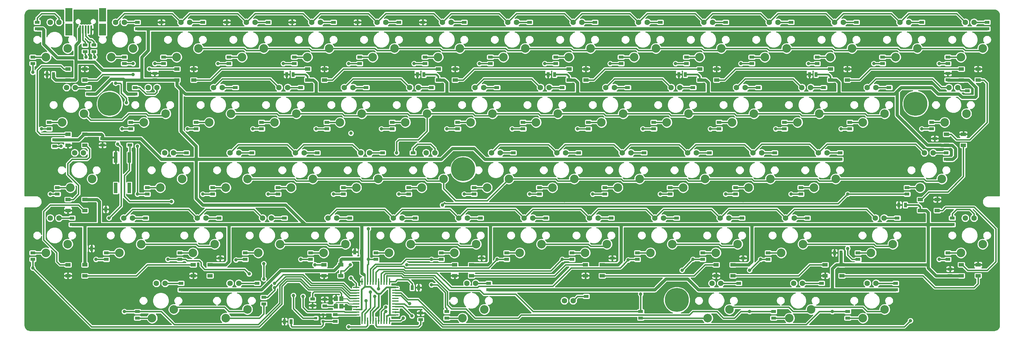
<source format=gbr>
G04 #@! TF.GenerationSoftware,KiCad,Pcbnew,(5.1.2-1)-1*
G04 #@! TF.CreationDate,2020-06-06T23:17:58+08:00*
G04 #@! TF.ProjectId,vim60,76696d36-302e-46b6-9963-61645f706362,rev?*
G04 #@! TF.SameCoordinates,Original*
G04 #@! TF.FileFunction,Copper,L2,Bot*
G04 #@! TF.FilePolarity,Positive*
%FSLAX46Y46*%
G04 Gerber Fmt 4.6, Leading zero omitted, Abs format (unit mm)*
G04 Created by KiCad (PCBNEW (5.1.2-1)-1) date 2020-06-06 23:17:58*
%MOMM*%
%LPD*%
G04 APERTURE LIST*
%ADD10C,1.600200*%
%ADD11R,0.900000X0.700000*%
%ADD12C,2.499360*%
%ADD13C,7.000240*%
%ADD14C,7.001300*%
%ADD15R,1.397000X0.889000*%
%ADD16R,0.889000X1.397000*%
%ADD17R,1.500000X1.000000*%
%ADD18O,1.899920X0.406400*%
%ADD19O,0.406400X1.899920*%
%ADD20R,2.049780X4.000500*%
%ADD21R,2.049780X3.500120*%
%ADD22O,0.500400X2.500000*%
%ADD23R,1.000000X3.100000*%
%ADD24R,1.150620X1.399540*%
%ADD25C,1.000000*%
%ADD26C,0.406400*%
%ADD27C,0.254000*%
%ADD28C,0.889000*%
%ADD29C,0.508000*%
G04 APERTURE END LIST*
D10*
X226601700Y-188526400D03*
X224061700Y-188526400D03*
D11*
X151637700Y-193606400D03*
X153737700Y-194556400D03*
X153737700Y-192656400D03*
D12*
X345980000Y-172016500D03*
X339630000Y-174556500D03*
D13*
X194574200Y-150127650D03*
X326374100Y-131028450D03*
X256823600Y-188328350D03*
D14*
X91523500Y-131028450D03*
D15*
X154211700Y-188145400D03*
X154211700Y-190050400D03*
X150655700Y-189986900D03*
X150655700Y-188081900D03*
X182151700Y-192145900D03*
X182151700Y-194050900D03*
X106586700Y-107246400D03*
X106586700Y-109151400D03*
X125636700Y-107246400D03*
X125636700Y-109151400D03*
X144686700Y-107246400D03*
X144686700Y-109151400D03*
X163736700Y-107246400D03*
X163736700Y-109151400D03*
X182786700Y-107246400D03*
X182786700Y-109151400D03*
D16*
X164879700Y-174302400D03*
X162974700Y-174302400D03*
D15*
X199931700Y-176143900D03*
X199931700Y-178048900D03*
X238031700Y-176143900D03*
X238031700Y-178048900D03*
X276131700Y-176143900D03*
X276131700Y-178048900D03*
D16*
X304706700Y-174556400D03*
X302801700Y-174556400D03*
D15*
X336456700Y-179318900D03*
X336456700Y-181223900D03*
D16*
X321534200Y-160586400D03*
X323439200Y-160586400D03*
D15*
X332011700Y-141218900D03*
X332011700Y-143123900D03*
X335821700Y-122168900D03*
X335821700Y-124073900D03*
D16*
X297404200Y-122486400D03*
X295499200Y-122486400D03*
X257399200Y-122486400D03*
X259304200Y-122486400D03*
X219299200Y-122486400D03*
X221204200Y-122486400D03*
X183104200Y-122486400D03*
X181199200Y-122486400D03*
X143099200Y-122486400D03*
X145004200Y-122486400D03*
D15*
X104681700Y-124073900D03*
X104681700Y-122168900D03*
D16*
X73249200Y-122486400D03*
X75154200Y-122486400D03*
D15*
X89441700Y-143123900D03*
X89441700Y-141218900D03*
D16*
X90394200Y-161856400D03*
X88489200Y-161856400D03*
X86266700Y-173286400D03*
X84361700Y-173286400D03*
D15*
X123731700Y-178048900D03*
X123731700Y-176143900D03*
X69121700Y-119311400D03*
X69121700Y-117406400D03*
X73884199Y-136456400D03*
X73884199Y-138361400D03*
X76265499Y-155507800D03*
X76265499Y-157412800D03*
X69121700Y-174556500D03*
X69121700Y-176461500D03*
X95791700Y-119311400D03*
X95791700Y-117406400D03*
X90552900Y-174556500D03*
X90552900Y-176461500D03*
X99601700Y-193606400D03*
X99601700Y-191701400D03*
X107221700Y-117406400D03*
X107221700Y-119311400D03*
X97695300Y-136456400D03*
X97695300Y-138361400D03*
X102459199Y-157412800D03*
X102459199Y-155507800D03*
X111982800Y-176461500D03*
X111982800Y-174556500D03*
X126271700Y-117406400D03*
X126271700Y-119311400D03*
X116745300Y-136456400D03*
X116745300Y-138361400D03*
X121509199Y-157412800D03*
X121509199Y-155507800D03*
X131032800Y-176461500D03*
X131032800Y-174556500D03*
X136431700Y-187573900D03*
X136431700Y-189478900D03*
X145321700Y-117406400D03*
X145321700Y-119311400D03*
X135795300Y-136456400D03*
X135795300Y-138361400D03*
X140559199Y-157412800D03*
X140559199Y-155507800D03*
X150082800Y-176461500D03*
X150082800Y-174556500D03*
X164371700Y-117406400D03*
X164371700Y-119311400D03*
X154845300Y-136456400D03*
X154845300Y-138361400D03*
X159609199Y-157412800D03*
X159609199Y-155507800D03*
X169132800Y-176461500D03*
X169132800Y-174556500D03*
X183421700Y-117406400D03*
X183421700Y-119311400D03*
X173895300Y-136456400D03*
X173895300Y-138361400D03*
X178659199Y-157412800D03*
X178659199Y-155507800D03*
X188182800Y-176461500D03*
X188182800Y-174556500D03*
X189771700Y-191701400D03*
X189771700Y-193606400D03*
X202471700Y-117406400D03*
X202471700Y-119311400D03*
X192945300Y-136456400D03*
X192945300Y-138361400D03*
X197709199Y-157412800D03*
X197709199Y-155507800D03*
X207232800Y-176461500D03*
X207232800Y-174556500D03*
X221521700Y-117406400D03*
X221521700Y-119311400D03*
X211995300Y-136456400D03*
X211995300Y-138361400D03*
X216759199Y-157412800D03*
X216759199Y-155507800D03*
X226282800Y-176461500D03*
X226282800Y-174556500D03*
X240571700Y-117406400D03*
X240571700Y-119311400D03*
X231045300Y-136456400D03*
X231045300Y-138361400D03*
X235809199Y-157412800D03*
X235809199Y-155507800D03*
X245332800Y-176461500D03*
X245332800Y-174556500D03*
X259621700Y-117406400D03*
X259621700Y-119311400D03*
X250095300Y-136456400D03*
X250095300Y-138361400D03*
X254859199Y-157412800D03*
X254859199Y-155507800D03*
X264382800Y-176461500D03*
X264382800Y-174556500D03*
X246286700Y-191701400D03*
X246286700Y-193606400D03*
X278671700Y-117406400D03*
X278671700Y-119311400D03*
X269145300Y-138361400D03*
X269145300Y-136456400D03*
X273909199Y-157412800D03*
X273909199Y-155507800D03*
X283432800Y-176461500D03*
X283432800Y-174556500D03*
X285021700Y-191701400D03*
X285021700Y-193606400D03*
X297721700Y-117406400D03*
X297721700Y-119311400D03*
X288195300Y-136456400D03*
X288195300Y-138361400D03*
X292959199Y-157412800D03*
X292959199Y-155507800D03*
X306611700Y-191701400D03*
X306611700Y-193606400D03*
X316771700Y-117406400D03*
X316771700Y-119311400D03*
X307245300Y-136456400D03*
X307245300Y-138361400D03*
X323913000Y-157412800D03*
X323913000Y-155507800D03*
X309627000Y-174556500D03*
X309627000Y-176461500D03*
X335821700Y-117406400D03*
X335821700Y-119311400D03*
X331058000Y-136456400D03*
X331058000Y-138361400D03*
X335820000Y-176461500D03*
X335820000Y-174556500D03*
D17*
X153982800Y-181236500D03*
X153982800Y-178036500D03*
X158882800Y-181236500D03*
X158882800Y-178036500D03*
X196982800Y-178036500D03*
X196982800Y-181236500D03*
X192082800Y-178036500D03*
X192082800Y-181236500D03*
X230182800Y-181236400D03*
X230182800Y-178036400D03*
X235082800Y-181236400D03*
X235082800Y-178036400D03*
X268282800Y-181236400D03*
X268282800Y-178036400D03*
X273182800Y-181236400D03*
X273182800Y-178036400D03*
X304932800Y-178036500D03*
X304932800Y-181236500D03*
X300032800Y-178036500D03*
X300032800Y-181236500D03*
X339720000Y-181236500D03*
X339720000Y-178036500D03*
X344620000Y-181236500D03*
X344620000Y-178036500D03*
X332713000Y-158986400D03*
X332713000Y-162186400D03*
X327813000Y-158986400D03*
X327813000Y-162186400D03*
X335433000Y-143137800D03*
X335433000Y-139937800D03*
X340333000Y-143137800D03*
X340333000Y-139937800D03*
X344621700Y-120886400D03*
X344621700Y-124086400D03*
X339721700Y-120886400D03*
X339721700Y-124086400D03*
X301621700Y-124086400D03*
X301621700Y-120886400D03*
X306521700Y-124086400D03*
X306521700Y-120886400D03*
X263521700Y-124086400D03*
X263521700Y-120886400D03*
X268421700Y-124086400D03*
X268421700Y-120886400D03*
X230321700Y-120886400D03*
X230321700Y-124086400D03*
X225421700Y-120886400D03*
X225421700Y-124086400D03*
X192221700Y-120886400D03*
X192221700Y-124086400D03*
X187321700Y-120886400D03*
X187321700Y-124086400D03*
X149221700Y-124086400D03*
X149221700Y-120886400D03*
X154121700Y-124086400D03*
X154121700Y-120886400D03*
X116021700Y-120886400D03*
X116021700Y-124086400D03*
X111121700Y-120886400D03*
X111121700Y-124086400D03*
X79371700Y-124086400D03*
X79371700Y-120886400D03*
X84271700Y-124086400D03*
X84271700Y-120886400D03*
X84271700Y-139936500D03*
X84271700Y-143136500D03*
X79371700Y-139936500D03*
X79371700Y-143136500D03*
X79371700Y-162186500D03*
X79371700Y-158986500D03*
X84271700Y-162186500D03*
X84271700Y-158986500D03*
X84271700Y-178036400D03*
X84271700Y-181236400D03*
X79371700Y-178036400D03*
X79371700Y-181236400D03*
X115882800Y-181236500D03*
X115882800Y-178036500D03*
X120782800Y-181236500D03*
X120782800Y-178036500D03*
D10*
X76741700Y-107246400D03*
X74201700Y-107246400D03*
X78964199Y-126296400D03*
X81504199Y-126296400D03*
X83885499Y-145347800D03*
X81345499Y-145347800D03*
X76741700Y-164396500D03*
X74201700Y-164396500D03*
X93251700Y-107246400D03*
X95791700Y-107246400D03*
X95632900Y-164396500D03*
X98172900Y-164396500D03*
X107696499Y-183446530D03*
X105156499Y-183446530D03*
X112301700Y-107246400D03*
X114841700Y-107246400D03*
X102775300Y-126296400D03*
X105315300Y-126296400D03*
X110079199Y-145347800D03*
X107539199Y-145347800D03*
X117062800Y-164396500D03*
X119602800Y-164396500D03*
X133891700Y-107246400D03*
X131351700Y-107246400D03*
X124365300Y-126296400D03*
X121825300Y-126296400D03*
X126614201Y-145347800D03*
X129154201Y-145347800D03*
X138652800Y-164396500D03*
X136112800Y-164396500D03*
X126587900Y-183446530D03*
X129127900Y-183446530D03*
X150401700Y-107246400D03*
X152941700Y-107246400D03*
X143415300Y-126296400D03*
X140875300Y-126296400D03*
X145639199Y-145347800D03*
X148179199Y-145347800D03*
X157702800Y-164396500D03*
X155162800Y-164396500D03*
X171991700Y-107246400D03*
X169451700Y-107246400D03*
X159925300Y-126296400D03*
X162465300Y-126296400D03*
X167229199Y-145347800D03*
X164689199Y-145347800D03*
X174212800Y-164396500D03*
X176752800Y-164396500D03*
X188501700Y-107246400D03*
X191041700Y-107246400D03*
X181515300Y-126296400D03*
X178975300Y-126296400D03*
X183739199Y-145347800D03*
X186279199Y-145347800D03*
X195802800Y-164396500D03*
X193262800Y-164396500D03*
X195646000Y-183446530D03*
X198186000Y-183446530D03*
X210091700Y-107246400D03*
X207551700Y-107246400D03*
X200565300Y-126296400D03*
X198025300Y-126296400D03*
X205329199Y-145347800D03*
X202789199Y-145347800D03*
X212312800Y-164396500D03*
X214852800Y-164396500D03*
X226601700Y-107246400D03*
X229141700Y-107246400D03*
X219615300Y-126296400D03*
X217075300Y-126296400D03*
X221839199Y-145347800D03*
X224379199Y-145347800D03*
X233902800Y-164396500D03*
X231362800Y-164396500D03*
X248191700Y-107246400D03*
X245651700Y-107246400D03*
X236125300Y-126296400D03*
X238665300Y-126296400D03*
X243429199Y-145347800D03*
X240889199Y-145347800D03*
X250412800Y-164396500D03*
X252952800Y-164396500D03*
X264701700Y-107246400D03*
X267241700Y-107246400D03*
X257715300Y-126296400D03*
X255175300Y-126296400D03*
X259939199Y-145347800D03*
X262479199Y-145347800D03*
X272002800Y-164396500D03*
X269462800Y-164396500D03*
X267080999Y-183446530D03*
X269620999Y-183446530D03*
X286291700Y-107246400D03*
X283751700Y-107246400D03*
X274225300Y-126296400D03*
X276765300Y-126296400D03*
X281529199Y-145347800D03*
X278989199Y-145347800D03*
X291052800Y-164396500D03*
X288512800Y-164396500D03*
X290897000Y-183446530D03*
X293437000Y-183446530D03*
X302801700Y-107246400D03*
X305341700Y-107246400D03*
X295815300Y-126296400D03*
X293275300Y-126296400D03*
X298039199Y-145347800D03*
X300579199Y-145347800D03*
X312324000Y-183446530D03*
X314864000Y-183446530D03*
X324391700Y-107246400D03*
X321851700Y-107246400D03*
X314865300Y-126296400D03*
X312325300Y-126296400D03*
X328993000Y-145347800D03*
X331533000Y-145347800D03*
X314707000Y-164396500D03*
X317247000Y-164396500D03*
X343441700Y-107246400D03*
X340901700Y-107246400D03*
X336138000Y-126296400D03*
X338678000Y-126296400D03*
X343440000Y-164396500D03*
X340900000Y-164396500D03*
D18*
X174811100Y-188666100D03*
X174811100Y-189466200D03*
X174811100Y-190266300D03*
X174811100Y-191066400D03*
X174811100Y-191866500D03*
X174811100Y-192666600D03*
X174811100Y-187866000D03*
X174811100Y-187065900D03*
X174811100Y-186265800D03*
X174811100Y-185465700D03*
X174811100Y-184665600D03*
X163381100Y-188666100D03*
X163381100Y-189466200D03*
X163381100Y-190266300D03*
X163381100Y-191066400D03*
X163381100Y-191866500D03*
X163381100Y-192666600D03*
X163381100Y-187866000D03*
X163381100Y-187065900D03*
X163381100Y-186265800D03*
X163381100Y-185465700D03*
X163381100Y-184665600D03*
D19*
X169096100Y-194381100D03*
X169096100Y-182951100D03*
X168296000Y-194381100D03*
X168296000Y-182951100D03*
X167495900Y-182951100D03*
X167495900Y-194381100D03*
X166695800Y-194381100D03*
X166695800Y-182951100D03*
X165895700Y-182951100D03*
X165895700Y-194381100D03*
X165095600Y-194381100D03*
X165095600Y-182951100D03*
X169896200Y-182951100D03*
X169896200Y-194381100D03*
X170696300Y-194381100D03*
X170696300Y-182951100D03*
X171496400Y-182951100D03*
X171496400Y-194381100D03*
X172296500Y-194381100D03*
X172296500Y-182951100D03*
X173096600Y-182951100D03*
X173096600Y-194381100D03*
D20*
X89449260Y-105096630D03*
X79599140Y-105096630D03*
D21*
X79599140Y-109348590D03*
X89449260Y-109348590D03*
D22*
X84524200Y-109348550D03*
X83724100Y-109348550D03*
X82924000Y-109348550D03*
X85324300Y-109348550D03*
X86124400Y-109348550D03*
D15*
X157259700Y-192653900D03*
X157259700Y-194558900D03*
D16*
X142464200Y-194622400D03*
X144369200Y-194622400D03*
D15*
X70391700Y-107246400D03*
X70391700Y-109151400D03*
X85314199Y-126296400D03*
X85314199Y-128201400D03*
X75471700Y-143441400D03*
X75471700Y-141536400D03*
X80551700Y-164396500D03*
X80551700Y-166301500D03*
X99601700Y-107246400D03*
X99601700Y-109151400D03*
X101982900Y-164396500D03*
X101982900Y-166301500D03*
X112301700Y-185351530D03*
X112301700Y-183446530D03*
X118651700Y-107246400D03*
X118651700Y-109151400D03*
X98965300Y-128201400D03*
X98965300Y-126296400D03*
X113889199Y-147251400D03*
X113889199Y-145346400D03*
X123412800Y-166301400D03*
X123412800Y-164396400D03*
X137701700Y-107246400D03*
X137701700Y-109151400D03*
X128175300Y-128201400D03*
X128175300Y-126296400D03*
X132939199Y-147251400D03*
X132939199Y-145346400D03*
X142462800Y-166301500D03*
X142462800Y-164396500D03*
X134526700Y-185351530D03*
X134526700Y-183446530D03*
X156751700Y-107246400D03*
X156751700Y-109151400D03*
X147225300Y-128201400D03*
X147225300Y-126296400D03*
X151989199Y-147252800D03*
X151989199Y-145347800D03*
X161512800Y-166301400D03*
X161512800Y-164396400D03*
X175801700Y-107246400D03*
X175801700Y-109151400D03*
X166275300Y-128201400D03*
X166275300Y-126296400D03*
X171039199Y-147252800D03*
X171039199Y-145347800D03*
X180562800Y-166301500D03*
X180562800Y-164396500D03*
X194851700Y-107246400D03*
X194851700Y-109151400D03*
X185325300Y-128201400D03*
X185325300Y-126296400D03*
X179929199Y-147252800D03*
X179929199Y-145347800D03*
X199612800Y-166301500D03*
X199612800Y-164396500D03*
X201996000Y-185351400D03*
X201996000Y-183446400D03*
X213901700Y-107246400D03*
X213901700Y-109151400D03*
X204375300Y-128201400D03*
X204375300Y-126296400D03*
X209139199Y-147252800D03*
X209139199Y-145347800D03*
X218662800Y-166301400D03*
X218662800Y-164396400D03*
X232951700Y-107246400D03*
X232951700Y-109151400D03*
X223425300Y-126296400D03*
X223425300Y-128201400D03*
X228189199Y-147252800D03*
X228189199Y-145347800D03*
X237712800Y-164396500D03*
X237712800Y-166301500D03*
X252001700Y-107246400D03*
X252001700Y-109151400D03*
X242475300Y-128201400D03*
X242475300Y-126296400D03*
X247239199Y-145347800D03*
X247239199Y-147252800D03*
X256762800Y-166301400D03*
X256762800Y-164396400D03*
X271051700Y-107246400D03*
X271051700Y-109151400D03*
X261525300Y-126296400D03*
X261525300Y-128201400D03*
X266289199Y-147252800D03*
X266289199Y-145347800D03*
X275812800Y-164396400D03*
X275812800Y-166301400D03*
X274861700Y-185351400D03*
X274861700Y-183446400D03*
X290101700Y-107246400D03*
X290101700Y-109151400D03*
X280575300Y-126296400D03*
X280575300Y-128201400D03*
X285339199Y-147251400D03*
X285339199Y-145346400D03*
X294862800Y-166301500D03*
X294862800Y-164396500D03*
X298991700Y-183446530D03*
X298991700Y-185351530D03*
X309151700Y-107246400D03*
X309151700Y-109151400D03*
X299625300Y-128201400D03*
X299625300Y-126296400D03*
X304389199Y-145347800D03*
X304389199Y-147252800D03*
X320581700Y-185351530D03*
X320581700Y-183446530D03*
X328201700Y-107246400D03*
X328201700Y-109151400D03*
X318675300Y-128201400D03*
X318675300Y-126296400D03*
X335343000Y-145346400D03*
X335343000Y-147251400D03*
X321057000Y-164396500D03*
X321057000Y-166301500D03*
X347251700Y-109151400D03*
X347251700Y-107246400D03*
X84361700Y-113913900D03*
X84361700Y-115818900D03*
X86901700Y-113913900D03*
X86901700Y-115818900D03*
D16*
X179675200Y-184716400D03*
X181580200Y-184716400D03*
D15*
X97379200Y-143123900D03*
X97379200Y-141218900D03*
X230411700Y-185351400D03*
X230411700Y-187256400D03*
X341536700Y-129153900D03*
X341536700Y-127248900D03*
X337091700Y-164396400D03*
X337091700Y-166301400D03*
D23*
X93283584Y-146715200D03*
X97284084Y-155615200D03*
X93286084Y-155615200D03*
X97284084Y-146715200D03*
D12*
X72931700Y-117406400D03*
X79281700Y-114866400D03*
X84044199Y-133916400D03*
X77694199Y-136456400D03*
X86425499Y-152967800D03*
X80075499Y-155507800D03*
X72931700Y-174556500D03*
X79281700Y-172016500D03*
X91981700Y-117406400D03*
X98331700Y-114866400D03*
X94362900Y-174556500D03*
X100712900Y-172016500D03*
X103886499Y-193606530D03*
X110236499Y-191066530D03*
X117381700Y-114866400D03*
X111031700Y-117406400D03*
X107855300Y-133916400D03*
X101505300Y-136456400D03*
X106269199Y-155507800D03*
X112619199Y-152967800D03*
X122142800Y-172016500D03*
X115792800Y-174556500D03*
X130081700Y-117406400D03*
X136431700Y-114866400D03*
X126905300Y-133916400D03*
X120555300Y-136456400D03*
X131694201Y-152967800D03*
X125344201Y-155507800D03*
X141192800Y-172016500D03*
X134842800Y-174556500D03*
X125317900Y-193606530D03*
X131667900Y-191066530D03*
X149131700Y-117406400D03*
X155481700Y-114866400D03*
X145955300Y-133916400D03*
X139605300Y-136456400D03*
X144369199Y-155507800D03*
X150719199Y-152967800D03*
X160242800Y-172016500D03*
X153892800Y-174556500D03*
X168181700Y-117406400D03*
X174531700Y-114866400D03*
X165005300Y-133916400D03*
X158655300Y-136456400D03*
X169769199Y-152967800D03*
X163419199Y-155507800D03*
X179292800Y-172016500D03*
X172942800Y-174556500D03*
X193581700Y-114866400D03*
X187231700Y-117406400D03*
X184055300Y-133916400D03*
X177705300Y-136456400D03*
X188819199Y-152967800D03*
X182469199Y-155507800D03*
X198342800Y-172016500D03*
X191992800Y-174556500D03*
X200726000Y-191066530D03*
X194376000Y-193606530D03*
X212631700Y-114866400D03*
X206281700Y-117406400D03*
X203105300Y-133916400D03*
X196755300Y-136456400D03*
X201519199Y-155507800D03*
X207869199Y-152967800D03*
X217392800Y-172016500D03*
X211042800Y-174556500D03*
X225331700Y-117406400D03*
X231681700Y-114866400D03*
X215805300Y-136456400D03*
X222155300Y-133916400D03*
X220569199Y-155507800D03*
X226919199Y-152967800D03*
X230092800Y-174556500D03*
X236442800Y-172016500D03*
X250731700Y-114866400D03*
X244381700Y-117406400D03*
X234855300Y-136456400D03*
X241205300Y-133916400D03*
X239619199Y-155507800D03*
X245969199Y-152967800D03*
X255492800Y-172016500D03*
X249142800Y-174556500D03*
X263431700Y-117406400D03*
X269781700Y-114866400D03*
X253905300Y-136456400D03*
X260255300Y-133916400D03*
X258669199Y-155507800D03*
X265019199Y-152967800D03*
X268192800Y-174556500D03*
X274542800Y-172016500D03*
X272160999Y-191066530D03*
X265810999Y-193606530D03*
X288831700Y-114866400D03*
X282481700Y-117406400D03*
X272955300Y-136456400D03*
X279305300Y-133916400D03*
X284069199Y-152967800D03*
X277719199Y-155507800D03*
X293592800Y-172016500D03*
X287242800Y-174556500D03*
X295977000Y-191066530D03*
X289627000Y-193606530D03*
X301531700Y-117406400D03*
X307881700Y-114866400D03*
X292005300Y-136456400D03*
X298355300Y-133916400D03*
X296769199Y-155507800D03*
X303119199Y-152967800D03*
X317404000Y-191066530D03*
X311054000Y-193606530D03*
X320581700Y-117406400D03*
X326931700Y-114866400D03*
X311055300Y-136456400D03*
X317405300Y-133916400D03*
X334073000Y-152967800D03*
X327723000Y-155507800D03*
X313437000Y-174556500D03*
X319787000Y-172016500D03*
X339631700Y-117406400D03*
X345981700Y-114866400D03*
X334868000Y-136456400D03*
X341218000Y-133916400D03*
D24*
X159075800Y-190134220D03*
X159075800Y-187934580D03*
X157475600Y-190134220D03*
X157475600Y-187934580D03*
D25*
X73566700Y-193606400D03*
X79916700Y-193606400D03*
X69121700Y-140901400D03*
X334551700Y-188526400D03*
X344711700Y-188526400D03*
X334551700Y-193606400D03*
X344711700Y-193606400D03*
X347251700Y-140266400D03*
X347251700Y-155506400D03*
X276131700Y-159316400D03*
X152941700Y-159316400D03*
X113571700Y-159316400D03*
X111031700Y-156776400D03*
X113571700Y-156776400D03*
X170721700Y-125026400D03*
X103411700Y-107246400D03*
X122461700Y-107246400D03*
X141511700Y-107246400D03*
X160561700Y-107246400D03*
X179611700Y-107246400D03*
X198661700Y-107246400D03*
X217711700Y-107246400D03*
X236761700Y-107246400D03*
X255811700Y-107246400D03*
X293911700Y-107246400D03*
X311691700Y-107246400D03*
X332011700Y-107246400D03*
X132621700Y-125026400D03*
X208821700Y-125026400D03*
X246921700Y-125026400D03*
X283751700Y-125026400D03*
X291371700Y-145346400D03*
X273591700Y-145346400D03*
X254541700Y-145346400D03*
X234221700Y-145346400D03*
X215171700Y-145346400D03*
X177071700Y-145346400D03*
X161831700Y-145346400D03*
X140241700Y-145346400D03*
X234221700Y-149156400D03*
X250731700Y-149156400D03*
X269781700Y-149156400D03*
X291371700Y-149156400D03*
X304071700Y-163126400D03*
X279941700Y-163126400D03*
X261526700Y-163126400D03*
X243111700Y-163126400D03*
X224061700Y-163126400D03*
X205011700Y-163126400D03*
X189771700Y-163126400D03*
X234856700Y-188526400D03*
X301531700Y-188526400D03*
X277401700Y-194241400D03*
X292641700Y-193606400D03*
X300261700Y-193606400D03*
X215171700Y-175826400D03*
X194851700Y-174556400D03*
X197391700Y-174556400D03*
X194851700Y-180906400D03*
X189771700Y-180906400D03*
X191041700Y-168206400D03*
X128811700Y-168206400D03*
X121191700Y-174556400D03*
X116111700Y-183446400D03*
X105951700Y-179636400D03*
X109761700Y-179636400D03*
X128811700Y-163126400D03*
X107221700Y-163126400D03*
X111031700Y-163126400D03*
X84361700Y-105976400D03*
X75471700Y-109024400D03*
X76741700Y-116136400D03*
X75471700Y-118676400D03*
X86901700Y-121216400D03*
X79281700Y-122486400D03*
X147861700Y-168206400D03*
X159291700Y-174556400D03*
X143416700Y-189796400D03*
X238031700Y-183446400D03*
X182659700Y-187256400D03*
X186596700Y-191701400D03*
X209456700Y-140901400D03*
X326931700Y-169476400D03*
X326931700Y-175191400D03*
X333281700Y-169476400D03*
X333281700Y-173921400D03*
X315501700Y-159951400D03*
X308516700Y-144711400D03*
X321851700Y-144711400D03*
X308516700Y-150426400D03*
X321851700Y-150426400D03*
X296451700Y-179636400D03*
X295181700Y-175826400D03*
X289466700Y-178366400D03*
X265971700Y-179636400D03*
X255811700Y-175191400D03*
X235491700Y-174556400D03*
X146591700Y-190431400D03*
X180246700Y-194876400D03*
X177325700Y-184208400D03*
X167546700Y-163761400D03*
X83091700Y-164396400D03*
X136431700Y-161856400D03*
X211996700Y-182811400D03*
X150401700Y-181541400D03*
X140241700Y-193606400D03*
X146591700Y-184081400D03*
X147861700Y-185351400D03*
X161069700Y-190558400D03*
X169451700Y-192336400D03*
X338615700Y-136964400D03*
X329725700Y-134678400D03*
X182913700Y-182938400D03*
X207724200Y-192336400D03*
X130716700Y-181541400D03*
X274861700Y-107246400D03*
X323121700Y-125026400D03*
X147861700Y-137091400D03*
X162466700Y-149156400D03*
X177071700Y-149156400D03*
X215171700Y-149156400D03*
X224061700Y-159316400D03*
X127541700Y-177731400D03*
X250731700Y-187256400D03*
X140241700Y-139631400D03*
X177071700Y-139631400D03*
X227871700Y-140901400D03*
X246286700Y-140901400D03*
X266606700Y-140901400D03*
X291371700Y-140901400D03*
X308516700Y-140901400D03*
X321851700Y-140901400D03*
X302801700Y-131376400D03*
X286926700Y-131376400D03*
X265971700Y-131376400D03*
X248191700Y-131376400D03*
X228506700Y-131376400D03*
X210091700Y-131376400D03*
X190406700Y-131376400D03*
X171991700Y-131376400D03*
X151671700Y-131376400D03*
X134526700Y-131376400D03*
X114206700Y-131376400D03*
X77376700Y-131376400D03*
X105951700Y-140901400D03*
X91981700Y-149791400D03*
X192311700Y-186621400D03*
X76106700Y-159316400D03*
X69121700Y-151696400D03*
X226601700Y-194241400D03*
X212271700Y-161726400D03*
X250571700Y-161726400D03*
X288571700Y-161726400D03*
X174371700Y-161726400D03*
X86266700Y-193606400D03*
X93886700Y-193606400D03*
X93886700Y-185986400D03*
X86266700Y-185986400D03*
X79916700Y-185986400D03*
X73566700Y-185986400D03*
X67851700Y-185986400D03*
X67851700Y-193606400D03*
X74203100Y-157412800D03*
X69121700Y-121851400D03*
X71661700Y-138361400D03*
X69121700Y-179001400D03*
X87536800Y-176461500D03*
X98331700Y-119311400D03*
X93251700Y-125026400D03*
X96426700Y-130741400D03*
X93886700Y-142806400D03*
X91346700Y-164396400D03*
X95791700Y-191701400D03*
X108491700Y-176461400D03*
X99603100Y-157412800D03*
X95156700Y-138361400D03*
X104681700Y-119311400D03*
X99601700Y-143441400D03*
X139606700Y-183446400D03*
X132177200Y-180715900D03*
X128353247Y-176637947D03*
X118653100Y-157412800D03*
X114206700Y-138361400D03*
X123096700Y-119311400D03*
X136431700Y-177731400D03*
X136431700Y-182176400D03*
X139606700Y-184716400D03*
X142146700Y-119311400D03*
X137703100Y-157412800D03*
X147226800Y-176461500D03*
X133256700Y-138361400D03*
X161831700Y-181947800D03*
X161831700Y-139631400D03*
X156751700Y-157411400D03*
X151671700Y-138361400D03*
X161196700Y-119311400D03*
X166911700Y-176461400D03*
X166911700Y-167571400D03*
X175803100Y-157412800D03*
X180246700Y-119311400D03*
X170721700Y-138361400D03*
X185326700Y-183893676D03*
X185326600Y-176461500D03*
X204471868Y-176461500D03*
X194853100Y-157412800D03*
X189771700Y-138361400D03*
X199296700Y-119311400D03*
X223426800Y-176461500D03*
X218346700Y-119311400D03*
X208821700Y-138361400D03*
X213903100Y-157412800D03*
X237396700Y-119311400D03*
X227871700Y-138361400D03*
X232318100Y-157412800D03*
X242653247Y-176637947D03*
X261526700Y-176461400D03*
X252003100Y-157412800D03*
X246921700Y-138361400D03*
X256446700Y-119311400D03*
X258351700Y-179636400D03*
X246286700Y-186621400D03*
X266606700Y-138361400D03*
X271053100Y-157412800D03*
X281211800Y-176461500D03*
X275496700Y-119311400D03*
X278036700Y-179636400D03*
X278036700Y-191701400D03*
X295181700Y-119311400D03*
X285656700Y-138361400D03*
X290103100Y-157412800D03*
X302166700Y-191701400D03*
X314231700Y-119311400D03*
X304706700Y-138361400D03*
X188501700Y-160586400D03*
X306611700Y-157411400D03*
X306611700Y-173286400D03*
X178976700Y-189432810D03*
X333281700Y-119311400D03*
X328201700Y-138361400D03*
X333281800Y-176461500D03*
X324899700Y-194368400D03*
X151341800Y-178036500D03*
X169896200Y-185079990D03*
X161653600Y-178036500D03*
X178087700Y-178036500D03*
X103081700Y-120886400D03*
X98331700Y-122486400D03*
X145067700Y-187002400D03*
X179611700Y-192971400D03*
X167546700Y-185986400D03*
X109507700Y-159570400D03*
X147861700Y-187256400D03*
X177071700Y-193606400D03*
X161196700Y-196146400D03*
X168816700Y-187256400D03*
X175166700Y-145346400D03*
X166276700Y-188526400D03*
X87155700Y-117406400D03*
X171991700Y-190431400D03*
X84615700Y-117406400D03*
X171997629Y-191707329D03*
X77376700Y-143441400D03*
D26*
X174811100Y-185465700D02*
X176322400Y-185465700D01*
X176322400Y-185465700D02*
X177071700Y-184716400D01*
X177071700Y-184716400D02*
X177065778Y-184722322D01*
X159207880Y-190266300D02*
X159075800Y-190134220D01*
X163381100Y-190266300D02*
X159207880Y-190266300D01*
X174811100Y-191866500D02*
X176601800Y-191866500D01*
X169896200Y-192780900D02*
X169451700Y-192336400D01*
X169896200Y-194381100D02*
X169896200Y-192780900D01*
D27*
X163381100Y-189466200D02*
X161247500Y-189466200D01*
X161247500Y-189466200D02*
X160815700Y-189034400D01*
X157475600Y-189180450D02*
X157475600Y-190134220D01*
X157621650Y-189034400D02*
X157475600Y-189180450D01*
X160815700Y-189034400D02*
X157621650Y-189034400D01*
D26*
X154295520Y-190134220D02*
X154211700Y-190050400D01*
X157475600Y-190134220D02*
X154295520Y-190134220D01*
D27*
X163381100Y-188666100D02*
X161463400Y-188666100D01*
X160731880Y-187934580D02*
X159075800Y-187934580D01*
X161463400Y-188666100D02*
X160731880Y-187934580D01*
D26*
X159075800Y-186405500D02*
X159075800Y-187934580D01*
X158631310Y-185961010D02*
X159075800Y-186405500D01*
X151062090Y-185961010D02*
X158631310Y-185961010D01*
X150655700Y-186367400D02*
X151062090Y-185961010D01*
X150655700Y-188081900D02*
X150655700Y-186367400D01*
X169096100Y-195790800D02*
X169451700Y-196146400D01*
X169096100Y-194381100D02*
X169096100Y-195790800D01*
X179611700Y-196146400D02*
X181516700Y-196146400D01*
X169451700Y-196146400D02*
X179611700Y-196146400D01*
X179611700Y-196146400D02*
X180246700Y-196146400D01*
X182151700Y-195511400D02*
X182151700Y-194050900D01*
X181516700Y-196146400D02*
X182151700Y-195511400D01*
D28*
X128175300Y-128201400D02*
X147225300Y-128201400D01*
X166275300Y-128201400D02*
X185325300Y-128201400D01*
X185325300Y-128201400D02*
X204375300Y-128201400D01*
X204375300Y-128201400D02*
X223425300Y-128201400D01*
X223425300Y-128201400D02*
X242475300Y-128201400D01*
X242475300Y-128201400D02*
X261525300Y-128201400D01*
X261525300Y-128201400D02*
X280575300Y-128201400D01*
X282162800Y-128201400D02*
X299625300Y-128201400D01*
X280575300Y-128201400D02*
X282162800Y-128201400D01*
X299625300Y-128201400D02*
X318675300Y-128201400D01*
X331058000Y-126296400D02*
X332963000Y-128201400D01*
X320263000Y-128201400D02*
X318675300Y-128201400D01*
X322168000Y-126296400D02*
X331058000Y-126296400D01*
X347251700Y-109151400D02*
X328201700Y-109151400D01*
X197708000Y-144076400D02*
X191358000Y-144076400D01*
X191358000Y-144076400D02*
X188183000Y-147251400D01*
X200884400Y-147252800D02*
X197708000Y-144076400D01*
X188183000Y-147251400D02*
X132939199Y-147251400D01*
X304389199Y-147252800D02*
X200884400Y-147252800D01*
X250413000Y-185351400D02*
X201996000Y-185351400D01*
X253588000Y-182176400D02*
X250413000Y-185351400D01*
X259938000Y-182176400D02*
X253588000Y-182176400D01*
X263113130Y-185351530D02*
X259938000Y-182176400D01*
X85568199Y-128201400D02*
X85314199Y-128201400D01*
X95778000Y-124086400D02*
X95778000Y-127236400D01*
X96743000Y-128201400D02*
X98965300Y-128201400D01*
X95778000Y-127236400D02*
X96743000Y-128201400D01*
X328201700Y-109151400D02*
X104363000Y-109151400D01*
X103398000Y-124086400D02*
X105328000Y-124086400D01*
X72296700Y-113596400D02*
X76264850Y-117564550D01*
X72296700Y-109468900D02*
X72296700Y-113596400D01*
X71979200Y-109151400D02*
X72296700Y-109468900D01*
X70391700Y-109151400D02*
X71979200Y-109151400D01*
X113889199Y-147251400D02*
X114143199Y-147251400D01*
X118986700Y-147251400D02*
X132939199Y-147251400D01*
X102471700Y-124086400D02*
X103398000Y-124086400D01*
X104363000Y-109151400D02*
X102776700Y-109151400D01*
X102776700Y-109151400D02*
X99601700Y-109151400D01*
X152306700Y-128201400D02*
X166275300Y-128201400D01*
X147225300Y-128201400D02*
X152306700Y-128201400D01*
X128175300Y-128201400D02*
X118016700Y-128201400D01*
X105328000Y-124086400D02*
X106281700Y-124086400D01*
X95778000Y-124086400D02*
X100541700Y-124086400D01*
X106281700Y-124086400D02*
X111121700Y-124086400D01*
X111121700Y-124086400D02*
X111121700Y-125751400D01*
X118016700Y-128201400D02*
X113571700Y-128201400D01*
D29*
X149221700Y-123078400D02*
X149221700Y-124086400D01*
X148629700Y-122486400D02*
X149221700Y-123078400D01*
X145004200Y-122486400D02*
X148629700Y-122486400D01*
X186729700Y-122486400D02*
X187321700Y-123078400D01*
X187321700Y-123078400D02*
X187321700Y-124086400D01*
X183104200Y-122486400D02*
X186729700Y-122486400D01*
X225421700Y-123078400D02*
X225421700Y-124086400D01*
X224829700Y-122486400D02*
X225421700Y-123078400D01*
X221204200Y-122486400D02*
X224829700Y-122486400D01*
X263521700Y-123078400D02*
X263521700Y-124086400D01*
X262929700Y-122486400D02*
X263521700Y-123078400D01*
X259304200Y-122486400D02*
X262929700Y-122486400D01*
X301621700Y-123078400D02*
X301621700Y-124086400D01*
X301029700Y-122486400D02*
X301621700Y-123078400D01*
X297404200Y-122486400D02*
X301029700Y-122486400D01*
D28*
X151671700Y-124897400D02*
X151671700Y-128201400D01*
X150860700Y-124086400D02*
X151671700Y-124897400D01*
X149221700Y-124086400D02*
X150860700Y-124086400D01*
X188960700Y-124086400D02*
X189771700Y-124897400D01*
X189771700Y-124897400D02*
X189771700Y-128201400D01*
X187321700Y-124086400D02*
X188960700Y-124086400D01*
X304071700Y-124897400D02*
X304071700Y-128201400D01*
X303260700Y-124086400D02*
X304071700Y-124897400D01*
X301621700Y-124086400D02*
X303260700Y-124086400D01*
X265971700Y-124897400D02*
X265971700Y-128201400D01*
X265160700Y-124086400D02*
X265971700Y-124897400D01*
X263521700Y-124086400D02*
X265160700Y-124086400D01*
X227871700Y-124897400D02*
X227871700Y-128201400D01*
X227060700Y-124086400D02*
X227871700Y-124897400D01*
X225421700Y-124086400D02*
X227060700Y-124086400D01*
X142462800Y-166301500D02*
X147226600Y-166301500D01*
X322168000Y-126296400D02*
X321057350Y-127407050D01*
X321057350Y-127407050D02*
X320263000Y-128201400D01*
X330106800Y-162841200D02*
X330106800Y-166301500D01*
X327813000Y-162186400D02*
X329452000Y-162186400D01*
X329452000Y-162186400D02*
X330106800Y-162841200D01*
D29*
X327813000Y-161178400D02*
X327813000Y-162186400D01*
X327221000Y-160586400D02*
X327813000Y-161178400D01*
X323439200Y-160586400D02*
X327221000Y-160586400D01*
D28*
X332341800Y-181236500D02*
X338031600Y-181236500D01*
X330106800Y-179001500D02*
X332341800Y-181236500D01*
X338031600Y-181236500D02*
X339720000Y-181236500D01*
X302166570Y-185351530D02*
X263113130Y-185351530D01*
X277731700Y-178036400D02*
X273182800Y-178036400D01*
X239631700Y-178036400D02*
X235082800Y-178036400D01*
X201693500Y-178036500D02*
X196982800Y-178036500D01*
X158632800Y-178036500D02*
X156913600Y-179755700D01*
X158882800Y-178036500D02*
X158632800Y-178036500D01*
X147207469Y-164987469D02*
X148521500Y-166301500D01*
X142781700Y-160586400D02*
X147182769Y-164987469D01*
X147226600Y-166301500D02*
X148521500Y-166301500D01*
X147182769Y-164987469D02*
X147207469Y-164987469D01*
X128176800Y-166301500D02*
X147226600Y-166301500D01*
X125331600Y-178036500D02*
X120782800Y-178036500D01*
X80551700Y-166301500D02*
X83726800Y-166301500D01*
X84271700Y-178036400D02*
X84271700Y-166301400D01*
X89441700Y-141218900D02*
X89441700Y-140266400D01*
X89111800Y-139936500D02*
X84271700Y-139936500D01*
X89441700Y-140266400D02*
X89111800Y-139936500D01*
X88489200Y-165984100D02*
X88489200Y-161856400D01*
X83726800Y-166301500D02*
X88806600Y-166301500D01*
X88806600Y-166301500D02*
X88489200Y-165984100D01*
X88489200Y-161856400D02*
X88489200Y-159633900D01*
X87841800Y-158986500D02*
X84271700Y-158986500D01*
X88489200Y-159633900D02*
X87841800Y-158986500D01*
X330106800Y-166301500D02*
X337091700Y-166301500D01*
X102776700Y-109151400D02*
X102776700Y-115501400D01*
X97061700Y-121216400D02*
X91981700Y-121216400D01*
X89441700Y-121216400D02*
X91981700Y-121216400D01*
X101201700Y-124086400D02*
X102471700Y-124086400D01*
X100541700Y-124086400D02*
X101201700Y-124086400D01*
X100871700Y-117406400D02*
X102776700Y-115501400D01*
X76264850Y-117564550D02*
X81663550Y-117564550D01*
X79371700Y-124086400D02*
X81491700Y-124086400D01*
X81663550Y-123914550D02*
X81663550Y-121374550D01*
X81491700Y-124086400D02*
X81663550Y-123914550D01*
X333794000Y-143137800D02*
X335433000Y-143137800D01*
X333780100Y-143123900D02*
X333794000Y-143137800D01*
X321057350Y-134392050D02*
X329789200Y-143123900D01*
X329789200Y-143123900D02*
X333780100Y-143123900D01*
X321057350Y-127407050D02*
X321057350Y-134392050D01*
X112301699Y-147251400D02*
X113889199Y-147251400D01*
X106586700Y-147251400D02*
X112301699Y-147251400D01*
X100554200Y-141218900D02*
X106586700Y-147251400D01*
X89441700Y-141218900D02*
X100554200Y-141218900D01*
X335834200Y-124086400D02*
X335821700Y-124073900D01*
X339721700Y-124086400D02*
X335834200Y-124086400D01*
X332963000Y-128201400D02*
X338996700Y-128201400D01*
X341536700Y-129153900D02*
X343759200Y-129153900D01*
X343759200Y-129153900D02*
X344076700Y-128836400D01*
X344076700Y-128836400D02*
X344076700Y-126296400D01*
X341866700Y-124086400D02*
X340571700Y-124086400D01*
X340571700Y-124086400D02*
X339721700Y-124086400D01*
X341360700Y-124086400D02*
X340571700Y-124086400D01*
X344076700Y-126296400D02*
X342806700Y-125026400D01*
X342806700Y-125026400D02*
X341866700Y-124086400D01*
X339949200Y-129153900D02*
X338996700Y-128201400D01*
X341536700Y-129153900D02*
X339949200Y-129153900D01*
X302166700Y-185351400D02*
X302166570Y-185351530D01*
X302166700Y-179163600D02*
X302166700Y-185351400D01*
X303293800Y-178036500D02*
X302166700Y-179163600D01*
X304932800Y-178036500D02*
X303293800Y-178036500D01*
X280576600Y-166301500D02*
X321216700Y-166301500D01*
X321057000Y-166301500D02*
X330106800Y-166301500D01*
X304706700Y-177810400D02*
X304932800Y-178036500D01*
X304706700Y-174556400D02*
X304706700Y-177810400D01*
X278671800Y-177096300D02*
X278036700Y-177731400D01*
X278671800Y-166301500D02*
X278671800Y-177096300D01*
X278036700Y-177731400D02*
X277731700Y-178036400D01*
X242476800Y-166301500D02*
X278671800Y-166301500D01*
X278671800Y-166301500D02*
X280576600Y-166301500D01*
X202471800Y-177258200D02*
X201693500Y-178036500D01*
X202471800Y-166301500D02*
X202471800Y-177258200D01*
X166301500Y-166301500D02*
X202471800Y-166301500D01*
X202471800Y-166301500D02*
X204401500Y-166301500D01*
X148521500Y-166301500D02*
X165006600Y-166301500D01*
X165006600Y-166301500D02*
X166301500Y-166301500D01*
X126271800Y-177096300D02*
X125331600Y-178036500D01*
X126271800Y-166301500D02*
X126271800Y-177096300D01*
X88806600Y-166301500D02*
X126271800Y-166301500D01*
X126271800Y-166301500D02*
X128176800Y-166301500D01*
X113889199Y-147251400D02*
X116746700Y-147251400D01*
X116746700Y-147251400D02*
X116746700Y-157411400D01*
X116746700Y-143441400D02*
X116746700Y-147251400D01*
X118986700Y-147251400D02*
X116746700Y-147251400D01*
X118651700Y-160586400D02*
X123731700Y-160586400D01*
X116746700Y-157411400D02*
X116746700Y-158681400D01*
X116746700Y-158681400D02*
X118651700Y-160586400D01*
X123731700Y-160586400D02*
X142781700Y-160586400D01*
X119921700Y-160586400D02*
X123731700Y-160586400D01*
X111121700Y-125751400D02*
X112301700Y-126931400D01*
X112301700Y-126931400D02*
X113571700Y-128201400D01*
X112301700Y-126931400D02*
X112301700Y-138996400D01*
X115476700Y-142171400D02*
X116746700Y-143441400D01*
X112301700Y-138996400D02*
X115476700Y-142171400D01*
X113571700Y-140266400D02*
X115476700Y-142171400D01*
X240571800Y-177096300D02*
X240571700Y-177096400D01*
X240571800Y-166301500D02*
X240571800Y-177096300D01*
X240571700Y-177096400D02*
X239631700Y-178036400D01*
X204401500Y-166301500D02*
X240571800Y-166301500D01*
X240571800Y-166301500D02*
X242476800Y-166301500D01*
X97696700Y-121216400D02*
X100871700Y-121216400D01*
X97061700Y-121216400D02*
X97696700Y-121216400D01*
X100871700Y-121216400D02*
X100871700Y-123756400D01*
X100871700Y-117406400D02*
X100871700Y-121216400D01*
X85314199Y-128201400D02*
X87536700Y-128201400D01*
X87536700Y-128201400D02*
X91859401Y-123878699D01*
X91859401Y-123878699D02*
X95570299Y-123878699D01*
X95570299Y-123878699D02*
X95778000Y-124086400D01*
X87059850Y-118834550D02*
X88171700Y-119946400D01*
X81663550Y-118834550D02*
X87059850Y-118834550D01*
X81663550Y-117564550D02*
X81663550Y-118834550D01*
X88171700Y-119946400D02*
X89441700Y-121216400D01*
X81663550Y-118834550D02*
X81663550Y-121374550D01*
X158882800Y-176647500D02*
X159195900Y-176334400D01*
X158882800Y-178036500D02*
X158882800Y-176647500D01*
X164625500Y-176334400D02*
X165006600Y-175953300D01*
X159195900Y-176334400D02*
X164625500Y-176334400D01*
X165006600Y-166301500D02*
X165006600Y-175953300D01*
D26*
X165895700Y-182951100D02*
X165895700Y-180906400D01*
D28*
X156913600Y-179755700D02*
X156794300Y-179755700D01*
D29*
X171166200Y-185795900D02*
X172296500Y-184665600D01*
X170476460Y-186485640D02*
X171166200Y-185795900D01*
D28*
X165006600Y-178493300D02*
X165006600Y-175953300D01*
X165006600Y-180525300D02*
X165006600Y-178493300D01*
X165641700Y-180906400D02*
X165006600Y-180525300D01*
D26*
X163381100Y-191066400D02*
X165006700Y-191066400D01*
D29*
X165006700Y-191066400D02*
X165006700Y-185351400D01*
X165006700Y-185351400D02*
X165895700Y-184462400D01*
D26*
X165895700Y-182951100D02*
X165895700Y-184462400D01*
D29*
X165895700Y-184462400D02*
X166022700Y-184462400D01*
X173210900Y-184665600D02*
X173210900Y-192666600D01*
X172296500Y-184665600D02*
X173210900Y-184665600D01*
X173210900Y-184665600D02*
X174847800Y-184665600D01*
D26*
X174811100Y-192666600D02*
X173210900Y-192666600D01*
D29*
X172296500Y-193024740D02*
X173210900Y-192666600D01*
D26*
X172296500Y-194381100D02*
X172296500Y-193024740D01*
D29*
X166022700Y-184462400D02*
X167564220Y-184462400D01*
X167564220Y-184462400D02*
X169587460Y-186485640D01*
X169950940Y-186485640D02*
X169587460Y-186485640D01*
X170476460Y-186485640D02*
X169950940Y-186485640D01*
D26*
X168296000Y-194381100D02*
X168296000Y-193024740D01*
D28*
X329801600Y-178036500D02*
X330106800Y-177731300D01*
X304932800Y-178036500D02*
X329801600Y-178036500D01*
X330106800Y-177731300D02*
X330106800Y-179001500D01*
X330106800Y-166301500D02*
X330106800Y-177731300D01*
D29*
X168296000Y-192857100D02*
X168296000Y-193024740D01*
X169950940Y-186485640D02*
X169950940Y-190077238D01*
X169950940Y-190077238D02*
X169950940Y-190295640D01*
X169950940Y-190295640D02*
X168296000Y-191950580D01*
X168296000Y-191950580D02*
X168296000Y-192450700D01*
X168296000Y-192450700D02*
X168296000Y-192857100D01*
X168296000Y-191942700D02*
X168296000Y-192450700D01*
D28*
X337072000Y-143137800D02*
X338010600Y-144076400D01*
X335433000Y-143137800D02*
X337072000Y-143137800D01*
X338010600Y-144076400D02*
X338010600Y-146459500D01*
X337218700Y-147251400D02*
X335343000Y-147251400D01*
X338010600Y-146459500D02*
X337218700Y-147251400D01*
X75154200Y-123438900D02*
X75801700Y-124086400D01*
X79371700Y-124086400D02*
X75801700Y-124086400D01*
X75154200Y-123438900D02*
X75154200Y-122486400D01*
D26*
X82924000Y-109348550D02*
X82924000Y-111523700D01*
D28*
X81663550Y-117564550D02*
X81663550Y-116613250D01*
X81663550Y-116613250D02*
X81663550Y-115659550D01*
X82724000Y-112883216D02*
X81663550Y-113943666D01*
X81663550Y-113943666D02*
X81663550Y-116613250D01*
X82724000Y-109151400D02*
X82724000Y-112883216D01*
X112301700Y-185351400D02*
X132494570Y-185351530D01*
X320581700Y-185351530D02*
X302166570Y-185351530D01*
X132494570Y-185351530D02*
X134526700Y-185351530D01*
X142266000Y-179755700D02*
X156913600Y-179755700D01*
X141392400Y-179755700D02*
X142266000Y-179755700D01*
X135796570Y-185351530D02*
X141392400Y-179755700D01*
X134526700Y-185351530D02*
X135796570Y-185351530D01*
X82421800Y-141536400D02*
X75471700Y-141536400D01*
X84021700Y-139936500D02*
X82421800Y-141536400D01*
X84271700Y-139936500D02*
X84021700Y-139936500D01*
D26*
X76265499Y-157412800D02*
X74203100Y-157412800D01*
X69121700Y-119311400D02*
X69121700Y-121851400D01*
X73884199Y-138361400D02*
X71661700Y-138361400D01*
X69121700Y-176461500D02*
X69121700Y-179001400D01*
X158961500Y-185351400D02*
X161476100Y-187866000D01*
X149766700Y-185351400D02*
X158961500Y-185351400D01*
X149741310Y-185326010D02*
X149766700Y-185351400D01*
X146999582Y-182811400D02*
X149514191Y-185326009D01*
X143235936Y-182811400D02*
X146999582Y-182811400D01*
X141732321Y-184315015D02*
X143235936Y-182811400D01*
X135090226Y-196146400D02*
X141732321Y-189504305D01*
X149514191Y-185326009D02*
X149741310Y-185326010D01*
X69121700Y-179001400D02*
X86266700Y-196146400D01*
X141732321Y-189504305D02*
X141732321Y-184315015D01*
X161476100Y-187866000D02*
X163381100Y-187866000D01*
X86266700Y-196146400D02*
X135090226Y-196146400D01*
X69121700Y-117406400D02*
X72931700Y-117406400D01*
X73884199Y-136456400D02*
X77694199Y-136456400D01*
X76265499Y-155507800D02*
X80075499Y-155507800D01*
X69121700Y-174556500D02*
X72931700Y-174556500D01*
X90552900Y-176461500D02*
X87536800Y-176461500D01*
X95791700Y-119311400D02*
X98331700Y-119311400D01*
X96426700Y-129471400D02*
X96426700Y-130741400D01*
X94839200Y-143758900D02*
X94839200Y-160903900D01*
X94839200Y-160903900D02*
X94204200Y-161538900D01*
X93886700Y-142806400D02*
X94839200Y-143758900D01*
X94204200Y-161538900D02*
X91346700Y-164396400D01*
X93251700Y-125026400D02*
X94600840Y-125026400D01*
X94921075Y-125346635D02*
X94921075Y-127965775D01*
X94600840Y-125026400D02*
X94921075Y-125346635D01*
X94921075Y-127965775D02*
X96426700Y-129471400D01*
X110396570Y-195511270D02*
X106586700Y-191701400D01*
X106586700Y-191701400D02*
X95791700Y-191701400D01*
X110396570Y-195511530D02*
X110396570Y-195511270D01*
X141122711Y-189251797D02*
X134863108Y-195511400D01*
X141122711Y-184062507D02*
X141122711Y-189251797D01*
X143008818Y-182176400D02*
X141122711Y-184062507D01*
X131351700Y-195511400D02*
X131351570Y-195511530D01*
X134863108Y-195511400D02*
X131351700Y-195511400D01*
X159188618Y-184716400D02*
X149766700Y-184716400D01*
X131351570Y-195511530D02*
X110396570Y-195511530D01*
X147226700Y-182176400D02*
X143008818Y-182176400D01*
X149766700Y-184716400D02*
X147226700Y-182176400D01*
X161538118Y-187065900D02*
X159188618Y-184716400D01*
X163381100Y-187065900D02*
X161538118Y-187065900D01*
X95791700Y-117406400D02*
X91981700Y-117406400D01*
X90552900Y-174556500D02*
X94362900Y-174556500D01*
X103886369Y-193606400D02*
X103886499Y-193606530D01*
X99601700Y-193606400D02*
X103886369Y-193606400D01*
X107221700Y-117406400D02*
X111031700Y-117406400D01*
X111982800Y-176461500D02*
X108491800Y-176461500D01*
X108491800Y-176461500D02*
X108491700Y-176461400D01*
X102459199Y-157412800D02*
X99603100Y-157412800D01*
X97695300Y-138361400D02*
X95156700Y-138361400D01*
X107221700Y-119311400D02*
X104681700Y-119311400D01*
X99601700Y-143441400D02*
X99603100Y-157412800D01*
X131859700Y-180398400D02*
X132177200Y-180715900D01*
X119210222Y-179382400D02*
X130843700Y-179382400D01*
X118168961Y-177375661D02*
X118168961Y-178341139D01*
X117635700Y-176842400D02*
X118168961Y-177375661D01*
X118168961Y-178341139D02*
X119210222Y-179382400D01*
X114079700Y-176842400D02*
X117635700Y-176842400D01*
X113698800Y-176461500D02*
X114079700Y-176842400D01*
X111982800Y-176461500D02*
X113698800Y-176461500D01*
X130843700Y-179382400D02*
X131859700Y-180398400D01*
X142146700Y-180906400D02*
X139606700Y-183446400D01*
X163381100Y-185465700D02*
X161662154Y-185465700D01*
X147861700Y-180906400D02*
X142146700Y-180906400D01*
X161662154Y-185465700D02*
X159642854Y-183446400D01*
X150401700Y-183446400D02*
X147861700Y-180906400D01*
X159642854Y-183446400D02*
X150401700Y-183446400D01*
X97695300Y-136456400D02*
X101505300Y-136456400D01*
X102459199Y-155507800D02*
X106269199Y-155507800D01*
X111982800Y-174556500D02*
X115792800Y-174556500D01*
X126271700Y-117406400D02*
X130081700Y-117406400D01*
X131032800Y-176461500D02*
X128176800Y-176461500D01*
X128176800Y-176461500D02*
X128353247Y-176637947D01*
X121509199Y-157412800D02*
X118653100Y-157412800D01*
X116745300Y-138361400D02*
X114206700Y-138361400D01*
X126271700Y-119311400D02*
X123096700Y-119311400D01*
X136431700Y-177731400D02*
X136431700Y-182176400D01*
X161600136Y-186265800D02*
X163381100Y-186265800D01*
X159415736Y-184081400D02*
X161600136Y-186265800D01*
X150174582Y-184081400D02*
X159415736Y-184081400D01*
X147634582Y-181541400D02*
X150174582Y-184081400D01*
X140513101Y-183809999D02*
X142781700Y-181541400D01*
X142781700Y-181541400D02*
X147634582Y-181541400D01*
X140513101Y-183881473D02*
X140513101Y-183809999D01*
X139678174Y-184716400D02*
X140513101Y-183881473D01*
X139678174Y-185432326D02*
X139678174Y-184716400D01*
X137536600Y-187573900D02*
X139678174Y-185432326D01*
X136431700Y-187573900D02*
X137536600Y-187573900D01*
X139606700Y-184716400D02*
X139678174Y-184716400D01*
X116745300Y-136456400D02*
X120555300Y-136456400D01*
X121509199Y-155507800D02*
X125344201Y-155507800D01*
X131032800Y-174556500D02*
X134842800Y-174556500D01*
X131351570Y-193606530D02*
X130716830Y-193606530D01*
X130716830Y-193606530D02*
X125317900Y-193606530D01*
X131351570Y-193606530D02*
X135161570Y-193606530D01*
X135161570Y-193606530D02*
X136431700Y-192336400D01*
X136431700Y-192336400D02*
X136431700Y-189478900D01*
X145321700Y-117406400D02*
X149131700Y-117406400D01*
X145321700Y-119311400D02*
X142146700Y-119311400D01*
X140559199Y-157412800D02*
X137703100Y-157412800D01*
X150082800Y-176461500D02*
X147226800Y-176461500D01*
X135795300Y-138361400D02*
X133256700Y-138361400D01*
X163381100Y-183497200D02*
X163381100Y-184665600D01*
X161831700Y-181947800D02*
X163381100Y-183497200D01*
X135795300Y-136456400D02*
X139605300Y-136456400D01*
X140559199Y-155507800D02*
X144369199Y-155507800D01*
X150082800Y-174556500D02*
X153892800Y-174556500D01*
X164371700Y-117406400D02*
X168181700Y-117406400D01*
X159609199Y-157412800D02*
X156753100Y-157412800D01*
X156753100Y-157412800D02*
X156751700Y-157411400D01*
X154845300Y-138361400D02*
X151671700Y-138361400D01*
X164371700Y-119311400D02*
X161196700Y-119311400D01*
X166911800Y-176461500D02*
X166911700Y-176461400D01*
X169132800Y-176461500D02*
X166911800Y-176461500D01*
X166911700Y-167571400D02*
X166911700Y-176461400D01*
X166911700Y-177858400D02*
X166911700Y-176461400D01*
X166695800Y-178074300D02*
X166911700Y-177858400D01*
X166695800Y-182951100D02*
X166695800Y-178074300D01*
X154845300Y-136456400D02*
X158655300Y-136456400D01*
X159609199Y-155507800D02*
X163419199Y-155507800D01*
X169132800Y-174556500D02*
X172942800Y-174556500D01*
X183421700Y-117406400D02*
X187231700Y-117406400D01*
X178659199Y-157412800D02*
X175803100Y-157412800D01*
X183421700Y-119311400D02*
X180246700Y-119311400D01*
X173895300Y-138361400D02*
X170721700Y-138361400D01*
X185063574Y-176461500D02*
X185055290Y-176469784D01*
X188182800Y-176461500D02*
X185326600Y-176461500D01*
X184348184Y-176469784D02*
X185055290Y-176469784D01*
X177952316Y-176469784D02*
X184348184Y-176469784D01*
X176563700Y-177858400D02*
X177952316Y-176469784D01*
X168943700Y-177858400D02*
X176563700Y-177858400D01*
X167495900Y-179306200D02*
X168943700Y-177858400D01*
X167495900Y-182951100D02*
X167495900Y-179306200D01*
X185326600Y-176461500D02*
X185063574Y-176461500D01*
X189771700Y-190850500D02*
X189771700Y-191701400D01*
X189346586Y-190425386D02*
X189771700Y-190850500D01*
X189346586Y-186169404D02*
X189346586Y-190425386D01*
X187070858Y-183893676D02*
X189346586Y-186169404D01*
X185326700Y-183893676D02*
X187070858Y-183893676D01*
X173895300Y-136456400D02*
X177705300Y-136456400D01*
X178659199Y-155507800D02*
X182469199Y-155507800D01*
X188182800Y-174556500D02*
X191992800Y-174556500D01*
X189771700Y-193606530D02*
X194376000Y-193606530D01*
X202471700Y-117406400D02*
X206281700Y-117406400D01*
X207232800Y-176461500D02*
X204471868Y-176461500D01*
X197709199Y-157412800D02*
X194853100Y-157412800D01*
X192945300Y-138361400D02*
X189771700Y-138361400D01*
X202471700Y-119311400D02*
X199296700Y-119311400D01*
X203971869Y-176961499D02*
X204471868Y-176461500D01*
X177219670Y-178468010D02*
X177694561Y-178942901D01*
X201990467Y-178942901D02*
X203971869Y-176961499D01*
X169350090Y-178468010D02*
X177219670Y-178468010D01*
X168296000Y-182951100D02*
X168296000Y-179522100D01*
X177694561Y-178942901D02*
X201990467Y-178942901D01*
X168296000Y-179522100D02*
X169350090Y-178468010D01*
X192945300Y-136456400D02*
X196755300Y-136456400D01*
X197709199Y-155507800D02*
X201519199Y-155507800D01*
X207232800Y-174556500D02*
X211042800Y-174556500D01*
X221521700Y-117406400D02*
X225331700Y-117406400D01*
X226282800Y-176461500D02*
X223426800Y-176461500D01*
X221521700Y-119311400D02*
X218346700Y-119311400D01*
X211995300Y-138361400D02*
X208821700Y-138361400D01*
X216759199Y-157412800D02*
X213903100Y-157412800D01*
X169959700Y-179382400D02*
X177271940Y-179382400D01*
X177691037Y-179801497D02*
X220086803Y-179801497D01*
X222926801Y-176961499D02*
X223426800Y-176461500D01*
X169096100Y-182951100D02*
X169096100Y-180246000D01*
X177271940Y-179382400D02*
X177691037Y-179801497D01*
X169096100Y-180246000D02*
X169959700Y-179382400D01*
X220086803Y-179801497D02*
X222926801Y-176961499D01*
X211995300Y-136456400D02*
X215805300Y-136456400D01*
X216759199Y-155507800D02*
X220569199Y-155507800D01*
X226282800Y-174556500D02*
X230092800Y-174556500D01*
X240571700Y-117406400D02*
X244381700Y-117406400D01*
X240571700Y-119311400D02*
X237396700Y-119311400D01*
X231045300Y-138361400D02*
X227871700Y-138361400D01*
X235809199Y-157412800D02*
X232318100Y-157412800D01*
X245332800Y-176461500D02*
X242476800Y-176461500D01*
X242476800Y-176461500D02*
X242653247Y-176637947D01*
X170696300Y-180703216D02*
X170696300Y-182951100D01*
X171407506Y-179992010D02*
X170696300Y-180703216D01*
X177019430Y-179992010D02*
X171407506Y-179992010D01*
X186863146Y-180411108D02*
X177438528Y-180411108D01*
X220670799Y-184297301D02*
X199120851Y-184297301D01*
X198765121Y-184653031D02*
X191105069Y-184653031D01*
X199120851Y-184297301D02*
X198765121Y-184653031D01*
X226025299Y-178942801D02*
X220670799Y-184297301D01*
X240348393Y-178942801D02*
X226025299Y-178942801D01*
X177438528Y-180411108D02*
X177019430Y-179992010D01*
X191105069Y-184653031D02*
X186863146Y-180411108D01*
X242653247Y-176637947D02*
X240348393Y-178942801D01*
X231045300Y-136456400D02*
X234855300Y-136456400D01*
X235809199Y-155507800D02*
X239619199Y-155507800D01*
X245332800Y-174556500D02*
X249142800Y-174556500D01*
X259621700Y-117406400D02*
X263431700Y-117406400D01*
X263277900Y-176461500D02*
X263277800Y-176461400D01*
X264382800Y-176461500D02*
X263277900Y-176461500D01*
X263277800Y-176461400D02*
X261526700Y-176461400D01*
X254859199Y-157412800D02*
X252003100Y-157412800D01*
X250095300Y-138361400D02*
X246921700Y-138361400D01*
X259621700Y-119311400D02*
X256446700Y-119311400D01*
X261526700Y-176461400D02*
X258351700Y-179636400D01*
X171496400Y-182142322D02*
X171483700Y-182129622D01*
X171496400Y-182951100D02*
X171496400Y-182142322D01*
X246286700Y-191701400D02*
X246286700Y-190850500D01*
X246286700Y-190850500D02*
X246286700Y-187256400D01*
X246286700Y-187256400D02*
X246286700Y-186621400D01*
X171940880Y-180601620D02*
X176766920Y-180601620D01*
X171496400Y-181046100D02*
X171940880Y-180601620D01*
X171496400Y-182951100D02*
X171496400Y-181046100D01*
X176766920Y-180601620D02*
X177325700Y-181160400D01*
X186215700Y-181160400D02*
X185453700Y-181160400D01*
X187485700Y-182430400D02*
X186215700Y-181160400D01*
X177325700Y-181160400D02*
X185453700Y-181160400D01*
X187485700Y-182430400D02*
X186650030Y-181594730D01*
X215997950Y-191701400D02*
X246286700Y-191701400D01*
X209817950Y-186621400D02*
X214897950Y-191701400D01*
X200566700Y-186621400D02*
X209817950Y-186621400D01*
X190520520Y-185465220D02*
X199410520Y-185465220D01*
X199410520Y-185465220D02*
X200566700Y-186621400D01*
X214897950Y-191701400D02*
X215997950Y-191701400D01*
X187485700Y-182430400D02*
X190520520Y-185465220D01*
X250095300Y-136456400D02*
X253905300Y-136456400D01*
X254859199Y-155507800D02*
X258669199Y-155507800D01*
X264382800Y-174556500D02*
X268192800Y-174556500D01*
X251366830Y-193606530D02*
X265810999Y-193606530D01*
X251366700Y-193606400D02*
X251366830Y-193606530D01*
X246286700Y-193606400D02*
X251366700Y-193606400D01*
X278671700Y-117406400D02*
X282481700Y-117406400D01*
X269145300Y-138361400D02*
X266606700Y-138361400D01*
X273909199Y-157412800D02*
X271053100Y-157412800D01*
X283432800Y-176461500D02*
X281211800Y-176461500D01*
X277566800Y-119311400D02*
X278671700Y-119311400D01*
X275496700Y-119311400D02*
X277566800Y-119311400D01*
X281211800Y-176461500D02*
X278036900Y-179636400D01*
X278036900Y-179636400D02*
X278036700Y-179636400D01*
X172296500Y-181236600D02*
X172321870Y-181211230D01*
X172296500Y-182951100D02*
X172296500Y-181236600D01*
X177031264Y-181770010D02*
X185809310Y-181770010D01*
X172296500Y-181236600D02*
X176497854Y-181236600D01*
X176497854Y-181236600D02*
X177031264Y-181770010D01*
X188383555Y-184344255D02*
X188120700Y-184081400D01*
X189609200Y-185569900D02*
X188120700Y-184081400D01*
X188120700Y-184081400D02*
X187758075Y-183718775D01*
X187758075Y-183718775D02*
X185809310Y-181770010D01*
X189956196Y-186600654D02*
X189956196Y-185916896D01*
X189345575Y-185306275D02*
X189609200Y-185569900D01*
X187758075Y-183718775D02*
X189345575Y-185306275D01*
X189956196Y-185916896D02*
X189345575Y-185306275D01*
X189956196Y-186600654D02*
X189956196Y-186024646D01*
X275496700Y-191701400D02*
X278036700Y-191701400D01*
X273591700Y-193606400D02*
X275496700Y-191701400D01*
X198026700Y-193606400D02*
X210599700Y-193606400D01*
X261526700Y-191701400D02*
X268511700Y-191701400D01*
X210599700Y-193606400D02*
X211483489Y-192722611D01*
X270416700Y-193606400D02*
X273591700Y-193606400D01*
X260505489Y-192722611D02*
X261526700Y-191701400D01*
X268511700Y-191701400D02*
X270416700Y-193606400D01*
X211483489Y-192722611D02*
X260505489Y-192722611D01*
X195384079Y-190963779D02*
X198026700Y-193606400D01*
X191144321Y-190963779D02*
X195384079Y-190963779D01*
X189956196Y-189775654D02*
X191144321Y-190963779D01*
X189956196Y-186600654D02*
X189956196Y-189775654D01*
X285021700Y-191701400D02*
X278036700Y-191701400D01*
X269145300Y-136456400D02*
X272955300Y-136456400D01*
X273909199Y-155507800D02*
X277719199Y-155507800D01*
X283432800Y-174556500D02*
X287242800Y-174556500D01*
X285021830Y-193606530D02*
X285021700Y-193606400D01*
X289627000Y-193606530D02*
X285021830Y-193606530D01*
X297721700Y-117406400D02*
X301531700Y-117406400D01*
X297721700Y-119311400D02*
X295181700Y-119311400D01*
X288195300Y-138361400D02*
X285656700Y-138361400D01*
X292959199Y-157412800D02*
X290103100Y-157412800D01*
X298356700Y-191701400D02*
X294546700Y-195511400D01*
X294546700Y-195511400D02*
X271594762Y-195511400D01*
X302166700Y-191701400D02*
X298356700Y-191701400D01*
X271594762Y-195511400D02*
X271686700Y-195511400D01*
X178365883Y-188177215D02*
X176454468Y-186265800D01*
X176454468Y-186265800D02*
X176227350Y-186265800D01*
X176227350Y-186265800D02*
X174811100Y-186265800D01*
X181394635Y-188177215D02*
X178365883Y-188177215D01*
X188728820Y-195511400D02*
X181394635Y-188177215D01*
X271594762Y-195511400D02*
X188728820Y-195511400D01*
X306611700Y-191701400D02*
X302166700Y-191701400D01*
X292005300Y-136456400D02*
X288195300Y-136456400D01*
X292959199Y-155507800D02*
X296769199Y-155507800D01*
X306611830Y-193606530D02*
X306611700Y-193606400D01*
X311054000Y-193606530D02*
X306611830Y-193606530D01*
X316771700Y-117406400D02*
X320581700Y-117406400D01*
X316771700Y-119311400D02*
X314231700Y-119311400D01*
X304706700Y-138361400D02*
X307245300Y-138361400D01*
X323913000Y-157412800D02*
X306611700Y-157411400D01*
X306611700Y-175191400D02*
X307881800Y-176461500D01*
X306611700Y-173286400D02*
X306611700Y-175191400D01*
X307881800Y-176461500D02*
X309627000Y-176461500D01*
X176392450Y-187065900D02*
X174811100Y-187065900D01*
X178759360Y-189432810D02*
X176392450Y-187065900D01*
X178976700Y-189432810D02*
X178759360Y-189432810D01*
X188501700Y-160586400D02*
X189136700Y-159951400D01*
X303800299Y-160222801D02*
X304389200Y-159633900D01*
X189408101Y-160222801D02*
X303800299Y-160222801D01*
X189136700Y-159951400D02*
X189408101Y-160222801D01*
X304389200Y-159633900D02*
X306611700Y-157411400D01*
X307245300Y-136456400D02*
X311055300Y-136456400D01*
X323913000Y-155507800D02*
X327723000Y-155507800D01*
X309627000Y-174556500D02*
X313437000Y-174556500D01*
X335821700Y-117406400D02*
X339631700Y-117406400D01*
X335821700Y-119311400D02*
X333281700Y-119311400D01*
X331058000Y-138361400D02*
X328201700Y-138361400D01*
X335820000Y-176461500D02*
X333281800Y-176461500D01*
X177447974Y-189466200D02*
X174811100Y-189466200D01*
X182694512Y-190339212D02*
X178320986Y-190339212D01*
X178320986Y-190339212D02*
X177447974Y-189466200D01*
X188501700Y-196146400D02*
X182694512Y-190339212D01*
X323121700Y-196146400D02*
X188501700Y-196146400D01*
X323121700Y-196146400D02*
X324899700Y-194368400D01*
X331058000Y-136456400D02*
X334868000Y-136456400D01*
X335820000Y-174556500D02*
X339630000Y-174556500D01*
X153982800Y-178036500D02*
X152509600Y-178036500D01*
X152509600Y-178036500D02*
X151341800Y-178036500D01*
X169896200Y-182951100D02*
X169896200Y-185079990D01*
X158882800Y-181236500D02*
X158882800Y-179791300D01*
X159898800Y-179791300D02*
X161653600Y-178036500D01*
X159192600Y-179791300D02*
X159390800Y-179791300D01*
X158882800Y-179791300D02*
X159192600Y-179791300D01*
X159192600Y-179791300D02*
X159898800Y-179791300D01*
X178087700Y-178036500D02*
X192082800Y-178036500D01*
X196982800Y-181236500D02*
X221191600Y-181236500D01*
X224391700Y-178036400D02*
X230182800Y-178036400D01*
X221191600Y-181236500D02*
X224391700Y-178036400D01*
X235082800Y-181236400D02*
X261831700Y-181236400D01*
X265031700Y-178036400D02*
X268282800Y-178036400D01*
X261831700Y-181236400D02*
X265031700Y-178036400D01*
X273182800Y-181236400D02*
X292311700Y-181236400D01*
X295511600Y-178036500D02*
X300032800Y-178036500D01*
X292311700Y-181236400D02*
X295511600Y-178036500D01*
X332011700Y-184716400D02*
X328531800Y-181236500D01*
X343441700Y-184716400D02*
X332011700Y-184716400D01*
X328531800Y-181236500D02*
X304932800Y-181236500D01*
X344620000Y-183538100D02*
X343441700Y-184716400D01*
X344620000Y-181236500D02*
X344620000Y-183538100D01*
X335161310Y-161246790D02*
X334221700Y-162186400D01*
X349791700Y-167571400D02*
X343467090Y-161246790D01*
X349791700Y-177096400D02*
X349791700Y-167571400D01*
X347251700Y-179636400D02*
X349791700Y-177096400D01*
X343467090Y-161246790D02*
X335161310Y-161246790D01*
X339970000Y-178036500D02*
X341569900Y-179636400D01*
X334221700Y-162186400D02*
X332713000Y-162186400D01*
X341569900Y-179636400D02*
X347251700Y-179636400D01*
X339720000Y-178036500D02*
X339970000Y-178036500D01*
X328063000Y-158986400D02*
X330273000Y-156776400D01*
X327813000Y-158986400D02*
X328063000Y-158986400D01*
X330273000Y-156776400D02*
X335821700Y-156776400D01*
X340333000Y-152265100D02*
X340333000Y-143137800D01*
X335821700Y-156776400D02*
X340333000Y-152265100D01*
X338361700Y-141536400D02*
X336763100Y-139937800D01*
X336763100Y-139937800D02*
X335433000Y-139937800D01*
X346311700Y-124086400D02*
X347251700Y-125026400D01*
X342171700Y-141536400D02*
X338361700Y-141536400D01*
X347251700Y-136456400D02*
X342171700Y-141536400D01*
X347251700Y-125026400D02*
X347251700Y-136456400D01*
X344621700Y-124086400D02*
X346311700Y-124086400D01*
X310091700Y-124086400D02*
X306521700Y-124086400D01*
X313291700Y-120886400D02*
X310091700Y-124086400D01*
X339721700Y-120886400D02*
X313291700Y-120886400D01*
X270721700Y-124086400D02*
X268421700Y-124086400D01*
X273921700Y-120886400D02*
X270721700Y-124086400D01*
X301621700Y-120886400D02*
X273921700Y-120886400D01*
X238361700Y-120886400D02*
X238971700Y-120886400D01*
X238971700Y-120886400D02*
X263521700Y-120886400D01*
X235821700Y-120886400D02*
X232621700Y-124086400D01*
X236431700Y-120886400D02*
X235821700Y-120886400D01*
X238971700Y-120886400D02*
X236431700Y-120886400D01*
X230321700Y-124086400D02*
X232621700Y-124086400D01*
X194521700Y-124086400D02*
X192221700Y-124086400D01*
X197721700Y-120886400D02*
X194521700Y-124086400D01*
X225421700Y-120886400D02*
X197721700Y-120886400D01*
X156421700Y-124086400D02*
X154121700Y-124086400D01*
X159621700Y-120886400D02*
X156421700Y-124086400D01*
X187321700Y-120886400D02*
X159621700Y-120886400D01*
X149221700Y-120886400D02*
X124061700Y-120886400D01*
X120861700Y-124086400D02*
X116021700Y-124086400D01*
X124061700Y-120886400D02*
X120861700Y-124086400D01*
X111121700Y-120886400D02*
X103081700Y-120886400D01*
X98331700Y-122486400D02*
X89441700Y-122486400D01*
X87841700Y-124086400D02*
X84271700Y-124086400D01*
X89441700Y-122486400D02*
X87841700Y-124086400D01*
X78215300Y-120886400D02*
X79371700Y-120886400D01*
X71661700Y-119946400D02*
X77275300Y-119946400D01*
X70391700Y-121216400D02*
X71661700Y-119946400D01*
X77275300Y-119946400D02*
X78215300Y-120886400D01*
X70391700Y-138996400D02*
X70391700Y-121216400D01*
X71331800Y-139936500D02*
X70391700Y-138996400D01*
X79371700Y-139936500D02*
X71331800Y-139936500D01*
X79281700Y-151696400D02*
X82456700Y-154871400D01*
X79281700Y-148521400D02*
X79281700Y-151696400D01*
X80551700Y-147251400D02*
X79281700Y-148521400D01*
X85631700Y-144246500D02*
X85631700Y-146616400D01*
X80881600Y-158986500D02*
X79371700Y-158986500D01*
X85631700Y-146616400D02*
X84996700Y-147251400D01*
X84521700Y-143136500D02*
X85631700Y-144246500D01*
X82456700Y-154871400D02*
X82456700Y-157411400D01*
X84996700Y-147251400D02*
X80551700Y-147251400D01*
X82456700Y-157411400D02*
X80881600Y-158986500D01*
X84271700Y-143136500D02*
X84521700Y-143136500D01*
X72296700Y-162491400D02*
X72296700Y-170746400D01*
X74201700Y-160586400D02*
X72296700Y-162491400D01*
X84021700Y-162186500D02*
X82421600Y-160586400D01*
X82421600Y-160586400D02*
X74201700Y-160586400D01*
X84271700Y-162186500D02*
X84021700Y-162186500D01*
X76106700Y-174556400D02*
X75789200Y-174238900D01*
X72296700Y-170746400D02*
X76106700Y-174556400D01*
X76106700Y-174556400D02*
X76106700Y-177096400D01*
X77046700Y-178036400D02*
X79371700Y-178036400D01*
X76106700Y-177096400D02*
X77046700Y-178036400D01*
X97391700Y-181236400D02*
X84271700Y-181236400D01*
X102471600Y-178036500D02*
X99271700Y-181236400D01*
X99271700Y-181236400D02*
X97391700Y-181236400D01*
X115882800Y-178036500D02*
X102471600Y-178036500D01*
X93251700Y-107246400D02*
X95791700Y-104706400D01*
X95791700Y-104706400D02*
X109761700Y-104706400D01*
X109761700Y-104706400D02*
X112301700Y-107246400D01*
X112301700Y-107246400D02*
X114841700Y-104706400D01*
X114841700Y-104706400D02*
X128811700Y-104706400D01*
X128811700Y-104706400D02*
X131351700Y-107246400D01*
X131351700Y-107246400D02*
X133891700Y-104706400D01*
X133891700Y-104706400D02*
X147861700Y-104706400D01*
X147861700Y-104706400D02*
X150401700Y-107246400D01*
X150401700Y-107246400D02*
X152941700Y-104706400D01*
X152941700Y-104706400D02*
X166911700Y-104706400D01*
X166911700Y-104706400D02*
X169451700Y-107246400D01*
X169451700Y-107246400D02*
X171991700Y-104706400D01*
X171991700Y-104706400D02*
X185961700Y-104706400D01*
X185961700Y-104706400D02*
X188501700Y-107246400D01*
X188501700Y-107246400D02*
X191041700Y-104706400D01*
X191041700Y-104706400D02*
X205011700Y-104706400D01*
X205011700Y-104706400D02*
X207551700Y-107246400D01*
X207551700Y-107246400D02*
X210091700Y-104706400D01*
X210091700Y-104706400D02*
X224061700Y-104706400D01*
X224061700Y-104706400D02*
X226601700Y-107246400D01*
X226601700Y-107246400D02*
X229141700Y-104706400D01*
X229141700Y-104706400D02*
X243111700Y-104706400D01*
X243111700Y-104706400D02*
X245651700Y-107246400D01*
X245651700Y-107246400D02*
X248191700Y-104706400D01*
X248191700Y-104706400D02*
X262161700Y-104706400D01*
X262161700Y-104706400D02*
X264701700Y-107246400D01*
X264701700Y-107246400D02*
X267241700Y-104706400D01*
X267241700Y-104706400D02*
X281211700Y-104706400D01*
X281211700Y-104706400D02*
X283751700Y-107246400D01*
X283751700Y-107246400D02*
X286291700Y-104706400D01*
X286291700Y-104706400D02*
X300261700Y-104706400D01*
X300261700Y-104706400D02*
X302801700Y-107246400D01*
X302801700Y-107246400D02*
X305341700Y-104706400D01*
X305341700Y-104706400D02*
X319311700Y-104706400D01*
X319311700Y-104706400D02*
X321851700Y-107246400D01*
X321851700Y-107246400D02*
X324391700Y-104706400D01*
X324391700Y-104706400D02*
X338361700Y-104706400D01*
X338361700Y-104706400D02*
X340901700Y-107246400D01*
X128983650Y-142978350D02*
X143269750Y-142978350D01*
X143574750Y-143283350D02*
X145639199Y-145347800D01*
X143269750Y-142978350D02*
X143574750Y-143283350D01*
X126614201Y-145347800D02*
X128983650Y-142978350D01*
X162307247Y-142965849D02*
X163259749Y-143918351D01*
X148021149Y-142965849D02*
X162307247Y-142965849D01*
X145639199Y-145347800D02*
X148021149Y-142965849D01*
X163259749Y-143918351D02*
X164689199Y-145347800D01*
X219457247Y-142965849D02*
X220409749Y-143918351D01*
X205171149Y-142965849D02*
X219457247Y-142965849D01*
X220409749Y-143918351D02*
X221839199Y-145347800D01*
X202789199Y-145347800D02*
X205171149Y-142965849D01*
X240089100Y-144547701D02*
X240889199Y-145347800D01*
X238507247Y-142965849D02*
X240089100Y-144547701D01*
X224221149Y-142965849D02*
X238507247Y-142965849D01*
X221839199Y-145347800D02*
X224221149Y-142965849D01*
X243271149Y-142965849D02*
X257557247Y-142965849D01*
X257557247Y-142965849D02*
X258509749Y-143918351D01*
X258509749Y-143918351D02*
X259939199Y-145347800D01*
X240889199Y-145347800D02*
X243271149Y-142965849D01*
X278189100Y-144547701D02*
X278989199Y-145347800D01*
X276607247Y-142965849D02*
X278189100Y-144547701D01*
X262321149Y-142965849D02*
X276607247Y-142965849D01*
X259939199Y-145347800D02*
X262321149Y-142965849D01*
X297239100Y-144547701D02*
X298039199Y-145347800D01*
X295497799Y-142806400D02*
X297239100Y-144547701D01*
X281530599Y-142806400D02*
X295497799Y-142806400D01*
X278989199Y-145347800D02*
X281530599Y-142806400D01*
X298039199Y-145347800D02*
X300580599Y-142806400D01*
X326451600Y-142806400D02*
X328993000Y-145347800D01*
X300580599Y-142806400D02*
X326451600Y-142806400D01*
X155162800Y-164396500D02*
X157702900Y-161856400D01*
X171672700Y-161856400D02*
X174212800Y-164396500D01*
X157702900Y-161856400D02*
X171672700Y-161856400D01*
X174212800Y-164396500D02*
X176752900Y-161856400D01*
X190722700Y-161856400D02*
X193262800Y-164396500D01*
X176752900Y-161856400D02*
X190722700Y-161856400D01*
X193262800Y-164396500D02*
X195802900Y-161856400D01*
X209772700Y-161856400D02*
X212312800Y-164396500D01*
X195802900Y-161856400D02*
X209772700Y-161856400D01*
X228822700Y-161856400D02*
X231362800Y-164396500D01*
X214852900Y-161856400D02*
X228822700Y-161856400D01*
X212312800Y-164396500D02*
X214852900Y-161856400D01*
X231362800Y-164396500D02*
X233902900Y-161856400D01*
X247872700Y-161856400D02*
X250412800Y-164396500D01*
X233902900Y-161856400D02*
X247872700Y-161856400D01*
X250412800Y-164396500D02*
X252952900Y-161856400D01*
X266922700Y-161856400D02*
X269462800Y-164396500D01*
X252952900Y-161856400D02*
X266922700Y-161856400D01*
X269462800Y-164396500D02*
X272002900Y-161856400D01*
X285972700Y-161856400D02*
X288512800Y-164396500D01*
X272002900Y-161856400D02*
X285972700Y-161856400D01*
X288512800Y-164396500D02*
X291052900Y-161856400D01*
X312166900Y-161856400D02*
X314707000Y-164396500D01*
X291052900Y-161856400D02*
X312166900Y-161856400D01*
X124365300Y-123756400D02*
X121825300Y-126296400D01*
X138335300Y-123756400D02*
X124365300Y-123756400D01*
X140875300Y-126296400D02*
X138335300Y-123756400D01*
X162465300Y-123756400D02*
X159925300Y-126296400D01*
X176435300Y-123756400D02*
X162465300Y-123756400D01*
X178975300Y-126296400D02*
X176435300Y-123756400D01*
X200565300Y-123756400D02*
X198025300Y-126296400D01*
X214535300Y-123756400D02*
X200565300Y-123756400D01*
X217075300Y-126296400D02*
X214535300Y-123756400D01*
X238665300Y-123756400D02*
X236125300Y-126296400D01*
X252635300Y-123756400D02*
X238665300Y-123756400D01*
X255175300Y-126296400D02*
X252635300Y-123756400D01*
X276765300Y-123756400D02*
X274225300Y-126296400D01*
X290735300Y-123756400D02*
X276765300Y-123756400D01*
X293275300Y-126296400D02*
X290735300Y-123756400D01*
X95632900Y-164396500D02*
X98173000Y-161856400D01*
X114522700Y-161856400D02*
X117062800Y-164396500D01*
X98173000Y-161856400D02*
X114522700Y-161856400D01*
X117062800Y-164396500D02*
X119602900Y-161856400D01*
X133572700Y-161856400D02*
X136112800Y-164396500D01*
X119602900Y-161856400D02*
X133572700Y-161856400D01*
X312325300Y-126296400D02*
X314865300Y-123756400D01*
X314865300Y-123756400D02*
X331376700Y-123756400D01*
X331376700Y-123756400D02*
X333916700Y-126296400D01*
X333916700Y-126296400D02*
X336138000Y-126296400D01*
X145067700Y-190177400D02*
X145067700Y-187002400D01*
X145067700Y-190812400D02*
X145067700Y-190177400D01*
X147861700Y-193606400D02*
X145067700Y-190812400D01*
X151637700Y-193606400D02*
X147861700Y-193606400D01*
X267241129Y-183446400D02*
X267240999Y-183446530D01*
X174811100Y-190266300D02*
X176906600Y-190266300D01*
X176906600Y-190266300D02*
X179611700Y-192971400D01*
X173896700Y-115501400D02*
X174531700Y-114866400D01*
X169451700Y-115501400D02*
X173896700Y-115501400D01*
X168816700Y-114866400D02*
X169451700Y-115501400D01*
X155481700Y-114866400D02*
X168816700Y-114866400D01*
X154846700Y-115501400D02*
X155481700Y-114866400D01*
X150401700Y-115501400D02*
X154846700Y-115501400D01*
X149766700Y-114866400D02*
X150401700Y-115501400D01*
X136431700Y-114866400D02*
X149766700Y-114866400D01*
X192946700Y-115501400D02*
X193581700Y-114866400D01*
X187866700Y-114866400D02*
X188501700Y-115501400D01*
X188501700Y-115501400D02*
X192946700Y-115501400D01*
X174531700Y-114866400D02*
X187866700Y-114866400D01*
X211996700Y-115501400D02*
X212631700Y-114866400D01*
X207551700Y-115501400D02*
X211996700Y-115501400D01*
X206916700Y-114866400D02*
X207551700Y-115501400D01*
X193581700Y-114866400D02*
X206916700Y-114866400D01*
X231046700Y-115501400D02*
X231681700Y-114866400D01*
X226601700Y-115501400D02*
X231046700Y-115501400D01*
X225966700Y-114866400D02*
X226601700Y-115501400D01*
X212631700Y-114866400D02*
X225966700Y-114866400D01*
X245651700Y-115501400D02*
X250096700Y-115501400D01*
X250096700Y-115501400D02*
X250731700Y-114866400D01*
X245016700Y-114866400D02*
X245651700Y-115501400D01*
X231681700Y-114866400D02*
X245016700Y-114866400D01*
X269146700Y-115501400D02*
X269781700Y-114866400D01*
X264701700Y-115501400D02*
X269146700Y-115501400D01*
X264066700Y-114866400D02*
X264701700Y-115501400D01*
X250731700Y-114866400D02*
X264066700Y-114866400D01*
X288196700Y-115501400D02*
X288831700Y-114866400D01*
X283751700Y-115501400D02*
X288196700Y-115501400D01*
X283116700Y-114866400D02*
X283751700Y-115501400D01*
X269781700Y-114866400D02*
X283116700Y-114866400D01*
X307246700Y-115501400D02*
X307881700Y-114866400D01*
X302801700Y-115501400D02*
X307246700Y-115501400D01*
X302166700Y-114866400D02*
X302801700Y-115501400D01*
X288831700Y-114866400D02*
X302166700Y-114866400D01*
X321851700Y-115501400D02*
X326296700Y-115501400D01*
X326296700Y-115501400D02*
X326931700Y-114866400D01*
X321216700Y-114866400D02*
X321851700Y-115501400D01*
X307881700Y-114866400D02*
X321216700Y-114866400D01*
X345346700Y-115501400D02*
X345981700Y-114866400D01*
X340901700Y-115501400D02*
X345346700Y-115501400D01*
X340266700Y-114866400D02*
X340901700Y-115501400D01*
X326931700Y-114866400D02*
X340266700Y-114866400D01*
X135796700Y-115501400D02*
X136431700Y-114866400D01*
X131351700Y-115501400D02*
X135796700Y-115501400D01*
X130716700Y-114866400D02*
X131351700Y-115501400D01*
X117381700Y-114866400D02*
X130716700Y-114866400D01*
X167546700Y-186693506D02*
X167546700Y-185986400D01*
X167546700Y-190685400D02*
X167546700Y-186693506D01*
X165895700Y-192336400D02*
X167546700Y-190685400D01*
X165895700Y-194381100D02*
X165895700Y-192336400D01*
X97379200Y-146620084D02*
X97284084Y-146715200D01*
X97379200Y-143123900D02*
X97379200Y-146620084D01*
X97284084Y-146715200D02*
X97284084Y-147765200D01*
X97284084Y-150458016D02*
X95791700Y-151950400D01*
X95791700Y-158046400D02*
X97315700Y-159570400D01*
X95791700Y-151950400D02*
X95791700Y-158046400D01*
X97284084Y-146715200D02*
X97284084Y-150458016D01*
X97315700Y-159570400D02*
X109507700Y-159570400D01*
X147861700Y-190431400D02*
X147861700Y-187256400D01*
X149131700Y-191701400D02*
X147861700Y-190431400D01*
X159926700Y-191701400D02*
X149131700Y-191701400D01*
X160091800Y-191866500D02*
X159926700Y-191701400D01*
X163381100Y-191866500D02*
X160091800Y-191866500D01*
X157272400Y-192666600D02*
X157259700Y-192653900D01*
X163381100Y-192666600D02*
X157272400Y-192666600D01*
X131694201Y-152967800D02*
X144685300Y-152967800D01*
X150085599Y-153601400D02*
X150719199Y-152967800D01*
X145953900Y-153601400D02*
X150085599Y-153601400D01*
X145320300Y-152967800D02*
X145953900Y-153601400D01*
X144685300Y-152967800D02*
X145320300Y-152967800D01*
X169135599Y-153601400D02*
X169769199Y-152967800D01*
X165003900Y-153601400D02*
X169135599Y-153601400D01*
X164370300Y-152967800D02*
X165003900Y-153601400D01*
X150719199Y-152967800D02*
X164370300Y-152967800D01*
X188185599Y-153601400D02*
X188819199Y-152967800D01*
X184053900Y-153601400D02*
X188185599Y-153601400D01*
X183420300Y-152967800D02*
X184053900Y-153601400D01*
X169769199Y-152967800D02*
X183420300Y-152967800D01*
X226285599Y-153601400D02*
X226919199Y-152967800D01*
X222153900Y-153601400D02*
X226285599Y-153601400D01*
X221520300Y-152967800D02*
X222153900Y-153601400D01*
X207869199Y-152967800D02*
X221520300Y-152967800D01*
X245335599Y-153601400D02*
X245969199Y-152967800D01*
X241203900Y-153601400D02*
X245335599Y-153601400D01*
X240570300Y-152967800D02*
X241203900Y-153601400D01*
X226919199Y-152967800D02*
X240570300Y-152967800D01*
X264385599Y-153601400D02*
X265019199Y-152967800D01*
X260253900Y-153601400D02*
X264385599Y-153601400D01*
X259620300Y-152967800D02*
X260253900Y-153601400D01*
X245969199Y-152967800D02*
X259620300Y-152967800D01*
X279303900Y-153601400D02*
X283435599Y-153601400D01*
X278670300Y-152967800D02*
X279303900Y-153601400D01*
X283435599Y-153601400D02*
X284069199Y-152967800D01*
X265019199Y-152967800D02*
X278670300Y-152967800D01*
X302485599Y-153601400D02*
X303119199Y-152967800D01*
X298353900Y-153601400D02*
X302485599Y-153601400D01*
X297720300Y-152967800D02*
X298353900Y-153601400D01*
X284069199Y-152967800D02*
X297720300Y-152967800D01*
X333439400Y-153601400D02*
X334073000Y-152967800D01*
X329468900Y-153601400D02*
X333439400Y-153601400D01*
X328835300Y-152967800D02*
X329468900Y-153601400D01*
X303119199Y-152967800D02*
X328835300Y-152967800D01*
X192311700Y-159316400D02*
X201520599Y-159316400D01*
X201520599Y-159316400D02*
X207869199Y-152967800D01*
X188819199Y-155823899D02*
X192311700Y-159316400D01*
X188819199Y-152967800D02*
X188819199Y-155823899D01*
X176297000Y-194381100D02*
X177071700Y-193606400D01*
X173096600Y-194381100D02*
X176297000Y-194381100D01*
X166695800Y-195737460D02*
X166286860Y-196146400D01*
X166695800Y-194381100D02*
X166695800Y-195737460D01*
X166286860Y-196146400D02*
X161196700Y-196146400D01*
X125001700Y-190431400D02*
X126271700Y-191701400D01*
X110871629Y-190431400D02*
X125001700Y-190431400D01*
X110236499Y-191066530D02*
X110871629Y-190431400D01*
X126271700Y-191701400D02*
X128176700Y-191701400D01*
X128176700Y-191701400D02*
X128653030Y-191701400D01*
X131033030Y-191701400D02*
X131667900Y-191066530D01*
X128176700Y-191701400D02*
X131033030Y-191701400D01*
X295342130Y-191701400D02*
X295977000Y-191066530D01*
X290736700Y-191701400D02*
X295342130Y-191701400D01*
X289466700Y-190431400D02*
X290736700Y-191701400D01*
X272796129Y-190431400D02*
X289466700Y-190431400D01*
X272160999Y-191066530D02*
X272796129Y-190431400D01*
X312326700Y-191701400D02*
X316769130Y-191701400D01*
X316769130Y-191701400D02*
X317404000Y-191066530D01*
X311056700Y-190431400D02*
X312326700Y-191701400D01*
X296612130Y-190431400D02*
X311056700Y-190431400D01*
X295977000Y-191066530D02*
X296612130Y-190431400D01*
X273907900Y-172651400D02*
X274542800Y-172016500D01*
X269146800Y-172016500D02*
X269781700Y-172651400D01*
X269781700Y-172651400D02*
X273907900Y-172651400D01*
X255492800Y-172016500D02*
X269146800Y-172016500D01*
X235807900Y-172651400D02*
X236442800Y-172016500D01*
X231681500Y-172651400D02*
X235807900Y-172651400D01*
X231046600Y-172016500D02*
X231681500Y-172651400D01*
X217392800Y-172016500D02*
X231046600Y-172016500D01*
X197707900Y-172651400D02*
X198342800Y-172016500D01*
X193581500Y-172651400D02*
X197707900Y-172651400D01*
X192946600Y-172016500D02*
X193581500Y-172651400D01*
X179292800Y-172016500D02*
X192946600Y-172016500D01*
X159607900Y-172651400D02*
X160242800Y-172016500D01*
X155481500Y-172651400D02*
X159607900Y-172651400D01*
X154846600Y-172016500D02*
X155481500Y-172651400D01*
X141192800Y-172016500D02*
X154846600Y-172016500D01*
X121507900Y-172651400D02*
X122142800Y-172016500D01*
X117381500Y-172651400D02*
X121507900Y-172651400D01*
X116746600Y-172016500D02*
X117381500Y-172651400D01*
X100712900Y-172016500D02*
X116746600Y-172016500D01*
X314866500Y-172651400D02*
X319152100Y-172651400D01*
X314231600Y-172016500D02*
X314866500Y-172651400D01*
X319152100Y-172651400D02*
X319787000Y-172016500D01*
X293592800Y-172016500D02*
X314231600Y-172016500D01*
X168816700Y-187963506D02*
X168816700Y-187256400D01*
X168816700Y-190277518D02*
X168816700Y-187963506D01*
X167495900Y-191598318D02*
X168816700Y-190277518D01*
X167495900Y-194381100D02*
X167495900Y-191598318D01*
X316770300Y-134551400D02*
X317405300Y-133916400D01*
X312326700Y-134551400D02*
X316770300Y-134551400D01*
X311691700Y-133916400D02*
X312326700Y-134551400D01*
X298355300Y-133916400D02*
X311691700Y-133916400D01*
X293276700Y-134551400D02*
X297720300Y-134551400D01*
X297720300Y-134551400D02*
X298355300Y-133916400D01*
X292641700Y-133916400D02*
X293276700Y-134551400D01*
X279305300Y-133916400D02*
X292641700Y-133916400D01*
X278670300Y-134551400D02*
X279305300Y-133916400D01*
X274226700Y-134551400D02*
X278670300Y-134551400D01*
X273591700Y-133916400D02*
X274226700Y-134551400D01*
X260255300Y-133916400D02*
X273591700Y-133916400D01*
X259620300Y-134551400D02*
X260255300Y-133916400D01*
X255176700Y-134551400D02*
X259620300Y-134551400D01*
X254541700Y-133916400D02*
X255176700Y-134551400D01*
X241205300Y-133916400D02*
X254541700Y-133916400D01*
X236126700Y-134551400D02*
X240570300Y-134551400D01*
X240570300Y-134551400D02*
X241205300Y-133916400D01*
X235491700Y-133916400D02*
X236126700Y-134551400D01*
X222155300Y-133916400D02*
X235491700Y-133916400D01*
X217076700Y-134551400D02*
X221520300Y-134551400D01*
X221520300Y-134551400D02*
X222155300Y-133916400D01*
X216441700Y-133916400D02*
X217076700Y-134551400D01*
X203105300Y-133916400D02*
X216441700Y-133916400D01*
X202470300Y-134551400D02*
X203105300Y-133916400D01*
X198026700Y-134551400D02*
X202470300Y-134551400D01*
X197391700Y-133916400D02*
X198026700Y-134551400D01*
X184055300Y-133916400D02*
X197391700Y-133916400D01*
X183420300Y-134551400D02*
X184055300Y-133916400D01*
X178976700Y-134551400D02*
X183420300Y-134551400D01*
X178341700Y-133916400D02*
X178976700Y-134551400D01*
X165005300Y-133916400D02*
X178341700Y-133916400D01*
X164370300Y-134551400D02*
X165005300Y-133916400D01*
X159926700Y-134551400D02*
X164370300Y-134551400D01*
X159291700Y-133916400D02*
X159926700Y-134551400D01*
X145955300Y-133916400D02*
X159291700Y-133916400D01*
X145320300Y-134551400D02*
X145955300Y-133916400D01*
X140876700Y-134551400D02*
X145320300Y-134551400D01*
X140241700Y-133916400D02*
X140876700Y-134551400D01*
X126905300Y-133916400D02*
X140241700Y-133916400D01*
X107220300Y-134551400D02*
X107855300Y-133916400D01*
X102776700Y-134551400D02*
X107220300Y-134551400D01*
X102141700Y-133916400D02*
X102776700Y-134551400D01*
X95156700Y-135821400D02*
X97061700Y-133916400D01*
X85949199Y-135821400D02*
X95156700Y-135821400D01*
X97061700Y-133916400D02*
X102141700Y-133916400D01*
X84044199Y-133916400D02*
X85949199Y-135821400D01*
X184055300Y-133916400D02*
X184055300Y-138997800D01*
X184055300Y-138997800D02*
X181516700Y-141536400D01*
X181516700Y-141536400D02*
X175801700Y-141536400D01*
X175801700Y-141536400D02*
X175166700Y-142171400D01*
X175166700Y-142171400D02*
X175166700Y-145346400D01*
X166276700Y-190939400D02*
X166276700Y-189233506D01*
X165095600Y-192120500D02*
X166276700Y-190939400D01*
X166276700Y-189233506D02*
X166276700Y-188526400D01*
X165095600Y-194381100D02*
X165095600Y-192120500D01*
X86901700Y-116669800D02*
X87155700Y-116923800D01*
X86901700Y-115818900D02*
X86901700Y-116669800D01*
X87155700Y-116923800D02*
X87155700Y-117406400D01*
X170696300Y-192382474D02*
X170696300Y-194381100D01*
X170696300Y-192382474D02*
X170696300Y-191726800D01*
X170696300Y-191726800D02*
X171991700Y-190431400D01*
X84361700Y-116669800D02*
X84615700Y-116923800D01*
X84361700Y-115818900D02*
X84361700Y-116669800D01*
X84615700Y-116923800D02*
X84615700Y-117406400D01*
X171496400Y-192208558D02*
X171497630Y-192207328D01*
X171496400Y-194381100D02*
X171496400Y-192208558D01*
X171497630Y-192207328D02*
X171997629Y-191707329D01*
X179675200Y-183535300D02*
X179675200Y-184716400D01*
X178519519Y-182379619D02*
X179675200Y-183535300D01*
X175344481Y-182379619D02*
X178519519Y-182379619D01*
X174773000Y-182951100D02*
X175344481Y-182379619D01*
X173096600Y-182951100D02*
X174773000Y-182951100D01*
X86901700Y-112961400D02*
X86901700Y-113913900D01*
X86266700Y-112326400D02*
X86901700Y-112961400D01*
X85631700Y-112326400D02*
X86266700Y-112326400D01*
X84524200Y-111218900D02*
X85631700Y-112326400D01*
X84524200Y-109348550D02*
X84524200Y-111218900D01*
X84361700Y-113063000D02*
X84361700Y-113913900D01*
X83724100Y-112425400D02*
X84361700Y-113063000D01*
X83724100Y-109348550D02*
X83724100Y-112425400D01*
X83724100Y-109348550D02*
X83724100Y-110788132D01*
X153740200Y-194558900D02*
X153737700Y-194556400D01*
X157259700Y-194558900D02*
X153740200Y-194558900D01*
X153737700Y-194556400D02*
X153737700Y-195604400D01*
X153737700Y-195604400D02*
X153195700Y-196146400D01*
X153195700Y-196146400D02*
X152687700Y-196146400D01*
X144369200Y-194622400D02*
X144369200Y-195828900D01*
X144686700Y-196146400D02*
X152306700Y-196146400D01*
X152306700Y-196146400D02*
X152687700Y-196146400D01*
X144369200Y-195828900D02*
X144686700Y-196146400D01*
X76741700Y-105976400D02*
X76741700Y-107246400D01*
X75471700Y-104706400D02*
X76741700Y-105976400D01*
X71661700Y-104706400D02*
X75471700Y-104706400D01*
X70391700Y-105976400D02*
X71661700Y-104706400D01*
X70391700Y-107246400D02*
X70391700Y-105976400D01*
X81504199Y-126296400D02*
X85314199Y-126296400D01*
X75471700Y-143441400D02*
X75725700Y-143441400D01*
X75471700Y-143441400D02*
X77376700Y-143441400D01*
X80551700Y-164396500D02*
X76741700Y-164396500D01*
X99601700Y-107246400D02*
X95791700Y-107246400D01*
X101982900Y-164396500D02*
X98172900Y-164396500D01*
X107696499Y-183446530D02*
X112301700Y-183446530D01*
X118651700Y-107246400D02*
X114841700Y-107246400D01*
X100236700Y-126296400D02*
X102141700Y-128201400D01*
X98965300Y-126296400D02*
X100236700Y-126296400D01*
X102141700Y-128201400D02*
X104681700Y-128201400D01*
X105315300Y-127567800D02*
X104681700Y-128201400D01*
X105315300Y-127567800D02*
X105315300Y-126296400D01*
X110080599Y-145346400D02*
X110079199Y-145347800D01*
X113889199Y-145346400D02*
X110080599Y-145346400D01*
X119602900Y-164396400D02*
X119602800Y-164396500D01*
X123412800Y-164396400D02*
X119602900Y-164396400D01*
X137701700Y-107246400D02*
X133891700Y-107246400D01*
X128175300Y-126296400D02*
X124365300Y-126296400D01*
X129155601Y-145346400D02*
X129154201Y-145347800D01*
X132939199Y-145346400D02*
X129155601Y-145346400D01*
X142462800Y-164396500D02*
X138652800Y-164396500D01*
X134526700Y-183446530D02*
X129127900Y-183446530D01*
X156751700Y-107246400D02*
X152941700Y-107246400D01*
X147225300Y-126296400D02*
X143415300Y-126296400D01*
X151989199Y-145347800D02*
X148179199Y-145347800D01*
X157702900Y-164396400D02*
X157702800Y-164396500D01*
X161512800Y-164396400D02*
X157702900Y-164396400D01*
X175801700Y-107246400D02*
X171991700Y-107246400D01*
X166275300Y-126296400D02*
X162465300Y-126296400D01*
X171039199Y-145347800D02*
X167229199Y-145347800D01*
X180562800Y-164396500D02*
X176752800Y-164396500D01*
X194851700Y-107246400D02*
X191041700Y-107246400D01*
X185325300Y-126296400D02*
X181515300Y-126296400D01*
X179929199Y-145347800D02*
X179929199Y-144077800D01*
X179929199Y-144077800D02*
X181199199Y-142807800D01*
X181199199Y-142807800D02*
X185009199Y-142807800D01*
X185009199Y-142807800D02*
X186279199Y-144077800D01*
X186279199Y-144077800D02*
X186279199Y-145347800D01*
X199612800Y-164396500D02*
X195802800Y-164396500D01*
X198186130Y-183446400D02*
X198186000Y-183446530D01*
X201996000Y-183446400D02*
X198186130Y-183446400D01*
X213901700Y-107246400D02*
X210091700Y-107246400D01*
X204375300Y-126296400D02*
X200565300Y-126296400D01*
X205329199Y-145347800D02*
X209139199Y-145347800D01*
X214852900Y-164396400D02*
X214852800Y-164396500D01*
X218662800Y-164396400D02*
X214852900Y-164396400D01*
X232951700Y-107246400D02*
X229141700Y-107246400D01*
X223425300Y-126296400D02*
X219615300Y-126296400D01*
X224379199Y-145347800D02*
X228189199Y-145347800D01*
X237712800Y-164396500D02*
X233902800Y-164396500D01*
X252001700Y-107246400D02*
X248191700Y-107246400D01*
X242475300Y-126296400D02*
X238665300Y-126296400D01*
X243429199Y-145347800D02*
X247239199Y-145347800D01*
X252952900Y-164396400D02*
X252952800Y-164396500D01*
X256762800Y-164396400D02*
X252952900Y-164396400D01*
X271051700Y-107246400D02*
X267241700Y-107246400D01*
X261525300Y-126296400D02*
X257715300Y-126296400D01*
X262479199Y-145347800D02*
X266289199Y-145347800D01*
X272002900Y-164396400D02*
X272002800Y-164396500D01*
X275812800Y-164396400D02*
X272002900Y-164396400D01*
X274861570Y-183446530D02*
X274861700Y-183446400D01*
X269620999Y-183446530D02*
X274861570Y-183446530D01*
X290101700Y-107246400D02*
X286291700Y-107246400D01*
X280575300Y-126296400D02*
X276765300Y-126296400D01*
X285337799Y-145347800D02*
X285339199Y-145346400D01*
X281529199Y-145347800D02*
X285337799Y-145347800D01*
X294862800Y-164396500D02*
X291052800Y-164396500D01*
X293437000Y-183446530D02*
X298991700Y-183446530D01*
X309151700Y-107246400D02*
X305341700Y-107246400D01*
X299625300Y-126296400D02*
X295815300Y-126296400D01*
X300579199Y-145347800D02*
X304389199Y-145347800D01*
X320581700Y-183446530D02*
X314864000Y-183446530D01*
X328201700Y-107246400D02*
X324391700Y-107246400D01*
X318675300Y-126296400D02*
X314865300Y-126296400D01*
X335341600Y-145347800D02*
X335343000Y-145346400D01*
X331533000Y-145347800D02*
X335341600Y-145347800D01*
X321057000Y-164396500D02*
X317247000Y-164396500D01*
X347251700Y-107246400D02*
X343441700Y-107246400D01*
X339630500Y-127248900D02*
X339478099Y-127096499D01*
X339478099Y-127096499D02*
X338678000Y-126296400D01*
X341536700Y-127248900D02*
X339630500Y-127248900D01*
X343440100Y-164396400D02*
X343440000Y-164396500D01*
X337091700Y-163126400D02*
X338361700Y-161856400D01*
X337091700Y-164396400D02*
X337091700Y-163126400D01*
X342171700Y-161856400D02*
X343440000Y-163124700D01*
X343440000Y-163124700D02*
X343440000Y-164396500D01*
X338361700Y-161856400D02*
X342171700Y-161856400D01*
X227871700Y-187256400D02*
X226601700Y-188526400D01*
X230411700Y-187256400D02*
X227871700Y-187256400D01*
D27*
G36*
X78137849Y-107096880D02*
G01*
X78146234Y-107182018D01*
X78171068Y-107263883D01*
X78211396Y-107339331D01*
X78218268Y-107347705D01*
X78211396Y-107356079D01*
X78171068Y-107431527D01*
X78146234Y-107513392D01*
X78137849Y-107598530D01*
X78137849Y-111098650D01*
X78146234Y-111183788D01*
X78171068Y-111265653D01*
X78211396Y-111341101D01*
X78265668Y-111407232D01*
X78331799Y-111461504D01*
X78407247Y-111501832D01*
X78489112Y-111526666D01*
X78574250Y-111535051D01*
X79536294Y-111535051D01*
X79413896Y-111718231D01*
X79317111Y-111951892D01*
X79267770Y-112199944D01*
X79267770Y-112452856D01*
X79317111Y-112700908D01*
X79413896Y-112934569D01*
X79554407Y-113144857D01*
X79627828Y-113218278D01*
X79447558Y-113182420D01*
X79115842Y-113182420D01*
X78790501Y-113247134D01*
X78484036Y-113374076D01*
X78208225Y-113558367D01*
X77973667Y-113792925D01*
X77789376Y-114068736D01*
X77662434Y-114375201D01*
X77597720Y-114700542D01*
X77597720Y-115032258D01*
X77662434Y-115357599D01*
X77789376Y-115664064D01*
X77973667Y-115939875D01*
X78208225Y-116174433D01*
X78484036Y-116358724D01*
X78790501Y-116485666D01*
X79115842Y-116550380D01*
X79447558Y-116550380D01*
X79772899Y-116485666D01*
X80079364Y-116358724D01*
X80355175Y-116174433D01*
X80589733Y-115939875D01*
X80774024Y-115664064D01*
X80784751Y-115638167D01*
X80784750Y-116656419D01*
X80784751Y-116656428D01*
X80784751Y-116685750D01*
X76628861Y-116685750D01*
X74484909Y-114541799D01*
X74764531Y-114657622D01*
X75232918Y-114750790D01*
X75710482Y-114750790D01*
X76178869Y-114657622D01*
X76620079Y-114474867D01*
X77017159Y-114209547D01*
X77354847Y-113871859D01*
X77620167Y-113474779D01*
X77802922Y-113033569D01*
X77896090Y-112565182D01*
X77896090Y-112087618D01*
X77802922Y-111619231D01*
X77620167Y-111178021D01*
X77354847Y-110780941D01*
X77017159Y-110443253D01*
X76620079Y-110177933D01*
X76178869Y-109995178D01*
X75710482Y-109902010D01*
X75232918Y-109902010D01*
X74764531Y-109995178D01*
X74323321Y-110177933D01*
X73926241Y-110443253D01*
X73588553Y-110780941D01*
X73323233Y-111178021D01*
X73175500Y-111534680D01*
X73175500Y-109512070D01*
X73179752Y-109468900D01*
X73162784Y-109296624D01*
X73140626Y-109223579D01*
X73112534Y-109130971D01*
X73030931Y-108978303D01*
X72921112Y-108844488D01*
X72887576Y-108816966D01*
X72631135Y-108560525D01*
X72603612Y-108526988D01*
X72469797Y-108417169D01*
X72317129Y-108335566D01*
X72151475Y-108285316D01*
X72022370Y-108272600D01*
X72022363Y-108272600D01*
X71979200Y-108268349D01*
X71936037Y-108272600D01*
X71111533Y-108272600D01*
X71090200Y-108270499D01*
X69693200Y-108270499D01*
X69608062Y-108278884D01*
X69526197Y-108303718D01*
X69450749Y-108344046D01*
X69384618Y-108398318D01*
X69330346Y-108464449D01*
X69290018Y-108539897D01*
X69265184Y-108621762D01*
X69256799Y-108706900D01*
X69256799Y-109595900D01*
X69265184Y-109681038D01*
X69290018Y-109762903D01*
X69330346Y-109838351D01*
X69384618Y-109904482D01*
X69450749Y-109958754D01*
X69526197Y-109999082D01*
X69608062Y-110023916D01*
X69693200Y-110032301D01*
X71090200Y-110032301D01*
X71111533Y-110030200D01*
X71417900Y-110030200D01*
X71417901Y-111551206D01*
X71388993Y-111507943D01*
X71210157Y-111329107D01*
X70999869Y-111188596D01*
X70766208Y-111091811D01*
X70518156Y-111042470D01*
X70265244Y-111042470D01*
X70017192Y-111091811D01*
X69783531Y-111188596D01*
X69573243Y-111329107D01*
X69394407Y-111507943D01*
X69253896Y-111718231D01*
X69157111Y-111951892D01*
X69107770Y-112199944D01*
X69107770Y-112452856D01*
X69157111Y-112700908D01*
X69253896Y-112934569D01*
X69394407Y-113144857D01*
X69573243Y-113323693D01*
X69783531Y-113464204D01*
X70017192Y-113560989D01*
X70265244Y-113610330D01*
X70518156Y-113610330D01*
X70766208Y-113560989D01*
X70999869Y-113464204D01*
X71210157Y-113323693D01*
X71388993Y-113144857D01*
X71417901Y-113101594D01*
X71417901Y-113553227D01*
X71413649Y-113596400D01*
X71430616Y-113768675D01*
X71461917Y-113871859D01*
X71480867Y-113934329D01*
X71562470Y-114086997D01*
X71672289Y-114220812D01*
X71705821Y-114248331D01*
X73200358Y-115742868D01*
X73097558Y-115722420D01*
X72765842Y-115722420D01*
X72440501Y-115787134D01*
X72134036Y-115914076D01*
X71858225Y-116098367D01*
X71623667Y-116332925D01*
X71439376Y-116608736D01*
X71373034Y-116768900D01*
X70209486Y-116768900D01*
X70183054Y-116719449D01*
X70128782Y-116653318D01*
X70062651Y-116599046D01*
X69987203Y-116558718D01*
X69905338Y-116533884D01*
X69820200Y-116525499D01*
X68423200Y-116525499D01*
X68338062Y-116533884D01*
X68256197Y-116558718D01*
X68180749Y-116599046D01*
X68114618Y-116653318D01*
X68060346Y-116719449D01*
X68020018Y-116794897D01*
X67995184Y-116876762D01*
X67986799Y-116961900D01*
X67986799Y-117850900D01*
X67995184Y-117936038D01*
X68020018Y-118017903D01*
X68060346Y-118093351D01*
X68114618Y-118159482D01*
X68180749Y-118213754D01*
X68256197Y-118254082D01*
X68338062Y-118278916D01*
X68423200Y-118287301D01*
X69820200Y-118287301D01*
X69905338Y-118278916D01*
X69987203Y-118254082D01*
X70062651Y-118213754D01*
X70128782Y-118159482D01*
X70183054Y-118093351D01*
X70209486Y-118043900D01*
X71373034Y-118043900D01*
X71439376Y-118204064D01*
X71623667Y-118479875D01*
X71858225Y-118714433D01*
X72134036Y-118898724D01*
X72440501Y-119025666D01*
X72765842Y-119090380D01*
X73097558Y-119090380D01*
X73422899Y-119025666D01*
X73729364Y-118898724D01*
X74005175Y-118714433D01*
X74239733Y-118479875D01*
X74424024Y-118204064D01*
X74550966Y-117897599D01*
X74615680Y-117572258D01*
X74615680Y-117240542D01*
X74595232Y-117137743D01*
X75612919Y-118155430D01*
X75640438Y-118188962D01*
X75774253Y-118298781D01*
X75926921Y-118380384D01*
X76092130Y-118430499D01*
X76092575Y-118430634D01*
X76264850Y-118447602D01*
X76308020Y-118443350D01*
X80784751Y-118443350D01*
X80784751Y-118791370D01*
X80780498Y-118834550D01*
X80784750Y-118877720D01*
X80784751Y-121331380D01*
X80784750Y-123207600D01*
X80334318Y-123207600D01*
X80288703Y-123183218D01*
X80206838Y-123158384D01*
X80121700Y-123149999D01*
X78621700Y-123149999D01*
X78536562Y-123158384D01*
X78454697Y-123183218D01*
X78409082Y-123207600D01*
X76165711Y-123207600D01*
X76035101Y-123076991D01*
X76035101Y-121787900D01*
X76026716Y-121702762D01*
X76001882Y-121620897D01*
X75961554Y-121545449D01*
X75907282Y-121479318D01*
X75841151Y-121425046D01*
X75765703Y-121384718D01*
X75683838Y-121359884D01*
X75598700Y-121351499D01*
X74709700Y-121351499D01*
X74624562Y-121359884D01*
X74542697Y-121384718D01*
X74467249Y-121425046D01*
X74401118Y-121479318D01*
X74346846Y-121545449D01*
X74306518Y-121620897D01*
X74281684Y-121702762D01*
X74273299Y-121787900D01*
X74273299Y-123184900D01*
X74275400Y-123206235D01*
X74275400Y-123395736D01*
X74271149Y-123438900D01*
X74275400Y-123482063D01*
X74275400Y-123482069D01*
X74288116Y-123611174D01*
X74338366Y-123776828D01*
X74419969Y-123929496D01*
X74529788Y-124063312D01*
X74563325Y-124090835D01*
X75149768Y-124677279D01*
X75177288Y-124710812D01*
X75311103Y-124820631D01*
X75373964Y-124854231D01*
X75450204Y-124894982D01*
X75463771Y-124902234D01*
X75629425Y-124952484D01*
X75758530Y-124965200D01*
X75758539Y-124965200D01*
X75801699Y-124969451D01*
X75844859Y-124965200D01*
X78409082Y-124965200D01*
X78454697Y-124989582D01*
X78536562Y-125014416D01*
X78621700Y-125022801D01*
X80121700Y-125022801D01*
X80206838Y-125014416D01*
X80288703Y-124989582D01*
X80334318Y-124965200D01*
X81448537Y-124965200D01*
X81491700Y-124969451D01*
X81534863Y-124965200D01*
X81534870Y-124965200D01*
X81663975Y-124952484D01*
X81829629Y-124902234D01*
X81982297Y-124820631D01*
X82116112Y-124710812D01*
X82143635Y-124677275D01*
X82254426Y-124566484D01*
X82287962Y-124538962D01*
X82397781Y-124405147D01*
X82479384Y-124252479D01*
X82529634Y-124086825D01*
X82542350Y-123957720D01*
X82542350Y-123957719D01*
X82546602Y-123914550D01*
X82542350Y-123871380D01*
X82542350Y-121386400D01*
X82992150Y-121386400D01*
X83002325Y-121489710D01*
X83032460Y-121589050D01*
X83081395Y-121680602D01*
X83147252Y-121760848D01*
X83227498Y-121826705D01*
X83319050Y-121875640D01*
X83418390Y-121905775D01*
X83521700Y-121915950D01*
X84016950Y-121913400D01*
X84148700Y-121781650D01*
X84148700Y-121009400D01*
X84394700Y-121009400D01*
X84394700Y-121781650D01*
X84526450Y-121913400D01*
X85021700Y-121915950D01*
X85125010Y-121905775D01*
X85224350Y-121875640D01*
X85315902Y-121826705D01*
X85396148Y-121760848D01*
X85462005Y-121680602D01*
X85510940Y-121589050D01*
X85541075Y-121489710D01*
X85551250Y-121386400D01*
X85548700Y-121141150D01*
X85416950Y-121009400D01*
X84394700Y-121009400D01*
X84148700Y-121009400D01*
X83126450Y-121009400D01*
X82994700Y-121141150D01*
X82992150Y-121386400D01*
X82542350Y-121386400D01*
X82542350Y-120386400D01*
X82992150Y-120386400D01*
X82994700Y-120631650D01*
X83126450Y-120763400D01*
X84148700Y-120763400D01*
X84148700Y-119991150D01*
X84394700Y-119991150D01*
X84394700Y-120763400D01*
X85416950Y-120763400D01*
X85548700Y-120631650D01*
X85551250Y-120386400D01*
X85541075Y-120283090D01*
X85510940Y-120183750D01*
X85462005Y-120092198D01*
X85396148Y-120011952D01*
X85315902Y-119946095D01*
X85224350Y-119897160D01*
X85125010Y-119867025D01*
X85021700Y-119856850D01*
X84526450Y-119859400D01*
X84394700Y-119991150D01*
X84148700Y-119991150D01*
X84016950Y-119859400D01*
X83521700Y-119856850D01*
X83418390Y-119867025D01*
X83319050Y-119897160D01*
X83227498Y-119946095D01*
X83147252Y-120011952D01*
X83081395Y-120092198D01*
X83032460Y-120183750D01*
X83002325Y-120283090D01*
X82992150Y-120386400D01*
X82542350Y-120386400D01*
X82542350Y-119713350D01*
X86695840Y-119713350D01*
X87519769Y-120537279D01*
X88789769Y-121807280D01*
X88817288Y-121840812D01*
X88951103Y-121950631D01*
X89034999Y-121995474D01*
X89034599Y-121995803D01*
X88988739Y-122033439D01*
X88968780Y-122057759D01*
X87577640Y-123448900D01*
X85433832Y-123448900D01*
X85424882Y-123419397D01*
X85384554Y-123343949D01*
X85330282Y-123277818D01*
X85264151Y-123223546D01*
X85188703Y-123183218D01*
X85106838Y-123158384D01*
X85021700Y-123149999D01*
X83521700Y-123149999D01*
X83436562Y-123158384D01*
X83354697Y-123183218D01*
X83279249Y-123223546D01*
X83213118Y-123277818D01*
X83158846Y-123343949D01*
X83118518Y-123419397D01*
X83093684Y-123501262D01*
X83085299Y-123586400D01*
X83085299Y-124586400D01*
X83093684Y-124671538D01*
X83118518Y-124753403D01*
X83158846Y-124828851D01*
X83213118Y-124894982D01*
X83279249Y-124949254D01*
X83354697Y-124989582D01*
X83436562Y-125014416D01*
X83521700Y-125022801D01*
X85021700Y-125022801D01*
X85106838Y-125014416D01*
X85188703Y-124989582D01*
X85264151Y-124949254D01*
X85330282Y-124894982D01*
X85384554Y-124828851D01*
X85424882Y-124753403D01*
X85433832Y-124723900D01*
X87810399Y-124723900D01*
X87841700Y-124726983D01*
X87873001Y-124723900D01*
X87873012Y-124723900D01*
X87966672Y-124714675D01*
X88086841Y-124678222D01*
X88197589Y-124619026D01*
X88294661Y-124539361D01*
X88314624Y-124515036D01*
X89705761Y-123123900D01*
X91407284Y-123123900D01*
X91368804Y-123144468D01*
X91234989Y-123254287D01*
X91207466Y-123287824D01*
X87172690Y-127322600D01*
X86034032Y-127322600D01*
X86012699Y-127320499D01*
X84615699Y-127320499D01*
X84530561Y-127328884D01*
X84448696Y-127353718D01*
X84373248Y-127394046D01*
X84307117Y-127448318D01*
X84252845Y-127514449D01*
X84212517Y-127589897D01*
X84187683Y-127671762D01*
X84179298Y-127756900D01*
X84179298Y-128645900D01*
X84187683Y-128731038D01*
X84212517Y-128812903D01*
X84252845Y-128888351D01*
X84307117Y-128954482D01*
X84373248Y-129008754D01*
X84448696Y-129049082D01*
X84530561Y-129073916D01*
X84615699Y-129082301D01*
X86012699Y-129082301D01*
X86034032Y-129080200D01*
X87493537Y-129080200D01*
X87536700Y-129084451D01*
X87579863Y-129080200D01*
X87579870Y-129080200D01*
X87708975Y-129067484D01*
X87874629Y-129017234D01*
X88027297Y-128935631D01*
X88161112Y-128825812D01*
X88188635Y-128792275D01*
X92223411Y-124757499D01*
X92352583Y-124757499D01*
X92317400Y-124934379D01*
X92317400Y-125118421D01*
X92353304Y-125298925D01*
X92423734Y-125468957D01*
X92525982Y-125621982D01*
X92656118Y-125752118D01*
X92809143Y-125854366D01*
X92979175Y-125924796D01*
X93159679Y-125960700D01*
X93343721Y-125960700D01*
X93524225Y-125924796D01*
X93694257Y-125854366D01*
X93847282Y-125752118D01*
X93935500Y-125663900D01*
X94283575Y-125663900D01*
X94283576Y-127934464D01*
X94280492Y-127965775D01*
X94283576Y-127997086D01*
X94283576Y-127997087D01*
X94292801Y-128090747D01*
X94301509Y-128119452D01*
X94329253Y-128210915D01*
X94388449Y-128321663D01*
X94388450Y-128321664D01*
X94419914Y-128360003D01*
X94031885Y-127971974D01*
X93387398Y-127541342D01*
X92671283Y-127244717D01*
X91911059Y-127093500D01*
X91135941Y-127093500D01*
X90375717Y-127244717D01*
X89659602Y-127541342D01*
X89015115Y-127971974D01*
X88467024Y-128520065D01*
X88036392Y-129164552D01*
X87739767Y-129880667D01*
X87588550Y-130640891D01*
X87588550Y-131416009D01*
X87739767Y-132176233D01*
X88036392Y-132892348D01*
X88467024Y-133536835D01*
X89015115Y-134084926D01*
X89659602Y-134515558D01*
X90375717Y-134812183D01*
X91135941Y-134963400D01*
X91911059Y-134963400D01*
X92671283Y-134812183D01*
X93387398Y-134515558D01*
X94031885Y-134084926D01*
X94579976Y-133536835D01*
X95010608Y-132892348D01*
X95307233Y-132176233D01*
X95458450Y-131416009D01*
X95458450Y-130640891D01*
X95307233Y-129880667D01*
X95010608Y-129164552D01*
X94592403Y-128538663D01*
X95789200Y-129735461D01*
X95789200Y-130057600D01*
X95700982Y-130145818D01*
X95598734Y-130298843D01*
X95528304Y-130468875D01*
X95492400Y-130649379D01*
X95492400Y-130833421D01*
X95528304Y-131013925D01*
X95598734Y-131183957D01*
X95700982Y-131336982D01*
X95831118Y-131467118D01*
X95984143Y-131569366D01*
X96154175Y-131639796D01*
X96334679Y-131675700D01*
X96518721Y-131675700D01*
X96699225Y-131639796D01*
X96869257Y-131569366D01*
X97022282Y-131467118D01*
X97152418Y-131336982D01*
X97210574Y-131249944D01*
X97681370Y-131249944D01*
X97681370Y-131502856D01*
X97730711Y-131750908D01*
X97827496Y-131984569D01*
X97968007Y-132194857D01*
X98146843Y-132373693D01*
X98357131Y-132514204D01*
X98590792Y-132610989D01*
X98838844Y-132660330D01*
X99091756Y-132660330D01*
X99339808Y-132610989D01*
X99573469Y-132514204D01*
X99783757Y-132373693D01*
X99962593Y-132194857D01*
X100103104Y-131984569D01*
X100199889Y-131750908D01*
X100249230Y-131502856D01*
X100249230Y-131249944D01*
X100226887Y-131137618D01*
X101620910Y-131137618D01*
X101620910Y-131615182D01*
X101714078Y-132083569D01*
X101896833Y-132524779D01*
X102162153Y-132921859D01*
X102499841Y-133259547D01*
X102896921Y-133524867D01*
X103338131Y-133707622D01*
X103806518Y-133800790D01*
X104284082Y-133800790D01*
X104752469Y-133707622D01*
X105193679Y-133524867D01*
X105590759Y-133259547D01*
X105928447Y-132921859D01*
X106193767Y-132524779D01*
X106376522Y-132083569D01*
X106469690Y-131615182D01*
X106469690Y-131137618D01*
X106376522Y-130669231D01*
X106193767Y-130228021D01*
X105928447Y-129830941D01*
X105590759Y-129493253D01*
X105193679Y-129227933D01*
X104752469Y-129045178D01*
X104284082Y-128952010D01*
X103806518Y-128952010D01*
X103338131Y-129045178D01*
X102896921Y-129227933D01*
X102499841Y-129493253D01*
X102162153Y-129830941D01*
X101896833Y-130228021D01*
X101714078Y-130669231D01*
X101620910Y-131137618D01*
X100226887Y-131137618D01*
X100199889Y-131001892D01*
X100103104Y-130768231D01*
X99962593Y-130557943D01*
X99783757Y-130379107D01*
X99573469Y-130238596D01*
X99339808Y-130141811D01*
X99091756Y-130092470D01*
X98838844Y-130092470D01*
X98590792Y-130141811D01*
X98357131Y-130238596D01*
X98146843Y-130379107D01*
X97968007Y-130557943D01*
X97827496Y-130768231D01*
X97730711Y-131001892D01*
X97681370Y-131249944D01*
X97210574Y-131249944D01*
X97254666Y-131183957D01*
X97325096Y-131013925D01*
X97361000Y-130833421D01*
X97361000Y-130649379D01*
X97325096Y-130468875D01*
X97254666Y-130298843D01*
X97152418Y-130145818D01*
X97064200Y-130057600D01*
X97064200Y-129502700D01*
X97067283Y-129471399D01*
X97064200Y-129440098D01*
X97064200Y-129440088D01*
X97054975Y-129346428D01*
X97018522Y-129226259D01*
X96959326Y-129115511D01*
X96930347Y-129080200D01*
X98245467Y-129080200D01*
X98266800Y-129082301D01*
X99663800Y-129082301D01*
X99748938Y-129073916D01*
X99830803Y-129049082D01*
X99906251Y-129008754D01*
X99972382Y-128954482D01*
X100026654Y-128888351D01*
X100066982Y-128812903D01*
X100091816Y-128731038D01*
X100100201Y-128645900D01*
X100100201Y-127756900D01*
X100091816Y-127671762D01*
X100066982Y-127589897D01*
X100026654Y-127514449D01*
X99972382Y-127448318D01*
X99906251Y-127394046D01*
X99830803Y-127353718D01*
X99748938Y-127328884D01*
X99663800Y-127320499D01*
X98266800Y-127320499D01*
X98245467Y-127322600D01*
X97107011Y-127322600D01*
X96656800Y-126872390D01*
X96656800Y-125851900D01*
X97830399Y-125851900D01*
X97830399Y-126740900D01*
X97838784Y-126826038D01*
X97863618Y-126907903D01*
X97903946Y-126983351D01*
X97958218Y-127049482D01*
X98024349Y-127103754D01*
X98099797Y-127144082D01*
X98181662Y-127168916D01*
X98266800Y-127177301D01*
X99663800Y-127177301D01*
X99748938Y-127168916D01*
X99830803Y-127144082D01*
X99906251Y-127103754D01*
X99972382Y-127049482D01*
X100024597Y-126985857D01*
X101668780Y-128630041D01*
X101688739Y-128654361D01*
X101713059Y-128674320D01*
X101713060Y-128674321D01*
X101755804Y-128709400D01*
X101785811Y-128734026D01*
X101896559Y-128793222D01*
X102016728Y-128829675D01*
X102110388Y-128838900D01*
X102110396Y-128838900D01*
X102141700Y-128841983D01*
X102173004Y-128838900D01*
X104650399Y-128838900D01*
X104681700Y-128841983D01*
X104713001Y-128838900D01*
X104713012Y-128838900D01*
X104806672Y-128829675D01*
X104926841Y-128793222D01*
X105037589Y-128734026D01*
X105134661Y-128654361D01*
X105154624Y-128630036D01*
X105743942Y-128040719D01*
X105768261Y-128020761D01*
X105807962Y-127972386D01*
X105847926Y-127923689D01*
X105907122Y-127812941D01*
X105943575Y-127692772D01*
X105945644Y-127671762D01*
X105952800Y-127599112D01*
X105952800Y-127599104D01*
X105955883Y-127567800D01*
X105952800Y-127536496D01*
X105952800Y-127355036D01*
X106102184Y-127255221D01*
X106274121Y-127083284D01*
X106409211Y-126881108D01*
X106502263Y-126656461D01*
X106549700Y-126417978D01*
X106549700Y-126174822D01*
X106502263Y-125936339D01*
X106409211Y-125711692D01*
X106274121Y-125509516D01*
X106102184Y-125337579D01*
X105900008Y-125202489D01*
X105675361Y-125109437D01*
X105436878Y-125062000D01*
X105193722Y-125062000D01*
X104955239Y-125109437D01*
X104730592Y-125202489D01*
X104528416Y-125337579D01*
X104356479Y-125509516D01*
X104221389Y-125711692D01*
X104128337Y-125936339D01*
X104080900Y-126174822D01*
X104080900Y-126417978D01*
X104128337Y-126656461D01*
X104221389Y-126881108D01*
X104356479Y-127083284D01*
X104528416Y-127255221D01*
X104647050Y-127334490D01*
X104417640Y-127563900D01*
X102405761Y-127563900D01*
X102261573Y-127419712D01*
X102415239Y-127483363D01*
X102653722Y-127530800D01*
X102896878Y-127530800D01*
X103135361Y-127483363D01*
X103360008Y-127390311D01*
X103562184Y-127255221D01*
X103734121Y-127083284D01*
X103869211Y-126881108D01*
X103962263Y-126656461D01*
X104009700Y-126417978D01*
X104009700Y-126174822D01*
X103962263Y-125936339D01*
X103869211Y-125711692D01*
X103734121Y-125509516D01*
X103562184Y-125337579D01*
X103360008Y-125202489D01*
X103135361Y-125109437D01*
X102896878Y-125062000D01*
X102653722Y-125062000D01*
X102415239Y-125109437D01*
X102190592Y-125202489D01*
X101988416Y-125337579D01*
X101816479Y-125509516D01*
X101681389Y-125711692D01*
X101588337Y-125936339D01*
X101540900Y-126174822D01*
X101540900Y-126417978D01*
X101588337Y-126656461D01*
X101651988Y-126810127D01*
X100709624Y-125867764D01*
X100689661Y-125843439D01*
X100592589Y-125763774D01*
X100481841Y-125704578D01*
X100361672Y-125668125D01*
X100268012Y-125658900D01*
X100268001Y-125658900D01*
X100236700Y-125655817D01*
X100205399Y-125658900D01*
X100053086Y-125658900D01*
X100026654Y-125609449D01*
X99972382Y-125543318D01*
X99906251Y-125489046D01*
X99830803Y-125448718D01*
X99748938Y-125423884D01*
X99663800Y-125415499D01*
X98266800Y-125415499D01*
X98181662Y-125423884D01*
X98099797Y-125448718D01*
X98024349Y-125489046D01*
X97958218Y-125543318D01*
X97903946Y-125609449D01*
X97863618Y-125684897D01*
X97838784Y-125766762D01*
X97830399Y-125851900D01*
X96656800Y-125851900D01*
X96656800Y-124965200D01*
X110159082Y-124965200D01*
X110204697Y-124989582D01*
X110242901Y-125001171D01*
X110242901Y-125708228D01*
X110238649Y-125751400D01*
X110255616Y-125923675D01*
X110305867Y-126089329D01*
X110387470Y-126241997D01*
X110468326Y-126340520D01*
X110497289Y-126375812D01*
X110530821Y-126403331D01*
X111422900Y-127295411D01*
X111422901Y-138953227D01*
X111418649Y-138996400D01*
X111435616Y-139168675D01*
X111485867Y-139334329D01*
X111567470Y-139486997D01*
X111645365Y-139581912D01*
X111677289Y-139620812D01*
X111710821Y-139648331D01*
X114885820Y-142823331D01*
X114885825Y-142823335D01*
X115867900Y-143805411D01*
X115867901Y-146372600D01*
X114609032Y-146372600D01*
X114587699Y-146370499D01*
X113190699Y-146370499D01*
X113169366Y-146372600D01*
X110767339Y-146372600D01*
X110866083Y-146306621D01*
X111038020Y-146134684D01*
X111138771Y-145983900D01*
X112801413Y-145983900D01*
X112827845Y-146033351D01*
X112882117Y-146099482D01*
X112948248Y-146153754D01*
X113023696Y-146194082D01*
X113105561Y-146218916D01*
X113190699Y-146227301D01*
X114587699Y-146227301D01*
X114672837Y-146218916D01*
X114754702Y-146194082D01*
X114830150Y-146153754D01*
X114896281Y-146099482D01*
X114950553Y-146033351D01*
X114990881Y-145957903D01*
X115015715Y-145876038D01*
X115024100Y-145790900D01*
X115024100Y-144901900D01*
X115015715Y-144816762D01*
X114990881Y-144734897D01*
X114950553Y-144659449D01*
X114896281Y-144593318D01*
X114830150Y-144539046D01*
X114754702Y-144498718D01*
X114672837Y-144473884D01*
X114587699Y-144465499D01*
X113190699Y-144465499D01*
X113105561Y-144473884D01*
X113023696Y-144498718D01*
X112948248Y-144539046D01*
X112882117Y-144593318D01*
X112827845Y-144659449D01*
X112801413Y-144708900D01*
X111136900Y-144708900D01*
X111038020Y-144560916D01*
X110866083Y-144388979D01*
X110663907Y-144253889D01*
X110439260Y-144160837D01*
X110200777Y-144113400D01*
X109957621Y-144113400D01*
X109719138Y-144160837D01*
X109494491Y-144253889D01*
X109292315Y-144388979D01*
X109120378Y-144560916D01*
X108985288Y-144763092D01*
X108892236Y-144987739D01*
X108844799Y-145226222D01*
X108844799Y-145469378D01*
X108892236Y-145707861D01*
X108985288Y-145932508D01*
X109120378Y-146134684D01*
X109292315Y-146306621D01*
X109391059Y-146372600D01*
X108227339Y-146372600D01*
X108326083Y-146306621D01*
X108498020Y-146134684D01*
X108633110Y-145932508D01*
X108726162Y-145707861D01*
X108773599Y-145469378D01*
X108773599Y-145226222D01*
X108726162Y-144987739D01*
X108633110Y-144763092D01*
X108498020Y-144560916D01*
X108326083Y-144388979D01*
X108123907Y-144253889D01*
X107899260Y-144160837D01*
X107660777Y-144113400D01*
X107417621Y-144113400D01*
X107179138Y-144160837D01*
X106954491Y-144253889D01*
X106752315Y-144388979D01*
X106580378Y-144560916D01*
X106445288Y-144763092D01*
X106352236Y-144987739D01*
X106304799Y-145226222D01*
X106304799Y-145469378D01*
X106352236Y-145707861D01*
X106399092Y-145820981D01*
X101206135Y-140628025D01*
X101178612Y-140594488D01*
X101044797Y-140484669D01*
X100892129Y-140403066D01*
X100726475Y-140352816D01*
X100597370Y-140340100D01*
X100597363Y-140340100D01*
X100554200Y-140335849D01*
X100511037Y-140340100D01*
X98099033Y-140340100D01*
X98077700Y-140337999D01*
X96680700Y-140337999D01*
X96659367Y-140340100D01*
X90320500Y-140340100D01*
X90320500Y-140309562D01*
X90324751Y-140266399D01*
X90320500Y-140223236D01*
X90320500Y-140223230D01*
X90307784Y-140094125D01*
X90257534Y-139928471D01*
X90175931Y-139775803D01*
X90066112Y-139641988D01*
X90032575Y-139614465D01*
X89763735Y-139345625D01*
X89736212Y-139312088D01*
X89602397Y-139202269D01*
X89449729Y-139120666D01*
X89284075Y-139070416D01*
X89154970Y-139057700D01*
X89154963Y-139057700D01*
X89111800Y-139053449D01*
X89068637Y-139057700D01*
X85234318Y-139057700D01*
X85188703Y-139033318D01*
X85106838Y-139008484D01*
X85021700Y-139000099D01*
X83521700Y-139000099D01*
X83436562Y-139008484D01*
X83354697Y-139033318D01*
X83279249Y-139073646D01*
X83213118Y-139127918D01*
X83158846Y-139194049D01*
X83118518Y-139269497D01*
X83093684Y-139351362D01*
X83085299Y-139436500D01*
X83085299Y-139630090D01*
X82057790Y-140657600D01*
X80495966Y-140657600D01*
X80524882Y-140603503D01*
X80549716Y-140521638D01*
X80558101Y-140436500D01*
X80558101Y-139436500D01*
X80549716Y-139351362D01*
X80524882Y-139269497D01*
X80484554Y-139194049D01*
X80430282Y-139127918D01*
X80364151Y-139073646D01*
X80288703Y-139033318D01*
X80206838Y-139008484D01*
X80121700Y-139000099D01*
X78621700Y-139000099D01*
X78536562Y-139008484D01*
X78454697Y-139033318D01*
X78379249Y-139073646D01*
X78313118Y-139127918D01*
X78258846Y-139194049D01*
X78218518Y-139269497D01*
X78209568Y-139299000D01*
X71595861Y-139299000D01*
X71592561Y-139295700D01*
X71753721Y-139295700D01*
X71934225Y-139259796D01*
X72104257Y-139189366D01*
X72257282Y-139087118D01*
X72345500Y-138998900D01*
X72796413Y-138998900D01*
X72822845Y-139048351D01*
X72877117Y-139114482D01*
X72943248Y-139168754D01*
X73018696Y-139209082D01*
X73100561Y-139233916D01*
X73185699Y-139242301D01*
X74582699Y-139242301D01*
X74667837Y-139233916D01*
X74749702Y-139209082D01*
X74825150Y-139168754D01*
X74891281Y-139114482D01*
X74945553Y-139048351D01*
X74985881Y-138972903D01*
X75010715Y-138891038D01*
X75019100Y-138805900D01*
X75019100Y-138269379D01*
X94222400Y-138269379D01*
X94222400Y-138453421D01*
X94258304Y-138633925D01*
X94328734Y-138803957D01*
X94430982Y-138956982D01*
X94561118Y-139087118D01*
X94714143Y-139189366D01*
X94884175Y-139259796D01*
X95064679Y-139295700D01*
X95248721Y-139295700D01*
X95429225Y-139259796D01*
X95599257Y-139189366D01*
X95752282Y-139087118D01*
X95840500Y-138998900D01*
X96607514Y-138998900D01*
X96633946Y-139048351D01*
X96688218Y-139114482D01*
X96754349Y-139168754D01*
X96829797Y-139209082D01*
X96911662Y-139233916D01*
X96996800Y-139242301D01*
X98393800Y-139242301D01*
X98478938Y-139233916D01*
X98560803Y-139209082D01*
X98636251Y-139168754D01*
X98702382Y-139114482D01*
X98756654Y-139048351D01*
X98796982Y-138972903D01*
X98821816Y-138891038D01*
X98830201Y-138805900D01*
X98830201Y-137916900D01*
X98821816Y-137831762D01*
X98796982Y-137749897D01*
X98756654Y-137674449D01*
X98702382Y-137608318D01*
X98636251Y-137554046D01*
X98560803Y-137513718D01*
X98478938Y-137488884D01*
X98393800Y-137480499D01*
X96996800Y-137480499D01*
X96911662Y-137488884D01*
X96829797Y-137513718D01*
X96754349Y-137554046D01*
X96688218Y-137608318D01*
X96633946Y-137674449D01*
X96607514Y-137723900D01*
X95840500Y-137723900D01*
X95752282Y-137635682D01*
X95599257Y-137533434D01*
X95429225Y-137463004D01*
X95248721Y-137427100D01*
X95064679Y-137427100D01*
X94884175Y-137463004D01*
X94714143Y-137533434D01*
X94561118Y-137635682D01*
X94430982Y-137765818D01*
X94328734Y-137918843D01*
X94258304Y-138088875D01*
X94222400Y-138269379D01*
X75019100Y-138269379D01*
X75019100Y-137916900D01*
X75010715Y-137831762D01*
X74985881Y-137749897D01*
X74945553Y-137674449D01*
X74891281Y-137608318D01*
X74825150Y-137554046D01*
X74749702Y-137513718D01*
X74667837Y-137488884D01*
X74582699Y-137480499D01*
X73185699Y-137480499D01*
X73100561Y-137488884D01*
X73018696Y-137513718D01*
X72943248Y-137554046D01*
X72877117Y-137608318D01*
X72822845Y-137674449D01*
X72796413Y-137723900D01*
X72345500Y-137723900D01*
X72257282Y-137635682D01*
X72104257Y-137533434D01*
X71934225Y-137463004D01*
X71753721Y-137427100D01*
X71569679Y-137427100D01*
X71389175Y-137463004D01*
X71219143Y-137533434D01*
X71066118Y-137635682D01*
X71029200Y-137672600D01*
X71029200Y-136011900D01*
X72749298Y-136011900D01*
X72749298Y-136900900D01*
X72757683Y-136986038D01*
X72782517Y-137067903D01*
X72822845Y-137143351D01*
X72877117Y-137209482D01*
X72943248Y-137263754D01*
X73018696Y-137304082D01*
X73100561Y-137328916D01*
X73185699Y-137337301D01*
X74582699Y-137337301D01*
X74667837Y-137328916D01*
X74749702Y-137304082D01*
X74825150Y-137263754D01*
X74891281Y-137209482D01*
X74945553Y-137143351D01*
X74971985Y-137093900D01*
X76135533Y-137093900D01*
X76201875Y-137254064D01*
X76386166Y-137529875D01*
X76620724Y-137764433D01*
X76896535Y-137948724D01*
X77203000Y-138075666D01*
X77528341Y-138140380D01*
X77860057Y-138140380D01*
X78185398Y-138075666D01*
X78491863Y-137948724D01*
X78767674Y-137764433D01*
X79002232Y-137529875D01*
X79186523Y-137254064D01*
X79313465Y-136947599D01*
X79378179Y-136622258D01*
X79378179Y-136290542D01*
X79313465Y-135965201D01*
X79186523Y-135658736D01*
X79002232Y-135382925D01*
X78767674Y-135148367D01*
X78491863Y-134964076D01*
X78185398Y-134837134D01*
X77860057Y-134772420D01*
X77528341Y-134772420D01*
X77203000Y-134837134D01*
X76896535Y-134964076D01*
X76620724Y-135148367D01*
X76386166Y-135382925D01*
X76201875Y-135658736D01*
X76135533Y-135818900D01*
X74971985Y-135818900D01*
X74945553Y-135769449D01*
X74891281Y-135703318D01*
X74825150Y-135649046D01*
X74749702Y-135608718D01*
X74667837Y-135583884D01*
X74582699Y-135575499D01*
X73185699Y-135575499D01*
X73100561Y-135583884D01*
X73018696Y-135608718D01*
X72943248Y-135649046D01*
X72877117Y-135703318D01*
X72822845Y-135769449D01*
X72782517Y-135844897D01*
X72757683Y-135926762D01*
X72749298Y-136011900D01*
X71029200Y-136011900D01*
X71029200Y-131249944D01*
X73870269Y-131249944D01*
X73870269Y-131502856D01*
X73919610Y-131750908D01*
X74016395Y-131984569D01*
X74156906Y-132194857D01*
X74335742Y-132373693D01*
X74546030Y-132514204D01*
X74779691Y-132610989D01*
X75027743Y-132660330D01*
X75280655Y-132660330D01*
X75528707Y-132610989D01*
X75762368Y-132514204D01*
X75972656Y-132373693D01*
X76151492Y-132194857D01*
X76292003Y-131984569D01*
X76388788Y-131750908D01*
X76438129Y-131502856D01*
X76438129Y-131249944D01*
X76415786Y-131137618D01*
X77809809Y-131137618D01*
X77809809Y-131615182D01*
X77902977Y-132083569D01*
X78085732Y-132524779D01*
X78351052Y-132921859D01*
X78688740Y-133259547D01*
X79085820Y-133524867D01*
X79527030Y-133707622D01*
X79995417Y-133800790D01*
X80472981Y-133800790D01*
X80725594Y-133750542D01*
X82360219Y-133750542D01*
X82360219Y-134082258D01*
X82424933Y-134407599D01*
X82551875Y-134714064D01*
X82736166Y-134989875D01*
X82970724Y-135224433D01*
X83246535Y-135408724D01*
X83553000Y-135535666D01*
X83878341Y-135600380D01*
X84210057Y-135600380D01*
X84535398Y-135535666D01*
X84695562Y-135469324D01*
X85476279Y-136250041D01*
X85496238Y-136274361D01*
X85593310Y-136354026D01*
X85704058Y-136413222D01*
X85824227Y-136449675D01*
X85917887Y-136458900D01*
X85917895Y-136458900D01*
X85949199Y-136461983D01*
X85980503Y-136458900D01*
X95125399Y-136458900D01*
X95156700Y-136461983D01*
X95188001Y-136458900D01*
X95188012Y-136458900D01*
X95281672Y-136449675D01*
X95401841Y-136413222D01*
X95512589Y-136354026D01*
X95609661Y-136274361D01*
X95629624Y-136250036D01*
X97325761Y-134553900D01*
X101877640Y-134553900D01*
X102277103Y-134953364D01*
X101996499Y-134837134D01*
X101671158Y-134772420D01*
X101339442Y-134772420D01*
X101014101Y-134837134D01*
X100707636Y-134964076D01*
X100431825Y-135148367D01*
X100197267Y-135382925D01*
X100012976Y-135658736D01*
X99946634Y-135818900D01*
X98783086Y-135818900D01*
X98756654Y-135769449D01*
X98702382Y-135703318D01*
X98636251Y-135649046D01*
X98560803Y-135608718D01*
X98478938Y-135583884D01*
X98393800Y-135575499D01*
X96996800Y-135575499D01*
X96911662Y-135583884D01*
X96829797Y-135608718D01*
X96754349Y-135649046D01*
X96688218Y-135703318D01*
X96633946Y-135769449D01*
X96593618Y-135844897D01*
X96568784Y-135926762D01*
X96560399Y-136011900D01*
X96560399Y-136900900D01*
X96568784Y-136986038D01*
X96593618Y-137067903D01*
X96633946Y-137143351D01*
X96688218Y-137209482D01*
X96754349Y-137263754D01*
X96829797Y-137304082D01*
X96911662Y-137328916D01*
X96996800Y-137337301D01*
X98393800Y-137337301D01*
X98478938Y-137328916D01*
X98560803Y-137304082D01*
X98636251Y-137263754D01*
X98702382Y-137209482D01*
X98756654Y-137143351D01*
X98783086Y-137093900D01*
X99946634Y-137093900D01*
X100012976Y-137254064D01*
X100197267Y-137529875D01*
X100431825Y-137764433D01*
X100707636Y-137948724D01*
X101014101Y-138075666D01*
X101339442Y-138140380D01*
X101671158Y-138140380D01*
X101996499Y-138075666D01*
X102302964Y-137948724D01*
X102578775Y-137764433D01*
X102813333Y-137529875D01*
X102997624Y-137254064D01*
X103124566Y-136947599D01*
X103189280Y-136622258D01*
X103189280Y-136290542D01*
X103124566Y-135965201D01*
X102997624Y-135658736D01*
X102813333Y-135382925D01*
X102591949Y-135161541D01*
X102651728Y-135179675D01*
X102745388Y-135188900D01*
X102745396Y-135188900D01*
X102776700Y-135191983D01*
X102808004Y-135188900D01*
X106746292Y-135188900D01*
X106781825Y-135224433D01*
X107057636Y-135408724D01*
X107364101Y-135535666D01*
X107689442Y-135600380D01*
X108021158Y-135600380D01*
X108346499Y-135535666D01*
X108652964Y-135408724D01*
X108928775Y-135224433D01*
X109163333Y-134989875D01*
X109347624Y-134714064D01*
X109474566Y-134407599D01*
X109539280Y-134082258D01*
X109539280Y-133750542D01*
X109474566Y-133425201D01*
X109347624Y-133118736D01*
X109163333Y-132842925D01*
X108976242Y-132655834D01*
X108998844Y-132660330D01*
X109251756Y-132660330D01*
X109499808Y-132610989D01*
X109733469Y-132514204D01*
X109943757Y-132373693D01*
X110122593Y-132194857D01*
X110263104Y-131984569D01*
X110359889Y-131750908D01*
X110409230Y-131502856D01*
X110409230Y-131249944D01*
X110359889Y-131001892D01*
X110263104Y-130768231D01*
X110122593Y-130557943D01*
X109943757Y-130379107D01*
X109733469Y-130238596D01*
X109499808Y-130141811D01*
X109251756Y-130092470D01*
X108998844Y-130092470D01*
X108750792Y-130141811D01*
X108517131Y-130238596D01*
X108306843Y-130379107D01*
X108128007Y-130557943D01*
X107987496Y-130768231D01*
X107890711Y-131001892D01*
X107841370Y-131249944D01*
X107841370Y-131502856D01*
X107890711Y-131750908D01*
X107987496Y-131984569D01*
X108128007Y-132194857D01*
X108201428Y-132268278D01*
X108021158Y-132232420D01*
X107689442Y-132232420D01*
X107364101Y-132297134D01*
X107057636Y-132424076D01*
X106781825Y-132608367D01*
X106547267Y-132842925D01*
X106362976Y-133118736D01*
X106236034Y-133425201D01*
X106171320Y-133750542D01*
X106171320Y-133913900D01*
X103040761Y-133913900D01*
X102614624Y-133487764D01*
X102594661Y-133463439D01*
X102497589Y-133383774D01*
X102386841Y-133324578D01*
X102266672Y-133288125D01*
X102173012Y-133278900D01*
X102173001Y-133278900D01*
X102141700Y-133275817D01*
X102110399Y-133278900D01*
X97093004Y-133278900D01*
X97061700Y-133275817D01*
X97030396Y-133278900D01*
X97030388Y-133278900D01*
X96936728Y-133288125D01*
X96816559Y-133324578D01*
X96705811Y-133383774D01*
X96608739Y-133463439D01*
X96588780Y-133487759D01*
X94892640Y-135183900D01*
X86213260Y-135183900D01*
X85597123Y-134567763D01*
X85663465Y-134407599D01*
X85728179Y-134082258D01*
X85728179Y-133750542D01*
X85663465Y-133425201D01*
X85536523Y-133118736D01*
X85352232Y-132842925D01*
X85165141Y-132655834D01*
X85187743Y-132660330D01*
X85440655Y-132660330D01*
X85688707Y-132610989D01*
X85922368Y-132514204D01*
X86132656Y-132373693D01*
X86311492Y-132194857D01*
X86452003Y-131984569D01*
X86548788Y-131750908D01*
X86598129Y-131502856D01*
X86598129Y-131249944D01*
X86548788Y-131001892D01*
X86452003Y-130768231D01*
X86311492Y-130557943D01*
X86132656Y-130379107D01*
X85922368Y-130238596D01*
X85688707Y-130141811D01*
X85440655Y-130092470D01*
X85187743Y-130092470D01*
X84939691Y-130141811D01*
X84706030Y-130238596D01*
X84495742Y-130379107D01*
X84316906Y-130557943D01*
X84176395Y-130768231D01*
X84079610Y-131001892D01*
X84030269Y-131249944D01*
X84030269Y-131502856D01*
X84079610Y-131750908D01*
X84176395Y-131984569D01*
X84316906Y-132194857D01*
X84390327Y-132268278D01*
X84210057Y-132232420D01*
X83878341Y-132232420D01*
X83553000Y-132297134D01*
X83246535Y-132424076D01*
X82970724Y-132608367D01*
X82736166Y-132842925D01*
X82551875Y-133118736D01*
X82424933Y-133425201D01*
X82360219Y-133750542D01*
X80725594Y-133750542D01*
X80941368Y-133707622D01*
X81382578Y-133524867D01*
X81779658Y-133259547D01*
X82117346Y-132921859D01*
X82382666Y-132524779D01*
X82565421Y-132083569D01*
X82658589Y-131615182D01*
X82658589Y-131137618D01*
X82565421Y-130669231D01*
X82382666Y-130228021D01*
X82117346Y-129830941D01*
X81779658Y-129493253D01*
X81382578Y-129227933D01*
X80941368Y-129045178D01*
X80472981Y-128952010D01*
X79995417Y-128952010D01*
X79527030Y-129045178D01*
X79085820Y-129227933D01*
X78688740Y-129493253D01*
X78351052Y-129830941D01*
X78085732Y-130228021D01*
X77902977Y-130669231D01*
X77809809Y-131137618D01*
X76415786Y-131137618D01*
X76388788Y-131001892D01*
X76292003Y-130768231D01*
X76151492Y-130557943D01*
X75972656Y-130379107D01*
X75762368Y-130238596D01*
X75528707Y-130141811D01*
X75280655Y-130092470D01*
X75027743Y-130092470D01*
X74779691Y-130141811D01*
X74546030Y-130238596D01*
X74335742Y-130379107D01*
X74156906Y-130557943D01*
X74016395Y-130768231D01*
X73919610Y-131001892D01*
X73870269Y-131249944D01*
X71029200Y-131249944D01*
X71029200Y-126174822D01*
X77729799Y-126174822D01*
X77729799Y-126417978D01*
X77777236Y-126656461D01*
X77870288Y-126881108D01*
X78005378Y-127083284D01*
X78177315Y-127255221D01*
X78379491Y-127390311D01*
X78604138Y-127483363D01*
X78842621Y-127530800D01*
X79085777Y-127530800D01*
X79324260Y-127483363D01*
X79548907Y-127390311D01*
X79751083Y-127255221D01*
X79923020Y-127083284D01*
X80058110Y-126881108D01*
X80151162Y-126656461D01*
X80198599Y-126417978D01*
X80198599Y-126174822D01*
X80269799Y-126174822D01*
X80269799Y-126417978D01*
X80317236Y-126656461D01*
X80410288Y-126881108D01*
X80545378Y-127083284D01*
X80717315Y-127255221D01*
X80919491Y-127390311D01*
X81144138Y-127483363D01*
X81382621Y-127530800D01*
X81625777Y-127530800D01*
X81864260Y-127483363D01*
X82088907Y-127390311D01*
X82291083Y-127255221D01*
X82463020Y-127083284D01*
X82562835Y-126933900D01*
X84226413Y-126933900D01*
X84252845Y-126983351D01*
X84307117Y-127049482D01*
X84373248Y-127103754D01*
X84448696Y-127144082D01*
X84530561Y-127168916D01*
X84615699Y-127177301D01*
X86012699Y-127177301D01*
X86097837Y-127168916D01*
X86179702Y-127144082D01*
X86255150Y-127103754D01*
X86321281Y-127049482D01*
X86375553Y-126983351D01*
X86415881Y-126907903D01*
X86440715Y-126826038D01*
X86449100Y-126740900D01*
X86449100Y-125851900D01*
X86440715Y-125766762D01*
X86415881Y-125684897D01*
X86375553Y-125609449D01*
X86321281Y-125543318D01*
X86255150Y-125489046D01*
X86179702Y-125448718D01*
X86097837Y-125423884D01*
X86012699Y-125415499D01*
X84615699Y-125415499D01*
X84530561Y-125423884D01*
X84448696Y-125448718D01*
X84373248Y-125489046D01*
X84307117Y-125543318D01*
X84252845Y-125609449D01*
X84226413Y-125658900D01*
X82562835Y-125658900D01*
X82463020Y-125509516D01*
X82291083Y-125337579D01*
X82088907Y-125202489D01*
X81864260Y-125109437D01*
X81625777Y-125062000D01*
X81382621Y-125062000D01*
X81144138Y-125109437D01*
X80919491Y-125202489D01*
X80717315Y-125337579D01*
X80545378Y-125509516D01*
X80410288Y-125711692D01*
X80317236Y-125936339D01*
X80269799Y-126174822D01*
X80198599Y-126174822D01*
X80151162Y-125936339D01*
X80058110Y-125711692D01*
X79923020Y-125509516D01*
X79751083Y-125337579D01*
X79548907Y-125202489D01*
X79324260Y-125109437D01*
X79085777Y-125062000D01*
X78842621Y-125062000D01*
X78604138Y-125109437D01*
X78379491Y-125202489D01*
X78177315Y-125337579D01*
X78005378Y-125509516D01*
X77870288Y-125711692D01*
X77777236Y-125936339D01*
X77729799Y-126174822D01*
X71029200Y-126174822D01*
X71029200Y-123184900D01*
X72275150Y-123184900D01*
X72285325Y-123288210D01*
X72315460Y-123387550D01*
X72364395Y-123479102D01*
X72430252Y-123559348D01*
X72510498Y-123625205D01*
X72602050Y-123674140D01*
X72701390Y-123704275D01*
X72804700Y-123714450D01*
X72994450Y-123711900D01*
X73126200Y-123580150D01*
X73126200Y-122609400D01*
X73372200Y-122609400D01*
X73372200Y-123580150D01*
X73503950Y-123711900D01*
X73693700Y-123714450D01*
X73797010Y-123704275D01*
X73896350Y-123674140D01*
X73987902Y-123625205D01*
X74068148Y-123559348D01*
X74134005Y-123479102D01*
X74182940Y-123387550D01*
X74213075Y-123288210D01*
X74223250Y-123184900D01*
X74220700Y-122741150D01*
X74088950Y-122609400D01*
X73372200Y-122609400D01*
X73126200Y-122609400D01*
X72409450Y-122609400D01*
X72277700Y-122741150D01*
X72275150Y-123184900D01*
X71029200Y-123184900D01*
X71029200Y-121787900D01*
X72275150Y-121787900D01*
X72277700Y-122231650D01*
X72409450Y-122363400D01*
X73126200Y-122363400D01*
X73126200Y-121392650D01*
X73372200Y-121392650D01*
X73372200Y-122363400D01*
X74088950Y-122363400D01*
X74220700Y-122231650D01*
X74223250Y-121787900D01*
X74213075Y-121684590D01*
X74182940Y-121585250D01*
X74134005Y-121493698D01*
X74068148Y-121413452D01*
X73987902Y-121347595D01*
X73896350Y-121298660D01*
X73797010Y-121268525D01*
X73693700Y-121258350D01*
X73503950Y-121260900D01*
X73372200Y-121392650D01*
X73126200Y-121392650D01*
X72994450Y-121260900D01*
X72804700Y-121258350D01*
X72701390Y-121268525D01*
X72602050Y-121298660D01*
X72510498Y-121347595D01*
X72430252Y-121413452D01*
X72364395Y-121493698D01*
X72315460Y-121585250D01*
X72285325Y-121684590D01*
X72275150Y-121787900D01*
X71029200Y-121787900D01*
X71029200Y-121480460D01*
X71925761Y-120583900D01*
X77011240Y-120583900D01*
X77742379Y-121315040D01*
X77762339Y-121339361D01*
X77786659Y-121359320D01*
X77786660Y-121359321D01*
X77819656Y-121386400D01*
X77859411Y-121419026D01*
X77970159Y-121478222D01*
X78090328Y-121514675D01*
X78183988Y-121523900D01*
X78183996Y-121523900D01*
X78210356Y-121526496D01*
X78218518Y-121553403D01*
X78258846Y-121628851D01*
X78313118Y-121694982D01*
X78379249Y-121749254D01*
X78454697Y-121789582D01*
X78536562Y-121814416D01*
X78621700Y-121822801D01*
X80121700Y-121822801D01*
X80206838Y-121814416D01*
X80288703Y-121789582D01*
X80364151Y-121749254D01*
X80430282Y-121694982D01*
X80484554Y-121628851D01*
X80524882Y-121553403D01*
X80549716Y-121471538D01*
X80558101Y-121386400D01*
X80558101Y-120386400D01*
X80549716Y-120301262D01*
X80524882Y-120219397D01*
X80484554Y-120143949D01*
X80430282Y-120077818D01*
X80364151Y-120023546D01*
X80288703Y-119983218D01*
X80206838Y-119958384D01*
X80121700Y-119949999D01*
X78621700Y-119949999D01*
X78536562Y-119958384D01*
X78454697Y-119983218D01*
X78379249Y-120023546D01*
X78313118Y-120077818D01*
X78310937Y-120080476D01*
X77748224Y-119517764D01*
X77728261Y-119493439D01*
X77631189Y-119413774D01*
X77520441Y-119354578D01*
X77400272Y-119318125D01*
X77306612Y-119308900D01*
X77306601Y-119308900D01*
X77275300Y-119305817D01*
X77243999Y-119308900D01*
X71693000Y-119308900D01*
X71661699Y-119305817D01*
X71630398Y-119308900D01*
X71630388Y-119308900D01*
X71536728Y-119318125D01*
X71416559Y-119354578D01*
X71305811Y-119413774D01*
X71305809Y-119413775D01*
X71305810Y-119413775D01*
X71254599Y-119455803D01*
X71208739Y-119493439D01*
X71188780Y-119517759D01*
X69963059Y-120743481D01*
X69938740Y-120763439D01*
X69918781Y-120787759D01*
X69918779Y-120787761D01*
X69859074Y-120860512D01*
X69799878Y-120971260D01*
X69763426Y-121091429D01*
X69759200Y-121134335D01*
X69759200Y-120192301D01*
X69820200Y-120192301D01*
X69905338Y-120183916D01*
X69987203Y-120159082D01*
X70062651Y-120118754D01*
X70128782Y-120064482D01*
X70183054Y-119998351D01*
X70223382Y-119922903D01*
X70248216Y-119841038D01*
X70256601Y-119755900D01*
X70256601Y-118866900D01*
X70248216Y-118781762D01*
X70223382Y-118699897D01*
X70183054Y-118624449D01*
X70128782Y-118558318D01*
X70062651Y-118504046D01*
X69987203Y-118463718D01*
X69905338Y-118438884D01*
X69820200Y-118430499D01*
X68423200Y-118430499D01*
X68338062Y-118438884D01*
X68256197Y-118463718D01*
X68180749Y-118504046D01*
X68114618Y-118558318D01*
X68060346Y-118624449D01*
X68020018Y-118699897D01*
X67995184Y-118781762D01*
X67986799Y-118866900D01*
X67986799Y-119755900D01*
X67995184Y-119841038D01*
X68020018Y-119922903D01*
X68060346Y-119998351D01*
X68114618Y-120064482D01*
X68180749Y-120118754D01*
X68256197Y-120159082D01*
X68338062Y-120183916D01*
X68423200Y-120192301D01*
X68484200Y-120192301D01*
X68484201Y-121167599D01*
X68395982Y-121255818D01*
X68293734Y-121408843D01*
X68223304Y-121578875D01*
X68187400Y-121759379D01*
X68187400Y-121943421D01*
X68223304Y-122123925D01*
X68293734Y-122293957D01*
X68395982Y-122446982D01*
X68526118Y-122577118D01*
X68679143Y-122679366D01*
X68849175Y-122749796D01*
X69029679Y-122785700D01*
X69213721Y-122785700D01*
X69394225Y-122749796D01*
X69564257Y-122679366D01*
X69717282Y-122577118D01*
X69754201Y-122540199D01*
X69754200Y-138965099D01*
X69751117Y-138996400D01*
X69754200Y-139027701D01*
X69754200Y-139027711D01*
X69763425Y-139121371D01*
X69799878Y-139241540D01*
X69859074Y-139352288D01*
X69938739Y-139449361D01*
X69963064Y-139469324D01*
X70858880Y-140365141D01*
X70878839Y-140389461D01*
X70903159Y-140409420D01*
X70903160Y-140409421D01*
X70924700Y-140427098D01*
X70975911Y-140469126D01*
X71086659Y-140528322D01*
X71206828Y-140564775D01*
X71300488Y-140574000D01*
X71300498Y-140574000D01*
X71331799Y-140577083D01*
X71363100Y-140574000D01*
X78209568Y-140574000D01*
X78218518Y-140603503D01*
X78247434Y-140657600D01*
X76191533Y-140657600D01*
X76170200Y-140655499D01*
X74773200Y-140655499D01*
X74688062Y-140663884D01*
X74606197Y-140688718D01*
X74530749Y-140729046D01*
X74464618Y-140783318D01*
X74410346Y-140849449D01*
X74370018Y-140924897D01*
X74345184Y-141006762D01*
X74336799Y-141091900D01*
X74336799Y-141980900D01*
X74345184Y-142066038D01*
X74370018Y-142147903D01*
X74410346Y-142223351D01*
X74464618Y-142289482D01*
X74530749Y-142343754D01*
X74606197Y-142384082D01*
X74688062Y-142408916D01*
X74773200Y-142417301D01*
X76170200Y-142417301D01*
X76191533Y-142415200D01*
X78142429Y-142415200D01*
X78132460Y-142433850D01*
X78102325Y-142533190D01*
X78092150Y-142636500D01*
X78094241Y-142837641D01*
X77972282Y-142715682D01*
X77819257Y-142613434D01*
X77649225Y-142543004D01*
X77468721Y-142507100D01*
X77284679Y-142507100D01*
X77104175Y-142543004D01*
X76934143Y-142613434D01*
X76781118Y-142715682D01*
X76692900Y-142803900D01*
X76559486Y-142803900D01*
X76533054Y-142754449D01*
X76478782Y-142688318D01*
X76412651Y-142634046D01*
X76337203Y-142593718D01*
X76255338Y-142568884D01*
X76170200Y-142560499D01*
X74773200Y-142560499D01*
X74688062Y-142568884D01*
X74606197Y-142593718D01*
X74530749Y-142634046D01*
X74464618Y-142688318D01*
X74410346Y-142754449D01*
X74370018Y-142829897D01*
X74345184Y-142911762D01*
X74336799Y-142996900D01*
X74336799Y-143885900D01*
X74345184Y-143971038D01*
X74370018Y-144052903D01*
X74410346Y-144128351D01*
X74464618Y-144194482D01*
X74530749Y-144248754D01*
X74606197Y-144289082D01*
X74688062Y-144313916D01*
X74773200Y-144322301D01*
X76170200Y-144322301D01*
X76255338Y-144313916D01*
X76337203Y-144289082D01*
X76412651Y-144248754D01*
X76478782Y-144194482D01*
X76533054Y-144128351D01*
X76559486Y-144078900D01*
X76692900Y-144078900D01*
X76781118Y-144167118D01*
X76934143Y-144269366D01*
X77104175Y-144339796D01*
X77284679Y-144375700D01*
X77468721Y-144375700D01*
X77649225Y-144339796D01*
X77819257Y-144269366D01*
X77972282Y-144167118D01*
X78102418Y-144036982D01*
X78177856Y-143924081D01*
X78181395Y-143930702D01*
X78247252Y-144010948D01*
X78327498Y-144076805D01*
X78419050Y-144125740D01*
X78518390Y-144155875D01*
X78621700Y-144166050D01*
X79116950Y-144163500D01*
X79248700Y-144031750D01*
X79248700Y-143259500D01*
X79494700Y-143259500D01*
X79494700Y-144031750D01*
X79626450Y-144163500D01*
X80121700Y-144166050D01*
X80225010Y-144155875D01*
X80324350Y-144125740D01*
X80415902Y-144076805D01*
X80496148Y-144010948D01*
X80562005Y-143930702D01*
X80610940Y-143839150D01*
X80641075Y-143739810D01*
X80651250Y-143636500D01*
X80648700Y-143391250D01*
X80516950Y-143259500D01*
X79494700Y-143259500D01*
X79248700Y-143259500D01*
X79228700Y-143259500D01*
X79228700Y-143013500D01*
X79248700Y-143013500D01*
X79248700Y-142993500D01*
X79494700Y-142993500D01*
X79494700Y-143013500D01*
X80516950Y-143013500D01*
X80648700Y-142881750D01*
X80651250Y-142636500D01*
X80641075Y-142533190D01*
X80610940Y-142433850D01*
X80600971Y-142415200D01*
X82378637Y-142415200D01*
X82421800Y-142419451D01*
X82464963Y-142415200D01*
X82464970Y-142415200D01*
X82594075Y-142402484D01*
X82759729Y-142352234D01*
X82912397Y-142270631D01*
X83046212Y-142160812D01*
X83073735Y-142127275D01*
X84328110Y-140872901D01*
X85021700Y-140872901D01*
X85106838Y-140864516D01*
X85188703Y-140839682D01*
X85234318Y-140815300D01*
X88306799Y-140815300D01*
X88306799Y-141663400D01*
X88315184Y-141748538D01*
X88340018Y-141830403D01*
X88380346Y-141905851D01*
X88434618Y-141971982D01*
X88500749Y-142026254D01*
X88576197Y-142066582D01*
X88658062Y-142091416D01*
X88743200Y-142099801D01*
X89419861Y-142099801D01*
X89441700Y-142101952D01*
X89463539Y-142099801D01*
X90140200Y-142099801D01*
X90161533Y-142097700D01*
X93274100Y-142097700D01*
X93160982Y-142210818D01*
X93058734Y-142363843D01*
X92988304Y-142533875D01*
X92952400Y-142714379D01*
X92952400Y-142898421D01*
X92988304Y-143078925D01*
X93058734Y-143248957D01*
X93160982Y-143401982D01*
X93291118Y-143532118D01*
X93444143Y-143634366D01*
X93614175Y-143704796D01*
X93794679Y-143740700D01*
X93919439Y-143740700D01*
X94201700Y-144022961D01*
X94201700Y-144843961D01*
X94158032Y-144790752D01*
X94077786Y-144724895D01*
X93986234Y-144675960D01*
X93886894Y-144645825D01*
X93783584Y-144635650D01*
X93538334Y-144638200D01*
X93406584Y-144769950D01*
X93406584Y-146592200D01*
X93426584Y-146592200D01*
X93426584Y-146838200D01*
X93406584Y-146838200D01*
X93406584Y-148660450D01*
X93538334Y-148792200D01*
X93783584Y-148794750D01*
X93886894Y-148784575D01*
X93986234Y-148754440D01*
X94077786Y-148705505D01*
X94158032Y-148639648D01*
X94201700Y-148586439D01*
X94201701Y-153939187D01*
X94189266Y-153898197D01*
X94148938Y-153822749D01*
X94094666Y-153756618D01*
X94028535Y-153702346D01*
X93953087Y-153662018D01*
X93871222Y-153637184D01*
X93786084Y-153628799D01*
X92786084Y-153628799D01*
X92700946Y-153637184D01*
X92619081Y-153662018D01*
X92543633Y-153702346D01*
X92477502Y-153756618D01*
X92423230Y-153822749D01*
X92382902Y-153898197D01*
X92358068Y-153980062D01*
X92349683Y-154065200D01*
X92349683Y-157165200D01*
X92358068Y-157250338D01*
X92382902Y-157332203D01*
X92423230Y-157407651D01*
X92477502Y-157473782D01*
X92543633Y-157528054D01*
X92619081Y-157568382D01*
X92700946Y-157593216D01*
X92786084Y-157601601D01*
X93786084Y-157601601D01*
X93871222Y-157593216D01*
X93953087Y-157568382D01*
X94028535Y-157528054D01*
X94094666Y-157473782D01*
X94148938Y-157407651D01*
X94189266Y-157332203D01*
X94201701Y-157291212D01*
X94201701Y-160639838D01*
X93775565Y-161065975D01*
X93775560Y-161065979D01*
X91379440Y-163462100D01*
X91254679Y-163462100D01*
X91074175Y-163498004D01*
X90904143Y-163568434D01*
X90751118Y-163670682D01*
X90620982Y-163800818D01*
X90518734Y-163953843D01*
X90448304Y-164123875D01*
X90412400Y-164304379D01*
X90412400Y-164488421D01*
X90448304Y-164668925D01*
X90518734Y-164838957D01*
X90620982Y-164991982D01*
X90751118Y-165122118D01*
X90904143Y-165224366D01*
X91074175Y-165294796D01*
X91254679Y-165330700D01*
X91438721Y-165330700D01*
X91619225Y-165294796D01*
X91789257Y-165224366D01*
X91942282Y-165122118D01*
X92072418Y-164991982D01*
X92174666Y-164838957D01*
X92245096Y-164668925D01*
X92281000Y-164488421D01*
X92281000Y-164363660D01*
X94677121Y-161967540D01*
X94677125Y-161967535D01*
X95267841Y-161376820D01*
X95292161Y-161356861D01*
X95315478Y-161328450D01*
X95371826Y-161259789D01*
X95431022Y-161149041D01*
X95467475Y-161028872D01*
X95469462Y-161008699D01*
X95476700Y-160935212D01*
X95476700Y-160935204D01*
X95479783Y-160903900D01*
X95476700Y-160872596D01*
X95476700Y-158632960D01*
X96842780Y-159999041D01*
X96862739Y-160023361D01*
X96887059Y-160043320D01*
X96887060Y-160043321D01*
X96918827Y-160069391D01*
X96959811Y-160103026D01*
X97070559Y-160162222D01*
X97190728Y-160198675D01*
X97284388Y-160207900D01*
X97284398Y-160207900D01*
X97315699Y-160210983D01*
X97347000Y-160207900D01*
X108823900Y-160207900D01*
X108912118Y-160296118D01*
X109065143Y-160398366D01*
X109235175Y-160468796D01*
X109415679Y-160504700D01*
X109599721Y-160504700D01*
X109780225Y-160468796D01*
X109950257Y-160398366D01*
X110103282Y-160296118D01*
X110233418Y-160165982D01*
X110335666Y-160012957D01*
X110406096Y-159842925D01*
X110442000Y-159662421D01*
X110442000Y-159478379D01*
X110406096Y-159297875D01*
X110335666Y-159127843D01*
X110233418Y-158974818D01*
X110103282Y-158844682D01*
X109950257Y-158742434D01*
X109780225Y-158672004D01*
X109599721Y-158636100D01*
X109415679Y-158636100D01*
X109235175Y-158672004D01*
X109065143Y-158742434D01*
X108912118Y-158844682D01*
X108823900Y-158932900D01*
X97579761Y-158932900D01*
X96429200Y-157782340D01*
X96429200Y-157417363D01*
X96475502Y-157473782D01*
X96541633Y-157528054D01*
X96617081Y-157568382D01*
X96698946Y-157593216D01*
X96784084Y-157601601D01*
X97784084Y-157601601D01*
X97869222Y-157593216D01*
X97951087Y-157568382D01*
X98026535Y-157528054D01*
X98092666Y-157473782D01*
X98146938Y-157407651D01*
X98187266Y-157332203D01*
X98212100Y-157250338D01*
X98220485Y-157165200D01*
X98220485Y-154065200D01*
X98212100Y-153980062D01*
X98187266Y-153898197D01*
X98146938Y-153822749D01*
X98092666Y-153756618D01*
X98026535Y-153702346D01*
X97951087Y-153662018D01*
X97869222Y-153637184D01*
X97784084Y-153628799D01*
X96784084Y-153628799D01*
X96698946Y-153637184D01*
X96617081Y-153662018D01*
X96541633Y-153702346D01*
X96475502Y-153756618D01*
X96429200Y-153813037D01*
X96429200Y-152214460D01*
X97712725Y-150930936D01*
X97737045Y-150910977D01*
X97816710Y-150813905D01*
X97875906Y-150703157D01*
X97912359Y-150582988D01*
X97921584Y-150489328D01*
X97921584Y-150489320D01*
X97924667Y-150458016D01*
X97921584Y-150426712D01*
X97921584Y-148677332D01*
X97951087Y-148668382D01*
X98026535Y-148628054D01*
X98092666Y-148573782D01*
X98146938Y-148507651D01*
X98187266Y-148432203D01*
X98212100Y-148350338D01*
X98220485Y-148265200D01*
X98220485Y-145165200D01*
X98212100Y-145080062D01*
X98187266Y-144998197D01*
X98146938Y-144922749D01*
X98092666Y-144856618D01*
X98026535Y-144802346D01*
X98016700Y-144797089D01*
X98016700Y-144004801D01*
X98077700Y-144004801D01*
X98162838Y-143996416D01*
X98244703Y-143971582D01*
X98320151Y-143931254D01*
X98386282Y-143876982D01*
X98440554Y-143810851D01*
X98480882Y-143735403D01*
X98505716Y-143653538D01*
X98514101Y-143568400D01*
X98514101Y-143349379D01*
X98667400Y-143349379D01*
X98667400Y-143533421D01*
X98703304Y-143713925D01*
X98773734Y-143883957D01*
X98875982Y-144036982D01*
X98964269Y-144125269D01*
X98965532Y-156729068D01*
X98877382Y-156817218D01*
X98775134Y-156970243D01*
X98704704Y-157140275D01*
X98668800Y-157320779D01*
X98668800Y-157504821D01*
X98704704Y-157685325D01*
X98775134Y-157855357D01*
X98877382Y-158008382D01*
X99007518Y-158138518D01*
X99160543Y-158240766D01*
X99330575Y-158311196D01*
X99511079Y-158347100D01*
X99695121Y-158347100D01*
X99875625Y-158311196D01*
X100045657Y-158240766D01*
X100198682Y-158138518D01*
X100286900Y-158050300D01*
X101371413Y-158050300D01*
X101397845Y-158099751D01*
X101452117Y-158165882D01*
X101518248Y-158220154D01*
X101593696Y-158260482D01*
X101675561Y-158285316D01*
X101760699Y-158293701D01*
X103157699Y-158293701D01*
X103242837Y-158285316D01*
X103324702Y-158260482D01*
X103400150Y-158220154D01*
X103466281Y-158165882D01*
X103520553Y-158099751D01*
X103560881Y-158024303D01*
X103585715Y-157942438D01*
X103594100Y-157857300D01*
X103594100Y-156968300D01*
X103585715Y-156883162D01*
X103560881Y-156801297D01*
X103520553Y-156725849D01*
X103466281Y-156659718D01*
X103400150Y-156605446D01*
X103324702Y-156565118D01*
X103242837Y-156540284D01*
X103157699Y-156531899D01*
X101760699Y-156531899D01*
X101675561Y-156540284D01*
X101593696Y-156565118D01*
X101518248Y-156605446D01*
X101452117Y-156659718D01*
X101397845Y-156725849D01*
X101371413Y-156775300D01*
X100286900Y-156775300D01*
X100240531Y-156728931D01*
X100240365Y-155063300D01*
X101324298Y-155063300D01*
X101324298Y-155952300D01*
X101332683Y-156037438D01*
X101357517Y-156119303D01*
X101397845Y-156194751D01*
X101452117Y-156260882D01*
X101518248Y-156315154D01*
X101593696Y-156355482D01*
X101675561Y-156380316D01*
X101760699Y-156388701D01*
X103157699Y-156388701D01*
X103242837Y-156380316D01*
X103324702Y-156355482D01*
X103400150Y-156315154D01*
X103466281Y-156260882D01*
X103520553Y-156194751D01*
X103546985Y-156145300D01*
X104710533Y-156145300D01*
X104776875Y-156305464D01*
X104961166Y-156581275D01*
X105195724Y-156815833D01*
X105471535Y-157000124D01*
X105778000Y-157127066D01*
X106103341Y-157191780D01*
X106435057Y-157191780D01*
X106760398Y-157127066D01*
X107066863Y-157000124D01*
X107342674Y-156815833D01*
X107577232Y-156581275D01*
X107761523Y-156305464D01*
X107888465Y-155998999D01*
X107953179Y-155673658D01*
X107953179Y-155341942D01*
X107888465Y-155016601D01*
X107761523Y-154710136D01*
X107577232Y-154434325D01*
X107342674Y-154199767D01*
X107066863Y-154015476D01*
X106760398Y-153888534D01*
X106435057Y-153823820D01*
X106103341Y-153823820D01*
X105778000Y-153888534D01*
X105471535Y-154015476D01*
X105195724Y-154199767D01*
X104961166Y-154434325D01*
X104776875Y-154710136D01*
X104710533Y-154870300D01*
X103546985Y-154870300D01*
X103520553Y-154820849D01*
X103466281Y-154754718D01*
X103400150Y-154700446D01*
X103324702Y-154660118D01*
X103242837Y-154635284D01*
X103157699Y-154626899D01*
X101760699Y-154626899D01*
X101675561Y-154635284D01*
X101593696Y-154660118D01*
X101518248Y-154700446D01*
X101452117Y-154754718D01*
X101397845Y-154820849D01*
X101357517Y-154896297D01*
X101332683Y-154978162D01*
X101324298Y-155063300D01*
X100240365Y-155063300D01*
X100239888Y-150301344D01*
X102445269Y-150301344D01*
X102445269Y-150554256D01*
X102494610Y-150802308D01*
X102591395Y-151035969D01*
X102731906Y-151246257D01*
X102910742Y-151425093D01*
X103121030Y-151565604D01*
X103354691Y-151662389D01*
X103602743Y-151711730D01*
X103855655Y-151711730D01*
X104103707Y-151662389D01*
X104337368Y-151565604D01*
X104547656Y-151425093D01*
X104726492Y-151246257D01*
X104867003Y-151035969D01*
X104963788Y-150802308D01*
X105013129Y-150554256D01*
X105013129Y-150301344D01*
X104963788Y-150053292D01*
X104867003Y-149819631D01*
X104726492Y-149609343D01*
X104547656Y-149430507D01*
X104337368Y-149289996D01*
X104103707Y-149193211D01*
X103855655Y-149143870D01*
X103602743Y-149143870D01*
X103354691Y-149193211D01*
X103121030Y-149289996D01*
X102910742Y-149430507D01*
X102731906Y-149609343D01*
X102591395Y-149819631D01*
X102494610Y-150053292D01*
X102445269Y-150301344D01*
X100239888Y-150301344D01*
X100239268Y-144125132D01*
X100327418Y-144036982D01*
X100429666Y-143883957D01*
X100500096Y-143713925D01*
X100536000Y-143533421D01*
X100536000Y-143349379D01*
X100500096Y-143168875D01*
X100429666Y-142998843D01*
X100327418Y-142845818D01*
X100197282Y-142715682D01*
X100044257Y-142613434D01*
X99874225Y-142543004D01*
X99693721Y-142507100D01*
X99509679Y-142507100D01*
X99329175Y-142543004D01*
X99159143Y-142613434D01*
X99006118Y-142715682D01*
X98875982Y-142845818D01*
X98773734Y-142998843D01*
X98703304Y-143168875D01*
X98667400Y-143349379D01*
X98514101Y-143349379D01*
X98514101Y-142679400D01*
X98505716Y-142594262D01*
X98480882Y-142512397D01*
X98440554Y-142436949D01*
X98386282Y-142370818D01*
X98320151Y-142316546D01*
X98244703Y-142276218D01*
X98162838Y-142251384D01*
X98077700Y-142242999D01*
X96680700Y-142242999D01*
X96595562Y-142251384D01*
X96513697Y-142276218D01*
X96438249Y-142316546D01*
X96372118Y-142370818D01*
X96317846Y-142436949D01*
X96277518Y-142512397D01*
X96252684Y-142594262D01*
X96244299Y-142679400D01*
X96244299Y-143568400D01*
X96252684Y-143653538D01*
X96277518Y-143735403D01*
X96317846Y-143810851D01*
X96372118Y-143876982D01*
X96438249Y-143931254D01*
X96513697Y-143971582D01*
X96595562Y-143996416D01*
X96680700Y-144004801D01*
X96741700Y-144004801D01*
X96741700Y-144732973D01*
X96698946Y-144737184D01*
X96617081Y-144762018D01*
X96541633Y-144802346D01*
X96475502Y-144856618D01*
X96421230Y-144922749D01*
X96380902Y-144998197D01*
X96356068Y-145080062D01*
X96347683Y-145165200D01*
X96347683Y-148265200D01*
X96356068Y-148350338D01*
X96380902Y-148432203D01*
X96421230Y-148507651D01*
X96475502Y-148573782D01*
X96541633Y-148628054D01*
X96617081Y-148668382D01*
X96646585Y-148677332D01*
X96646585Y-150193954D01*
X95476700Y-151363840D01*
X95476700Y-143790200D01*
X95479783Y-143758899D01*
X95476700Y-143727598D01*
X95476700Y-143727588D01*
X95467475Y-143633928D01*
X95431022Y-143513759D01*
X95371826Y-143403011D01*
X95315386Y-143334239D01*
X95312121Y-143330260D01*
X95312120Y-143330259D01*
X95292161Y-143305939D01*
X95267842Y-143285981D01*
X94821000Y-142839139D01*
X94821000Y-142714379D01*
X94785096Y-142533875D01*
X94714666Y-142363843D01*
X94612418Y-142210818D01*
X94499300Y-142097700D01*
X96659367Y-142097700D01*
X96680700Y-142099801D01*
X98077700Y-142099801D01*
X98099033Y-142097700D01*
X100190190Y-142097700D01*
X105934769Y-147842280D01*
X105962288Y-147875812D01*
X106096103Y-147985631D01*
X106248771Y-148067234D01*
X106414425Y-148117484D01*
X106543530Y-148130200D01*
X106543539Y-148130200D01*
X106586699Y-148134451D01*
X106629859Y-148130200D01*
X108020859Y-148130200D01*
X107660820Y-148279333D01*
X107263740Y-148544653D01*
X106926052Y-148882341D01*
X106660732Y-149279421D01*
X106477977Y-149720631D01*
X106384809Y-150189018D01*
X106384809Y-150666582D01*
X106477977Y-151134969D01*
X106660732Y-151576179D01*
X106926052Y-151973259D01*
X107263740Y-152310947D01*
X107660820Y-152576267D01*
X108102030Y-152759022D01*
X108570417Y-152852190D01*
X109047981Y-152852190D01*
X109300594Y-152801942D01*
X110935219Y-152801942D01*
X110935219Y-153133658D01*
X110999933Y-153458999D01*
X111126875Y-153765464D01*
X111311166Y-154041275D01*
X111545724Y-154275833D01*
X111821535Y-154460124D01*
X112128000Y-154587066D01*
X112453341Y-154651780D01*
X112785057Y-154651780D01*
X113110398Y-154587066D01*
X113416863Y-154460124D01*
X113692674Y-154275833D01*
X113927232Y-154041275D01*
X114111523Y-153765464D01*
X114238465Y-153458999D01*
X114303179Y-153133658D01*
X114303179Y-152801942D01*
X114238465Y-152476601D01*
X114111523Y-152170136D01*
X113927232Y-151894325D01*
X113740141Y-151707234D01*
X113762743Y-151711730D01*
X114015655Y-151711730D01*
X114263707Y-151662389D01*
X114497368Y-151565604D01*
X114707656Y-151425093D01*
X114886492Y-151246257D01*
X115027003Y-151035969D01*
X115123788Y-150802308D01*
X115173129Y-150554256D01*
X115173129Y-150301344D01*
X115123788Y-150053292D01*
X115027003Y-149819631D01*
X114886492Y-149609343D01*
X114707656Y-149430507D01*
X114497368Y-149289996D01*
X114263707Y-149193211D01*
X114015655Y-149143870D01*
X113762743Y-149143870D01*
X113514691Y-149193211D01*
X113281030Y-149289996D01*
X113070742Y-149430507D01*
X112891906Y-149609343D01*
X112751395Y-149819631D01*
X112654610Y-150053292D01*
X112605269Y-150301344D01*
X112605269Y-150554256D01*
X112654610Y-150802308D01*
X112751395Y-151035969D01*
X112891906Y-151246257D01*
X112965327Y-151319678D01*
X112785057Y-151283820D01*
X112453341Y-151283820D01*
X112128000Y-151348534D01*
X111821535Y-151475476D01*
X111545724Y-151659767D01*
X111311166Y-151894325D01*
X111126875Y-152170136D01*
X110999933Y-152476601D01*
X110935219Y-152801942D01*
X109300594Y-152801942D01*
X109516368Y-152759022D01*
X109957578Y-152576267D01*
X110354658Y-152310947D01*
X110692346Y-151973259D01*
X110957666Y-151576179D01*
X111140421Y-151134969D01*
X111233589Y-150666582D01*
X111233589Y-150189018D01*
X111140421Y-149720631D01*
X110957666Y-149279421D01*
X110692346Y-148882341D01*
X110354658Y-148544653D01*
X109957578Y-148279333D01*
X109597539Y-148130200D01*
X113169366Y-148130200D01*
X113190699Y-148132301D01*
X114587699Y-148132301D01*
X114609032Y-148130200D01*
X115867900Y-148130200D01*
X115867901Y-157368221D01*
X115867900Y-157368231D01*
X115867901Y-158638228D01*
X115863649Y-158681400D01*
X115880616Y-158853675D01*
X115930867Y-159019329D01*
X116012470Y-159171997D01*
X116083061Y-159258012D01*
X116122289Y-159305812D01*
X116155821Y-159333331D01*
X117999768Y-161177279D01*
X118027288Y-161210812D01*
X118161103Y-161320631D01*
X118313771Y-161402234D01*
X118426818Y-161436526D01*
X118479424Y-161452484D01*
X118651700Y-161469452D01*
X118694870Y-161465200D01*
X119092539Y-161465200D01*
X117360589Y-163197150D01*
X117184378Y-163162100D01*
X116941222Y-163162100D01*
X116765011Y-163197150D01*
X114995624Y-161427764D01*
X114975661Y-161403439D01*
X114878589Y-161323774D01*
X114767841Y-161264578D01*
X114647672Y-161228125D01*
X114554012Y-161218900D01*
X114554001Y-161218900D01*
X114522700Y-161215817D01*
X114491399Y-161218900D01*
X98204304Y-161218900D01*
X98173000Y-161215817D01*
X98141696Y-161218900D01*
X98141688Y-161218900D01*
X98048028Y-161228125D01*
X97927859Y-161264578D01*
X97817111Y-161323774D01*
X97758638Y-161371762D01*
X97720039Y-161403439D01*
X97700080Y-161427759D01*
X95930689Y-163197150D01*
X95754478Y-163162100D01*
X95511322Y-163162100D01*
X95272839Y-163209537D01*
X95048192Y-163302589D01*
X94846016Y-163437679D01*
X94674079Y-163609616D01*
X94538989Y-163811792D01*
X94445937Y-164036439D01*
X94398500Y-164274922D01*
X94398500Y-164518078D01*
X94445937Y-164756561D01*
X94538989Y-164981208D01*
X94674079Y-165183384D01*
X94846016Y-165355321D01*
X94946856Y-165422700D01*
X89368000Y-165422700D01*
X89368000Y-162576233D01*
X89370101Y-162554900D01*
X89420150Y-162554900D01*
X89430325Y-162658210D01*
X89460460Y-162757550D01*
X89509395Y-162849102D01*
X89575252Y-162929348D01*
X89655498Y-162995205D01*
X89747050Y-163044140D01*
X89846390Y-163074275D01*
X89949700Y-163084450D01*
X90139450Y-163081900D01*
X90271200Y-162950150D01*
X90271200Y-161979400D01*
X90517200Y-161979400D01*
X90517200Y-162950150D01*
X90648950Y-163081900D01*
X90838700Y-163084450D01*
X90942010Y-163074275D01*
X91041350Y-163044140D01*
X91132902Y-162995205D01*
X91213148Y-162929348D01*
X91279005Y-162849102D01*
X91327940Y-162757550D01*
X91358075Y-162658210D01*
X91368250Y-162554900D01*
X91365700Y-162111150D01*
X91233950Y-161979400D01*
X90517200Y-161979400D01*
X90271200Y-161979400D01*
X89554450Y-161979400D01*
X89422700Y-162111150D01*
X89420150Y-162554900D01*
X89370101Y-162554900D01*
X89370101Y-161157900D01*
X89420150Y-161157900D01*
X89422700Y-161601650D01*
X89554450Y-161733400D01*
X90271200Y-161733400D01*
X90271200Y-160762650D01*
X90517200Y-160762650D01*
X90517200Y-161733400D01*
X91233950Y-161733400D01*
X91365700Y-161601650D01*
X91368250Y-161157900D01*
X91358075Y-161054590D01*
X91327940Y-160955250D01*
X91279005Y-160863698D01*
X91213148Y-160783452D01*
X91132902Y-160717595D01*
X91041350Y-160668660D01*
X90942010Y-160638525D01*
X90838700Y-160628350D01*
X90648950Y-160630900D01*
X90517200Y-160762650D01*
X90271200Y-160762650D01*
X90139450Y-160630900D01*
X89949700Y-160628350D01*
X89846390Y-160638525D01*
X89747050Y-160668660D01*
X89655498Y-160717595D01*
X89575252Y-160783452D01*
X89509395Y-160863698D01*
X89460460Y-160955250D01*
X89430325Y-161054590D01*
X89420150Y-161157900D01*
X89370101Y-161157900D01*
X89368000Y-161136567D01*
X89368000Y-159677070D01*
X89372252Y-159633900D01*
X89355284Y-159461624D01*
X89331967Y-159384759D01*
X89305034Y-159295971D01*
X89223431Y-159143303D01*
X89113612Y-159009488D01*
X89080080Y-158981969D01*
X88493735Y-158395625D01*
X88466212Y-158362088D01*
X88332397Y-158252269D01*
X88179729Y-158170666D01*
X88014075Y-158120416D01*
X87884970Y-158107700D01*
X87884963Y-158107700D01*
X87841800Y-158103449D01*
X87798637Y-158107700D01*
X85234318Y-158107700D01*
X85188703Y-158083318D01*
X85106838Y-158058484D01*
X85021700Y-158050099D01*
X83521700Y-158050099D01*
X83436562Y-158058484D01*
X83354697Y-158083318D01*
X83279249Y-158123646D01*
X83213118Y-158177918D01*
X83158846Y-158244049D01*
X83118518Y-158319497D01*
X83093684Y-158401362D01*
X83085299Y-158486500D01*
X83085299Y-159486500D01*
X83093684Y-159571638D01*
X83118518Y-159653503D01*
X83158846Y-159728951D01*
X83213118Y-159795082D01*
X83279249Y-159849354D01*
X83354697Y-159889682D01*
X83436562Y-159914516D01*
X83521700Y-159922901D01*
X85021700Y-159922901D01*
X85106838Y-159914516D01*
X85188703Y-159889682D01*
X85234318Y-159865300D01*
X87477790Y-159865300D01*
X87610401Y-159997911D01*
X87610400Y-161136564D01*
X87608299Y-161157900D01*
X87608299Y-162554900D01*
X87610401Y-162576241D01*
X87610400Y-165422700D01*
X84315886Y-165422700D01*
X84271700Y-165418348D01*
X84227515Y-165422700D01*
X81271533Y-165422700D01*
X81250200Y-165420599D01*
X79853200Y-165420599D01*
X79768062Y-165428984D01*
X79686197Y-165453818D01*
X79610749Y-165494146D01*
X79544618Y-165548418D01*
X79490346Y-165614549D01*
X79450018Y-165689997D01*
X79425184Y-165771862D01*
X79416799Y-165857000D01*
X79416799Y-166746000D01*
X79425184Y-166831138D01*
X79450018Y-166913003D01*
X79490346Y-166988451D01*
X79544618Y-167054582D01*
X79610749Y-167108854D01*
X79686197Y-167149182D01*
X79768062Y-167174016D01*
X79853200Y-167182401D01*
X81250200Y-167182401D01*
X81271533Y-167180300D01*
X83392901Y-167180300D01*
X83392900Y-177121629D01*
X83354697Y-177133218D01*
X83279249Y-177173546D01*
X83213118Y-177227818D01*
X83158846Y-177293949D01*
X83118518Y-177369397D01*
X83093684Y-177451262D01*
X83085299Y-177536400D01*
X83085299Y-178536400D01*
X83093684Y-178621538D01*
X83118518Y-178703403D01*
X83158846Y-178778851D01*
X83213118Y-178844982D01*
X83279249Y-178899254D01*
X83354697Y-178939582D01*
X83436562Y-178964416D01*
X83521700Y-178972801D01*
X85021700Y-178972801D01*
X85106838Y-178964416D01*
X85188703Y-178939582D01*
X85264151Y-178899254D01*
X85330282Y-178844982D01*
X85384554Y-178778851D01*
X85424882Y-178703403D01*
X85449716Y-178621538D01*
X85458101Y-178536400D01*
X85458101Y-177536400D01*
X85449716Y-177451262D01*
X85424882Y-177369397D01*
X85384554Y-177293949D01*
X85330282Y-177227818D01*
X85264151Y-177173546D01*
X85188703Y-177133218D01*
X85150500Y-177121629D01*
X85150500Y-176369479D01*
X86602500Y-176369479D01*
X86602500Y-176553521D01*
X86638404Y-176734025D01*
X86708834Y-176904057D01*
X86811082Y-177057082D01*
X86941218Y-177187218D01*
X87094243Y-177289466D01*
X87264275Y-177359896D01*
X87444779Y-177395800D01*
X87628821Y-177395800D01*
X87809325Y-177359896D01*
X87979357Y-177289466D01*
X88132382Y-177187218D01*
X88220600Y-177099000D01*
X89465114Y-177099000D01*
X89491546Y-177148451D01*
X89545818Y-177214582D01*
X89611949Y-177268854D01*
X89687397Y-177309182D01*
X89769262Y-177334016D01*
X89854400Y-177342401D01*
X91251400Y-177342401D01*
X91336538Y-177334016D01*
X91418403Y-177309182D01*
X91493851Y-177268854D01*
X91559982Y-177214582D01*
X91614254Y-177148451D01*
X91654582Y-177073003D01*
X91679416Y-176991138D01*
X91687801Y-176906000D01*
X91687801Y-176017000D01*
X91679416Y-175931862D01*
X91654582Y-175849997D01*
X91614254Y-175774549D01*
X91559982Y-175708418D01*
X91493851Y-175654146D01*
X91418403Y-175613818D01*
X91336538Y-175588984D01*
X91251400Y-175580599D01*
X89854400Y-175580599D01*
X89769262Y-175588984D01*
X89687397Y-175613818D01*
X89611949Y-175654146D01*
X89545818Y-175708418D01*
X89491546Y-175774549D01*
X89465114Y-175824000D01*
X88220600Y-175824000D01*
X88132382Y-175735782D01*
X87979357Y-175633534D01*
X87809325Y-175563104D01*
X87628821Y-175527200D01*
X87444779Y-175527200D01*
X87264275Y-175563104D01*
X87094243Y-175633534D01*
X86941218Y-175735782D01*
X86811082Y-175865918D01*
X86708834Y-176018943D01*
X86638404Y-176188975D01*
X86602500Y-176369479D01*
X85150500Y-176369479D01*
X85150500Y-174249959D01*
X85169054Y-174227351D01*
X85209382Y-174151903D01*
X85234216Y-174070038D01*
X85242601Y-173984900D01*
X85292650Y-173984900D01*
X85302825Y-174088210D01*
X85332960Y-174187550D01*
X85381895Y-174279102D01*
X85447752Y-174359348D01*
X85527998Y-174425205D01*
X85619550Y-174474140D01*
X85718890Y-174504275D01*
X85822200Y-174514450D01*
X86011950Y-174511900D01*
X86143700Y-174380150D01*
X86143700Y-173409400D01*
X86389700Y-173409400D01*
X86389700Y-174380150D01*
X86521450Y-174511900D01*
X86711200Y-174514450D01*
X86814510Y-174504275D01*
X86913850Y-174474140D01*
X87005402Y-174425205D01*
X87085648Y-174359348D01*
X87151505Y-174279102D01*
X87200440Y-174187550D01*
X87223358Y-174112000D01*
X89417999Y-174112000D01*
X89417999Y-175001000D01*
X89426384Y-175086138D01*
X89451218Y-175168003D01*
X89491546Y-175243451D01*
X89545818Y-175309582D01*
X89611949Y-175363854D01*
X89687397Y-175404182D01*
X89769262Y-175429016D01*
X89854400Y-175437401D01*
X91251400Y-175437401D01*
X91336538Y-175429016D01*
X91418403Y-175404182D01*
X91493851Y-175363854D01*
X91559982Y-175309582D01*
X91614254Y-175243451D01*
X91640686Y-175194000D01*
X92804234Y-175194000D01*
X92870576Y-175354164D01*
X93054867Y-175629975D01*
X93289425Y-175864533D01*
X93565236Y-176048824D01*
X93871701Y-176175766D01*
X94197042Y-176240480D01*
X94528758Y-176240480D01*
X94854099Y-176175766D01*
X95160564Y-176048824D01*
X95436375Y-175864533D01*
X95670933Y-175629975D01*
X95855224Y-175354164D01*
X95982166Y-175047699D01*
X96046880Y-174722358D01*
X96046880Y-174390642D01*
X95982166Y-174065301D01*
X95855224Y-173758836D01*
X95670933Y-173483025D01*
X95436375Y-173248467D01*
X95160564Y-173064176D01*
X94854099Y-172937234D01*
X94528758Y-172872520D01*
X94197042Y-172872520D01*
X93871701Y-172937234D01*
X93565236Y-173064176D01*
X93289425Y-173248467D01*
X93054867Y-173483025D01*
X92870576Y-173758836D01*
X92804234Y-173919000D01*
X91640686Y-173919000D01*
X91614254Y-173869549D01*
X91559982Y-173803418D01*
X91493851Y-173749146D01*
X91418403Y-173708818D01*
X91336538Y-173683984D01*
X91251400Y-173675599D01*
X89854400Y-173675599D01*
X89769262Y-173683984D01*
X89687397Y-173708818D01*
X89611949Y-173749146D01*
X89545818Y-173803418D01*
X89491546Y-173869549D01*
X89451218Y-173944997D01*
X89426384Y-174026862D01*
X89417999Y-174112000D01*
X87223358Y-174112000D01*
X87230575Y-174088210D01*
X87240750Y-173984900D01*
X87238200Y-173541150D01*
X87106450Y-173409400D01*
X86389700Y-173409400D01*
X86143700Y-173409400D01*
X85426950Y-173409400D01*
X85295200Y-173541150D01*
X85292650Y-173984900D01*
X85242601Y-173984900D01*
X85242601Y-172587900D01*
X85292650Y-172587900D01*
X85295200Y-173031650D01*
X85426950Y-173163400D01*
X86143700Y-173163400D01*
X86143700Y-172192650D01*
X86389700Y-172192650D01*
X86389700Y-173163400D01*
X87106450Y-173163400D01*
X87238200Y-173031650D01*
X87240750Y-172587900D01*
X87230575Y-172484590D01*
X87200440Y-172385250D01*
X87151505Y-172293698D01*
X87085648Y-172213452D01*
X87005402Y-172147595D01*
X86913850Y-172098660D01*
X86814510Y-172068525D01*
X86711200Y-172058350D01*
X86521450Y-172060900D01*
X86389700Y-172192650D01*
X86143700Y-172192650D01*
X86011950Y-172060900D01*
X85822200Y-172058350D01*
X85718890Y-172068525D01*
X85619550Y-172098660D01*
X85527998Y-172147595D01*
X85447752Y-172213452D01*
X85381895Y-172293698D01*
X85332960Y-172385250D01*
X85302825Y-172484590D01*
X85292650Y-172587900D01*
X85242601Y-172587900D01*
X85234216Y-172502762D01*
X85209382Y-172420897D01*
X85169054Y-172345449D01*
X85150500Y-172322841D01*
X85150500Y-169350044D01*
X90538970Y-169350044D01*
X90538970Y-169602956D01*
X90588311Y-169851008D01*
X90685096Y-170084669D01*
X90825607Y-170294957D01*
X91004443Y-170473793D01*
X91214731Y-170614304D01*
X91448392Y-170711089D01*
X91696444Y-170760430D01*
X91949356Y-170760430D01*
X92197408Y-170711089D01*
X92431069Y-170614304D01*
X92641357Y-170473793D01*
X92820193Y-170294957D01*
X92960704Y-170084669D01*
X93057489Y-169851008D01*
X93106830Y-169602956D01*
X93106830Y-169350044D01*
X93057489Y-169101992D01*
X92960704Y-168868331D01*
X92820193Y-168658043D01*
X92641357Y-168479207D01*
X92431069Y-168338696D01*
X92197408Y-168241911D01*
X91949356Y-168192570D01*
X91696444Y-168192570D01*
X91448392Y-168241911D01*
X91214731Y-168338696D01*
X91004443Y-168479207D01*
X90825607Y-168658043D01*
X90685096Y-168868331D01*
X90588311Y-169101992D01*
X90538970Y-169350044D01*
X85150500Y-169350044D01*
X85150500Y-167180300D01*
X88763439Y-167180300D01*
X88806599Y-167184551D01*
X88849759Y-167180300D01*
X96111180Y-167180300D01*
X95754521Y-167328033D01*
X95357441Y-167593353D01*
X95019753Y-167931041D01*
X94754433Y-168328121D01*
X94571678Y-168769331D01*
X94478510Y-169237718D01*
X94478510Y-169715282D01*
X94571678Y-170183669D01*
X94754433Y-170624879D01*
X95019753Y-171021959D01*
X95357441Y-171359647D01*
X95754521Y-171624967D01*
X96195731Y-171807722D01*
X96664118Y-171900890D01*
X97141682Y-171900890D01*
X97610069Y-171807722D01*
X98051279Y-171624967D01*
X98448359Y-171359647D01*
X98786047Y-171021959D01*
X99051367Y-170624879D01*
X99234122Y-170183669D01*
X99327290Y-169715282D01*
X99327290Y-169237718D01*
X99234122Y-168769331D01*
X99051367Y-168328121D01*
X98786047Y-167931041D01*
X98448359Y-167593353D01*
X98051279Y-167328033D01*
X97694620Y-167180300D01*
X101263067Y-167180300D01*
X101284400Y-167182401D01*
X102681400Y-167182401D01*
X102702733Y-167180300D01*
X117541080Y-167180300D01*
X117184421Y-167328033D01*
X116787341Y-167593353D01*
X116449653Y-167931041D01*
X116184333Y-168328121D01*
X116001578Y-168769331D01*
X115908410Y-169237718D01*
X115908410Y-169715282D01*
X116001578Y-170183669D01*
X116184333Y-170624879D01*
X116449653Y-171021959D01*
X116787341Y-171359647D01*
X116822943Y-171383435D01*
X116777912Y-171379000D01*
X116777901Y-171379000D01*
X116746600Y-171375917D01*
X116715299Y-171379000D01*
X102271566Y-171379000D01*
X102205224Y-171218836D01*
X102020933Y-170943025D01*
X101833842Y-170755934D01*
X101856444Y-170760430D01*
X102109356Y-170760430D01*
X102357408Y-170711089D01*
X102591069Y-170614304D01*
X102801357Y-170473793D01*
X102980193Y-170294957D01*
X103120704Y-170084669D01*
X103217489Y-169851008D01*
X103266830Y-169602956D01*
X103266830Y-169350044D01*
X111968870Y-169350044D01*
X111968870Y-169602956D01*
X112018211Y-169851008D01*
X112114996Y-170084669D01*
X112255507Y-170294957D01*
X112434343Y-170473793D01*
X112644631Y-170614304D01*
X112878292Y-170711089D01*
X113126344Y-170760430D01*
X113379256Y-170760430D01*
X113627308Y-170711089D01*
X113860969Y-170614304D01*
X114071257Y-170473793D01*
X114250093Y-170294957D01*
X114390604Y-170084669D01*
X114487389Y-169851008D01*
X114536730Y-169602956D01*
X114536730Y-169350044D01*
X114487389Y-169101992D01*
X114390604Y-168868331D01*
X114250093Y-168658043D01*
X114071257Y-168479207D01*
X113860969Y-168338696D01*
X113627308Y-168241911D01*
X113379256Y-168192570D01*
X113126344Y-168192570D01*
X112878292Y-168241911D01*
X112644631Y-168338696D01*
X112434343Y-168479207D01*
X112255507Y-168658043D01*
X112114996Y-168868331D01*
X112018211Y-169101992D01*
X111968870Y-169350044D01*
X103266830Y-169350044D01*
X103217489Y-169101992D01*
X103120704Y-168868331D01*
X102980193Y-168658043D01*
X102801357Y-168479207D01*
X102591069Y-168338696D01*
X102357408Y-168241911D01*
X102109356Y-168192570D01*
X101856444Y-168192570D01*
X101608392Y-168241911D01*
X101374731Y-168338696D01*
X101164443Y-168479207D01*
X100985607Y-168658043D01*
X100845096Y-168868331D01*
X100748311Y-169101992D01*
X100698970Y-169350044D01*
X100698970Y-169602956D01*
X100748311Y-169851008D01*
X100845096Y-170084669D01*
X100985607Y-170294957D01*
X101059028Y-170368378D01*
X100878758Y-170332520D01*
X100547042Y-170332520D01*
X100221701Y-170397234D01*
X99915236Y-170524176D01*
X99639425Y-170708467D01*
X99404867Y-170943025D01*
X99220576Y-171218836D01*
X99093634Y-171525301D01*
X99028920Y-171850642D01*
X99028920Y-172182358D01*
X99093634Y-172507699D01*
X99220576Y-172814164D01*
X99404867Y-173089975D01*
X99639425Y-173324533D01*
X99915236Y-173508824D01*
X100221701Y-173635766D01*
X100547042Y-173700480D01*
X100878758Y-173700480D01*
X101204099Y-173635766D01*
X101510564Y-173508824D01*
X101786375Y-173324533D01*
X102020933Y-173089975D01*
X102205224Y-172814164D01*
X102271566Y-172654000D01*
X116482540Y-172654000D01*
X116908580Y-173080041D01*
X116928539Y-173104361D01*
X117025611Y-173184026D01*
X117136359Y-173243222D01*
X117256528Y-173279675D01*
X117350188Y-173288900D01*
X117350198Y-173288900D01*
X117381499Y-173291983D01*
X117412800Y-173288900D01*
X121033692Y-173288900D01*
X121069325Y-173324533D01*
X121345136Y-173508824D01*
X121651601Y-173635766D01*
X121976942Y-173700480D01*
X122308658Y-173700480D01*
X122633999Y-173635766D01*
X122940464Y-173508824D01*
X123216275Y-173324533D01*
X123450833Y-173089975D01*
X123635124Y-172814164D01*
X123762066Y-172507699D01*
X123826780Y-172182358D01*
X123826780Y-171850642D01*
X123762066Y-171525301D01*
X123635124Y-171218836D01*
X123450833Y-170943025D01*
X123263742Y-170755934D01*
X123286344Y-170760430D01*
X123539256Y-170760430D01*
X123787308Y-170711089D01*
X124020969Y-170614304D01*
X124231257Y-170473793D01*
X124410093Y-170294957D01*
X124550604Y-170084669D01*
X124647389Y-169851008D01*
X124696730Y-169602956D01*
X124696730Y-169350044D01*
X124647389Y-169101992D01*
X124550604Y-168868331D01*
X124410093Y-168658043D01*
X124231257Y-168479207D01*
X124020969Y-168338696D01*
X123787308Y-168241911D01*
X123539256Y-168192570D01*
X123286344Y-168192570D01*
X123038292Y-168241911D01*
X122804631Y-168338696D01*
X122594343Y-168479207D01*
X122415507Y-168658043D01*
X122274996Y-168868331D01*
X122178211Y-169101992D01*
X122128870Y-169350044D01*
X122128870Y-169602956D01*
X122178211Y-169851008D01*
X122274996Y-170084669D01*
X122415507Y-170294957D01*
X122488928Y-170368378D01*
X122308658Y-170332520D01*
X121976942Y-170332520D01*
X121651601Y-170397234D01*
X121345136Y-170524176D01*
X121069325Y-170708467D01*
X120834767Y-170943025D01*
X120650476Y-171218836D01*
X120523534Y-171525301D01*
X120458820Y-171850642D01*
X120458820Y-172013900D01*
X117645561Y-172013900D01*
X117307685Y-171676024D01*
X117625631Y-171807722D01*
X118094018Y-171900890D01*
X118571582Y-171900890D01*
X119039969Y-171807722D01*
X119481179Y-171624967D01*
X119878259Y-171359647D01*
X120215947Y-171021959D01*
X120481267Y-170624879D01*
X120664022Y-170183669D01*
X120757190Y-169715282D01*
X120757190Y-169237718D01*
X120664022Y-168769331D01*
X120481267Y-168328121D01*
X120215947Y-167931041D01*
X119878259Y-167593353D01*
X119481179Y-167328033D01*
X119124520Y-167180300D01*
X122693983Y-167180300D01*
X122714300Y-167182301D01*
X124111300Y-167182301D01*
X124131617Y-167180300D01*
X125393000Y-167180300D01*
X125393001Y-176732288D01*
X124967590Y-177157700D01*
X121745418Y-177157700D01*
X121699803Y-177133318D01*
X121617938Y-177108484D01*
X121532800Y-177100099D01*
X120032800Y-177100099D01*
X119947662Y-177108484D01*
X119865797Y-177133318D01*
X119790349Y-177173646D01*
X119724218Y-177227918D01*
X119669946Y-177294049D01*
X119629618Y-177369497D01*
X119604784Y-177451362D01*
X119596399Y-177536500D01*
X119596399Y-178536500D01*
X119604784Y-178621638D01*
X119629618Y-178703503D01*
X119651745Y-178744900D01*
X119474283Y-178744900D01*
X118806461Y-178077079D01*
X118806461Y-177406965D01*
X118809544Y-177375661D01*
X118806461Y-177344357D01*
X118806461Y-177344349D01*
X118797236Y-177250689D01*
X118760783Y-177130520D01*
X118701587Y-177019772D01*
X118674143Y-176986331D01*
X118641882Y-176947021D01*
X118641881Y-176947020D01*
X118621922Y-176922700D01*
X118597603Y-176902742D01*
X118283261Y-176588400D01*
X122503650Y-176588400D01*
X122513825Y-176691710D01*
X122543960Y-176791050D01*
X122592895Y-176882602D01*
X122658752Y-176962848D01*
X122738998Y-177028705D01*
X122830550Y-177077640D01*
X122929890Y-177107775D01*
X123033200Y-177117950D01*
X123476950Y-177115400D01*
X123608700Y-176983650D01*
X123608700Y-176266900D01*
X123854700Y-176266900D01*
X123854700Y-176983650D01*
X123986450Y-177115400D01*
X124430200Y-177117950D01*
X124533510Y-177107775D01*
X124632850Y-177077640D01*
X124724402Y-177028705D01*
X124804648Y-176962848D01*
X124870505Y-176882602D01*
X124919440Y-176791050D01*
X124949575Y-176691710D01*
X124959750Y-176588400D01*
X124957200Y-176398650D01*
X124825450Y-176266900D01*
X123854700Y-176266900D01*
X123608700Y-176266900D01*
X122637950Y-176266900D01*
X122506200Y-176398650D01*
X122503650Y-176588400D01*
X118283261Y-176588400D01*
X118108624Y-176413764D01*
X118088661Y-176389439D01*
X117991589Y-176309774D01*
X117880841Y-176250578D01*
X117760672Y-176214125D01*
X117667012Y-176204900D01*
X117667001Y-176204900D01*
X117635700Y-176201817D01*
X117604399Y-176204900D01*
X116137532Y-176204900D01*
X116283999Y-176175766D01*
X116590464Y-176048824D01*
X116866275Y-175864533D01*
X117031408Y-175699400D01*
X122503650Y-175699400D01*
X122506200Y-175889150D01*
X122637950Y-176020900D01*
X123608700Y-176020900D01*
X123608700Y-175304150D01*
X123854700Y-175304150D01*
X123854700Y-176020900D01*
X124825450Y-176020900D01*
X124957200Y-175889150D01*
X124959750Y-175699400D01*
X124949575Y-175596090D01*
X124919440Y-175496750D01*
X124870505Y-175405198D01*
X124804648Y-175324952D01*
X124724402Y-175259095D01*
X124632850Y-175210160D01*
X124533510Y-175180025D01*
X124430200Y-175169850D01*
X123986450Y-175172400D01*
X123854700Y-175304150D01*
X123608700Y-175304150D01*
X123476950Y-175172400D01*
X123033200Y-175169850D01*
X122929890Y-175180025D01*
X122830550Y-175210160D01*
X122738998Y-175259095D01*
X122658752Y-175324952D01*
X122592895Y-175405198D01*
X122543960Y-175496750D01*
X122513825Y-175596090D01*
X122503650Y-175699400D01*
X117031408Y-175699400D01*
X117100833Y-175629975D01*
X117285124Y-175354164D01*
X117412066Y-175047699D01*
X117476780Y-174722358D01*
X117476780Y-174390642D01*
X117412066Y-174065301D01*
X117285124Y-173758836D01*
X117100833Y-173483025D01*
X116866275Y-173248467D01*
X116590464Y-173064176D01*
X116283999Y-172937234D01*
X115958658Y-172872520D01*
X115626942Y-172872520D01*
X115301601Y-172937234D01*
X114995136Y-173064176D01*
X114719325Y-173248467D01*
X114484767Y-173483025D01*
X114300476Y-173758836D01*
X114234134Y-173919000D01*
X113070586Y-173919000D01*
X113044154Y-173869549D01*
X112989882Y-173803418D01*
X112923751Y-173749146D01*
X112848303Y-173708818D01*
X112766438Y-173683984D01*
X112681300Y-173675599D01*
X111284300Y-173675599D01*
X111199162Y-173683984D01*
X111117297Y-173708818D01*
X111041849Y-173749146D01*
X110975718Y-173803418D01*
X110921446Y-173869549D01*
X110881118Y-173944997D01*
X110856284Y-174026862D01*
X110847899Y-174112000D01*
X110847899Y-175001000D01*
X110856284Y-175086138D01*
X110881118Y-175168003D01*
X110921446Y-175243451D01*
X110975718Y-175309582D01*
X111041849Y-175363854D01*
X111117297Y-175404182D01*
X111199162Y-175429016D01*
X111284300Y-175437401D01*
X112681300Y-175437401D01*
X112766438Y-175429016D01*
X112848303Y-175404182D01*
X112923751Y-175363854D01*
X112989882Y-175309582D01*
X113044154Y-175243451D01*
X113070586Y-175194000D01*
X114234134Y-175194000D01*
X114300476Y-175354164D01*
X114484767Y-175629975D01*
X114719325Y-175864533D01*
X114995136Y-176048824D01*
X115301601Y-176175766D01*
X115448068Y-176204900D01*
X114343760Y-176204900D01*
X114171724Y-176032864D01*
X114151761Y-176008539D01*
X114054689Y-175928874D01*
X113943941Y-175869678D01*
X113823772Y-175833225D01*
X113730112Y-175824000D01*
X113730101Y-175824000D01*
X113698800Y-175820917D01*
X113667499Y-175824000D01*
X113070586Y-175824000D01*
X113044154Y-175774549D01*
X112989882Y-175708418D01*
X112923751Y-175654146D01*
X112848303Y-175613818D01*
X112766438Y-175588984D01*
X112681300Y-175580599D01*
X111284300Y-175580599D01*
X111199162Y-175588984D01*
X111117297Y-175613818D01*
X111041849Y-175654146D01*
X110975718Y-175708418D01*
X110921446Y-175774549D01*
X110895014Y-175824000D01*
X109175600Y-175824000D01*
X109087282Y-175735682D01*
X108934257Y-175633434D01*
X108764225Y-175563004D01*
X108583721Y-175527100D01*
X108399679Y-175527100D01*
X108219175Y-175563004D01*
X108049143Y-175633434D01*
X107896118Y-175735682D01*
X107765982Y-175865818D01*
X107663734Y-176018843D01*
X107593304Y-176188875D01*
X107557400Y-176369379D01*
X107557400Y-176553421D01*
X107593304Y-176733925D01*
X107663734Y-176903957D01*
X107765982Y-177056982D01*
X107896118Y-177187118D01*
X108049143Y-177289366D01*
X108219175Y-177359796D01*
X108399679Y-177395700D01*
X108583721Y-177395700D01*
X108764225Y-177359796D01*
X108934257Y-177289366D01*
X109087282Y-177187118D01*
X109175400Y-177099000D01*
X110895014Y-177099000D01*
X110921446Y-177148451D01*
X110975718Y-177214582D01*
X111041849Y-177268854D01*
X111117297Y-177309182D01*
X111199162Y-177334016D01*
X111284300Y-177342401D01*
X112681300Y-177342401D01*
X112766438Y-177334016D01*
X112848303Y-177309182D01*
X112923751Y-177268854D01*
X112989882Y-177214582D01*
X113044154Y-177148451D01*
X113070586Y-177099000D01*
X113434740Y-177099000D01*
X113606776Y-177271036D01*
X113626739Y-177295361D01*
X113723811Y-177375026D01*
X113768663Y-177399000D01*
X102502901Y-177399000D01*
X102471600Y-177395917D01*
X102440299Y-177399000D01*
X102440288Y-177399000D01*
X102346628Y-177408225D01*
X102238854Y-177440918D01*
X102226459Y-177444678D01*
X102115711Y-177503874D01*
X102048388Y-177559125D01*
X102018639Y-177583539D01*
X101998680Y-177607859D01*
X99007640Y-180598900D01*
X85433832Y-180598900D01*
X85424882Y-180569397D01*
X85384554Y-180493949D01*
X85330282Y-180427818D01*
X85264151Y-180373546D01*
X85188703Y-180333218D01*
X85106838Y-180308384D01*
X85021700Y-180299999D01*
X83521700Y-180299999D01*
X83436562Y-180308384D01*
X83354697Y-180333218D01*
X83279249Y-180373546D01*
X83213118Y-180427818D01*
X83158846Y-180493949D01*
X83118518Y-180569397D01*
X83093684Y-180651262D01*
X83085299Y-180736400D01*
X83085299Y-181736400D01*
X83093684Y-181821538D01*
X83118518Y-181903403D01*
X83158846Y-181978851D01*
X83213118Y-182044982D01*
X83279249Y-182099254D01*
X83354697Y-182139582D01*
X83436562Y-182164416D01*
X83521700Y-182172801D01*
X85021700Y-182172801D01*
X85106838Y-182164416D01*
X85188703Y-182139582D01*
X85264151Y-182099254D01*
X85330282Y-182044982D01*
X85384554Y-181978851D01*
X85424882Y-181903403D01*
X85433832Y-181873900D01*
X99240399Y-181873900D01*
X99271700Y-181876983D01*
X99303001Y-181873900D01*
X99303012Y-181873900D01*
X99396672Y-181864675D01*
X99516841Y-181828222D01*
X99627589Y-181769026D01*
X99667222Y-181736500D01*
X114603250Y-181736500D01*
X114613425Y-181839810D01*
X114643560Y-181939150D01*
X114692495Y-182030702D01*
X114758352Y-182110948D01*
X114838598Y-182176805D01*
X114930150Y-182225740D01*
X115029490Y-182255875D01*
X115132800Y-182266050D01*
X115628050Y-182263500D01*
X115759800Y-182131750D01*
X115759800Y-181359500D01*
X116005800Y-181359500D01*
X116005800Y-182131750D01*
X116137550Y-182263500D01*
X116632800Y-182266050D01*
X116736110Y-182255875D01*
X116835450Y-182225740D01*
X116927002Y-182176805D01*
X117007248Y-182110948D01*
X117073105Y-182030702D01*
X117122040Y-181939150D01*
X117152175Y-181839810D01*
X117162350Y-181736500D01*
X117159800Y-181491250D01*
X117028050Y-181359500D01*
X116005800Y-181359500D01*
X115759800Y-181359500D01*
X114737550Y-181359500D01*
X114605800Y-181491250D01*
X114603250Y-181736500D01*
X99667222Y-181736500D01*
X99724661Y-181689361D01*
X99744624Y-181665036D01*
X100673160Y-180736500D01*
X114603250Y-180736500D01*
X114605800Y-180981750D01*
X114737550Y-181113500D01*
X115759800Y-181113500D01*
X115759800Y-180341250D01*
X116005800Y-180341250D01*
X116005800Y-181113500D01*
X117028050Y-181113500D01*
X117159800Y-180981750D01*
X117162350Y-180736500D01*
X119596399Y-180736500D01*
X119596399Y-181736500D01*
X119604784Y-181821638D01*
X119629618Y-181903503D01*
X119669946Y-181978951D01*
X119724218Y-182045082D01*
X119790349Y-182099354D01*
X119865797Y-182139682D01*
X119947662Y-182164516D01*
X120032800Y-182172901D01*
X121532800Y-182172901D01*
X121617938Y-182164516D01*
X121699803Y-182139682D01*
X121775251Y-182099354D01*
X121841382Y-182045082D01*
X121895654Y-181978951D01*
X121935982Y-181903503D01*
X121960816Y-181821638D01*
X121969201Y-181736500D01*
X121969201Y-180736500D01*
X121960816Y-180651362D01*
X121935982Y-180569497D01*
X121895654Y-180494049D01*
X121841382Y-180427918D01*
X121775251Y-180373646D01*
X121699803Y-180333318D01*
X121617938Y-180308484D01*
X121532800Y-180300099D01*
X120032800Y-180300099D01*
X119947662Y-180308484D01*
X119865797Y-180333318D01*
X119790349Y-180373646D01*
X119724218Y-180427918D01*
X119669946Y-180494049D01*
X119629618Y-180569497D01*
X119604784Y-180651362D01*
X119596399Y-180736500D01*
X117162350Y-180736500D01*
X117152175Y-180633190D01*
X117122040Y-180533850D01*
X117073105Y-180442298D01*
X117007248Y-180362052D01*
X116927002Y-180296195D01*
X116835450Y-180247260D01*
X116736110Y-180217125D01*
X116632800Y-180206950D01*
X116137550Y-180209500D01*
X116005800Y-180341250D01*
X115759800Y-180341250D01*
X115628050Y-180209500D01*
X115132800Y-180206950D01*
X115029490Y-180217125D01*
X114930150Y-180247260D01*
X114838598Y-180296195D01*
X114758352Y-180362052D01*
X114692495Y-180442298D01*
X114643560Y-180533850D01*
X114613425Y-180633190D01*
X114603250Y-180736500D01*
X100673160Y-180736500D01*
X102735661Y-178674000D01*
X114720668Y-178674000D01*
X114729618Y-178703503D01*
X114769946Y-178778951D01*
X114824218Y-178845082D01*
X114890349Y-178899354D01*
X114965797Y-178939682D01*
X115047662Y-178964516D01*
X115132800Y-178972901D01*
X116632800Y-178972901D01*
X116717938Y-178964516D01*
X116799803Y-178939682D01*
X116875251Y-178899354D01*
X116941382Y-178845082D01*
X116995654Y-178778951D01*
X117035982Y-178703503D01*
X117060816Y-178621638D01*
X117069201Y-178536500D01*
X117069201Y-177536500D01*
X117063627Y-177479900D01*
X117371640Y-177479900D01*
X117531461Y-177639722D01*
X117531462Y-178309828D01*
X117528378Y-178341139D01*
X117531462Y-178372450D01*
X117531462Y-178372451D01*
X117540687Y-178466111D01*
X117548965Y-178493400D01*
X117577139Y-178586279D01*
X117636335Y-178697027D01*
X117675624Y-178744900D01*
X117716001Y-178794100D01*
X117740320Y-178814058D01*
X118737300Y-179811039D01*
X118757261Y-179835361D01*
X118781581Y-179855320D01*
X118781582Y-179855321D01*
X118795861Y-179867039D01*
X118854333Y-179915026D01*
X118965081Y-179974222D01*
X119085250Y-180010675D01*
X119178910Y-180019900D01*
X119178920Y-180019900D01*
X119210221Y-180022983D01*
X119241522Y-180019900D01*
X130579640Y-180019900D01*
X131242900Y-180683161D01*
X131242900Y-180807921D01*
X131278804Y-180988425D01*
X131349234Y-181158457D01*
X131451482Y-181311482D01*
X131581618Y-181441618D01*
X131734643Y-181543866D01*
X131904675Y-181614296D01*
X132085179Y-181650200D01*
X132269221Y-181650200D01*
X132449725Y-181614296D01*
X132619757Y-181543866D01*
X132772782Y-181441618D01*
X132902918Y-181311482D01*
X133005166Y-181158457D01*
X133075596Y-180988425D01*
X133111500Y-180807921D01*
X133111500Y-180623879D01*
X133075596Y-180443375D01*
X133005166Y-180273343D01*
X132902918Y-180120318D01*
X132772782Y-179990182D01*
X132619757Y-179887934D01*
X132449725Y-179817504D01*
X132269221Y-179781600D01*
X132144461Y-179781600D01*
X131316624Y-178953764D01*
X131296661Y-178929439D01*
X131199589Y-178849774D01*
X131088841Y-178790578D01*
X130968672Y-178754125D01*
X130875012Y-178744900D01*
X130875001Y-178744900D01*
X130843700Y-178741817D01*
X130812399Y-178744900D01*
X125853672Y-178744900D01*
X125956012Y-178660912D01*
X125983535Y-178627375D01*
X126862680Y-177748231D01*
X126896212Y-177720712D01*
X127006031Y-177586897D01*
X127087634Y-177434229D01*
X127137884Y-177268575D01*
X127150425Y-177141250D01*
X127154852Y-177096300D01*
X127150600Y-177053130D01*
X127150600Y-176545926D01*
X127418947Y-176545926D01*
X127418947Y-176729968D01*
X127454851Y-176910472D01*
X127525281Y-177080504D01*
X127627529Y-177233529D01*
X127757665Y-177363665D01*
X127910690Y-177465913D01*
X128080722Y-177536343D01*
X128261226Y-177572247D01*
X128445268Y-177572247D01*
X128625772Y-177536343D01*
X128795804Y-177465913D01*
X128948829Y-177363665D01*
X129078965Y-177233529D01*
X129168854Y-177099000D01*
X129945014Y-177099000D01*
X129971446Y-177148451D01*
X130025718Y-177214582D01*
X130091849Y-177268854D01*
X130167297Y-177309182D01*
X130249162Y-177334016D01*
X130334300Y-177342401D01*
X131731300Y-177342401D01*
X131816438Y-177334016D01*
X131898303Y-177309182D01*
X131973751Y-177268854D01*
X132039882Y-177214582D01*
X132094154Y-177148451D01*
X132134482Y-177073003D01*
X132159316Y-176991138D01*
X132167701Y-176906000D01*
X132167701Y-176017000D01*
X132159316Y-175931862D01*
X132134482Y-175849997D01*
X132094154Y-175774549D01*
X132039882Y-175708418D01*
X131973751Y-175654146D01*
X131898303Y-175613818D01*
X131816438Y-175588984D01*
X131731300Y-175580599D01*
X130334300Y-175580599D01*
X130249162Y-175588984D01*
X130167297Y-175613818D01*
X130091849Y-175654146D01*
X130025718Y-175708418D01*
X129971446Y-175774549D01*
X129945014Y-175824000D01*
X128816785Y-175824000D01*
X128795804Y-175809981D01*
X128625772Y-175739551D01*
X128445268Y-175703647D01*
X128261226Y-175703647D01*
X128080722Y-175739551D01*
X127910690Y-175809981D01*
X127757665Y-175912229D01*
X127627529Y-176042365D01*
X127525281Y-176195390D01*
X127454851Y-176365422D01*
X127418947Y-176545926D01*
X127150600Y-176545926D01*
X127150600Y-174112000D01*
X129897899Y-174112000D01*
X129897899Y-175001000D01*
X129906284Y-175086138D01*
X129931118Y-175168003D01*
X129971446Y-175243451D01*
X130025718Y-175309582D01*
X130091849Y-175363854D01*
X130167297Y-175404182D01*
X130249162Y-175429016D01*
X130334300Y-175437401D01*
X131731300Y-175437401D01*
X131816438Y-175429016D01*
X131898303Y-175404182D01*
X131973751Y-175363854D01*
X132039882Y-175309582D01*
X132094154Y-175243451D01*
X132120586Y-175194000D01*
X133284134Y-175194000D01*
X133350476Y-175354164D01*
X133534767Y-175629975D01*
X133769325Y-175864533D01*
X134045136Y-176048824D01*
X134351601Y-176175766D01*
X134676942Y-176240480D01*
X135008658Y-176240480D01*
X135333999Y-176175766D01*
X135640464Y-176048824D01*
X135916275Y-175864533D01*
X136150833Y-175629975D01*
X136335124Y-175354164D01*
X136462066Y-175047699D01*
X136526780Y-174722358D01*
X136526780Y-174390642D01*
X136471355Y-174112000D01*
X148947899Y-174112000D01*
X148947899Y-175001000D01*
X148956284Y-175086138D01*
X148981118Y-175168003D01*
X149021446Y-175243451D01*
X149075718Y-175309582D01*
X149141849Y-175363854D01*
X149217297Y-175404182D01*
X149299162Y-175429016D01*
X149384300Y-175437401D01*
X150781300Y-175437401D01*
X150866438Y-175429016D01*
X150948303Y-175404182D01*
X151023751Y-175363854D01*
X151089882Y-175309582D01*
X151144154Y-175243451D01*
X151170586Y-175194000D01*
X152334134Y-175194000D01*
X152400476Y-175354164D01*
X152584767Y-175629975D01*
X152819325Y-175864533D01*
X153095136Y-176048824D01*
X153401601Y-176175766D01*
X153726942Y-176240480D01*
X154058658Y-176240480D01*
X154383999Y-176175766D01*
X154690464Y-176048824D01*
X154966275Y-175864533D01*
X155200833Y-175629975D01*
X155385124Y-175354164D01*
X155512066Y-175047699D01*
X155576780Y-174722358D01*
X155576780Y-174390642D01*
X155512066Y-174065301D01*
X155385124Y-173758836D01*
X155200833Y-173483025D01*
X154966275Y-173248467D01*
X154690464Y-173064176D01*
X154383999Y-172937234D01*
X154058658Y-172872520D01*
X153726942Y-172872520D01*
X153401601Y-172937234D01*
X153095136Y-173064176D01*
X152819325Y-173248467D01*
X152584767Y-173483025D01*
X152400476Y-173758836D01*
X152334134Y-173919000D01*
X151170586Y-173919000D01*
X151144154Y-173869549D01*
X151089882Y-173803418D01*
X151023751Y-173749146D01*
X150948303Y-173708818D01*
X150866438Y-173683984D01*
X150781300Y-173675599D01*
X149384300Y-173675599D01*
X149299162Y-173683984D01*
X149217297Y-173708818D01*
X149141849Y-173749146D01*
X149075718Y-173803418D01*
X149021446Y-173869549D01*
X148981118Y-173944997D01*
X148956284Y-174026862D01*
X148947899Y-174112000D01*
X136471355Y-174112000D01*
X136462066Y-174065301D01*
X136335124Y-173758836D01*
X136150833Y-173483025D01*
X135916275Y-173248467D01*
X135640464Y-173064176D01*
X135333999Y-172937234D01*
X135008658Y-172872520D01*
X134676942Y-172872520D01*
X134351601Y-172937234D01*
X134045136Y-173064176D01*
X133769325Y-173248467D01*
X133534767Y-173483025D01*
X133350476Y-173758836D01*
X133284134Y-173919000D01*
X132120586Y-173919000D01*
X132094154Y-173869549D01*
X132039882Y-173803418D01*
X131973751Y-173749146D01*
X131898303Y-173708818D01*
X131816438Y-173683984D01*
X131731300Y-173675599D01*
X130334300Y-173675599D01*
X130249162Y-173683984D01*
X130167297Y-173708818D01*
X130091849Y-173749146D01*
X130025718Y-173803418D01*
X129971446Y-173869549D01*
X129931118Y-173944997D01*
X129906284Y-174026862D01*
X129897899Y-174112000D01*
X127150600Y-174112000D01*
X127150600Y-169350044D01*
X131018870Y-169350044D01*
X131018870Y-169602956D01*
X131068211Y-169851008D01*
X131164996Y-170084669D01*
X131305507Y-170294957D01*
X131484343Y-170473793D01*
X131694631Y-170614304D01*
X131928292Y-170711089D01*
X132176344Y-170760430D01*
X132429256Y-170760430D01*
X132677308Y-170711089D01*
X132910969Y-170614304D01*
X133121257Y-170473793D01*
X133300093Y-170294957D01*
X133440604Y-170084669D01*
X133537389Y-169851008D01*
X133586730Y-169602956D01*
X133586730Y-169350044D01*
X133537389Y-169101992D01*
X133440604Y-168868331D01*
X133300093Y-168658043D01*
X133121257Y-168479207D01*
X132910969Y-168338696D01*
X132677308Y-168241911D01*
X132429256Y-168192570D01*
X132176344Y-168192570D01*
X131928292Y-168241911D01*
X131694631Y-168338696D01*
X131484343Y-168479207D01*
X131305507Y-168658043D01*
X131164996Y-168868331D01*
X131068211Y-169101992D01*
X131018870Y-169350044D01*
X127150600Y-169350044D01*
X127150600Y-167180300D01*
X136591080Y-167180300D01*
X136234421Y-167328033D01*
X135837341Y-167593353D01*
X135499653Y-167931041D01*
X135234333Y-168328121D01*
X135051578Y-168769331D01*
X134958410Y-169237718D01*
X134958410Y-169715282D01*
X135051578Y-170183669D01*
X135234333Y-170624879D01*
X135499653Y-171021959D01*
X135837341Y-171359647D01*
X136234421Y-171624967D01*
X136675631Y-171807722D01*
X137144018Y-171900890D01*
X137621582Y-171900890D01*
X138089969Y-171807722D01*
X138531179Y-171624967D01*
X138928259Y-171359647D01*
X139265947Y-171021959D01*
X139531267Y-170624879D01*
X139714022Y-170183669D01*
X139807190Y-169715282D01*
X139807190Y-169237718D01*
X139714022Y-168769331D01*
X139531267Y-168328121D01*
X139265947Y-167931041D01*
X138928259Y-167593353D01*
X138531179Y-167328033D01*
X138174520Y-167180300D01*
X141742967Y-167180300D01*
X141764300Y-167182401D01*
X143161300Y-167182401D01*
X143182633Y-167180300D01*
X148478339Y-167180300D01*
X148521499Y-167184551D01*
X148564659Y-167180300D01*
X155641080Y-167180300D01*
X155284421Y-167328033D01*
X154887341Y-167593353D01*
X154549653Y-167931041D01*
X154284333Y-168328121D01*
X154101578Y-168769331D01*
X154008410Y-169237718D01*
X154008410Y-169715282D01*
X154101578Y-170183669D01*
X154284333Y-170624879D01*
X154549653Y-171021959D01*
X154887341Y-171359647D01*
X154922943Y-171383435D01*
X154877912Y-171379000D01*
X154877901Y-171379000D01*
X154846600Y-171375917D01*
X154815299Y-171379000D01*
X142751466Y-171379000D01*
X142685124Y-171218836D01*
X142500833Y-170943025D01*
X142313742Y-170755934D01*
X142336344Y-170760430D01*
X142589256Y-170760430D01*
X142837308Y-170711089D01*
X143070969Y-170614304D01*
X143281257Y-170473793D01*
X143460093Y-170294957D01*
X143600604Y-170084669D01*
X143697389Y-169851008D01*
X143746730Y-169602956D01*
X143746730Y-169350044D01*
X150068870Y-169350044D01*
X150068870Y-169602956D01*
X150118211Y-169851008D01*
X150214996Y-170084669D01*
X150355507Y-170294957D01*
X150534343Y-170473793D01*
X150744631Y-170614304D01*
X150978292Y-170711089D01*
X151226344Y-170760430D01*
X151479256Y-170760430D01*
X151727308Y-170711089D01*
X151960969Y-170614304D01*
X152171257Y-170473793D01*
X152350093Y-170294957D01*
X152490604Y-170084669D01*
X152587389Y-169851008D01*
X152636730Y-169602956D01*
X152636730Y-169350044D01*
X152587389Y-169101992D01*
X152490604Y-168868331D01*
X152350093Y-168658043D01*
X152171257Y-168479207D01*
X151960969Y-168338696D01*
X151727308Y-168241911D01*
X151479256Y-168192570D01*
X151226344Y-168192570D01*
X150978292Y-168241911D01*
X150744631Y-168338696D01*
X150534343Y-168479207D01*
X150355507Y-168658043D01*
X150214996Y-168868331D01*
X150118211Y-169101992D01*
X150068870Y-169350044D01*
X143746730Y-169350044D01*
X143697389Y-169101992D01*
X143600604Y-168868331D01*
X143460093Y-168658043D01*
X143281257Y-168479207D01*
X143070969Y-168338696D01*
X142837308Y-168241911D01*
X142589256Y-168192570D01*
X142336344Y-168192570D01*
X142088292Y-168241911D01*
X141854631Y-168338696D01*
X141644343Y-168479207D01*
X141465507Y-168658043D01*
X141324996Y-168868331D01*
X141228211Y-169101992D01*
X141178870Y-169350044D01*
X141178870Y-169602956D01*
X141228211Y-169851008D01*
X141324996Y-170084669D01*
X141465507Y-170294957D01*
X141538928Y-170368378D01*
X141358658Y-170332520D01*
X141026942Y-170332520D01*
X140701601Y-170397234D01*
X140395136Y-170524176D01*
X140119325Y-170708467D01*
X139884767Y-170943025D01*
X139700476Y-171218836D01*
X139573534Y-171525301D01*
X139508820Y-171850642D01*
X139508820Y-172182358D01*
X139573534Y-172507699D01*
X139700476Y-172814164D01*
X139884767Y-173089975D01*
X140119325Y-173324533D01*
X140395136Y-173508824D01*
X140701601Y-173635766D01*
X141026942Y-173700480D01*
X141358658Y-173700480D01*
X141683999Y-173635766D01*
X141990464Y-173508824D01*
X142266275Y-173324533D01*
X142500833Y-173089975D01*
X142685124Y-172814164D01*
X142751466Y-172654000D01*
X154582540Y-172654000D01*
X155008580Y-173080041D01*
X155028539Y-173104361D01*
X155125611Y-173184026D01*
X155236359Y-173243222D01*
X155356528Y-173279675D01*
X155450188Y-173288900D01*
X155450198Y-173288900D01*
X155481499Y-173291983D01*
X155512800Y-173288900D01*
X159133692Y-173288900D01*
X159169325Y-173324533D01*
X159445136Y-173508824D01*
X159751601Y-173635766D01*
X160076942Y-173700480D01*
X160408658Y-173700480D01*
X160733999Y-173635766D01*
X160810930Y-173603900D01*
X162000650Y-173603900D01*
X162003200Y-174047650D01*
X162134950Y-174179400D01*
X162851700Y-174179400D01*
X162851700Y-173208650D01*
X163097700Y-173208650D01*
X163097700Y-174179400D01*
X163814450Y-174179400D01*
X163946200Y-174047650D01*
X163948750Y-173603900D01*
X163938575Y-173500590D01*
X163908440Y-173401250D01*
X163859505Y-173309698D01*
X163793648Y-173229452D01*
X163713402Y-173163595D01*
X163621850Y-173114660D01*
X163522510Y-173084525D01*
X163419200Y-173074350D01*
X163229450Y-173076900D01*
X163097700Y-173208650D01*
X162851700Y-173208650D01*
X162719950Y-173076900D01*
X162530200Y-173074350D01*
X162426890Y-173084525D01*
X162327550Y-173114660D01*
X162235998Y-173163595D01*
X162155752Y-173229452D01*
X162089895Y-173309698D01*
X162040960Y-173401250D01*
X162010825Y-173500590D01*
X162000650Y-173603900D01*
X160810930Y-173603900D01*
X161040464Y-173508824D01*
X161316275Y-173324533D01*
X161550833Y-173089975D01*
X161735124Y-172814164D01*
X161862066Y-172507699D01*
X161926780Y-172182358D01*
X161926780Y-171850642D01*
X161862066Y-171525301D01*
X161735124Y-171218836D01*
X161550833Y-170943025D01*
X161363742Y-170755934D01*
X161386344Y-170760430D01*
X161639256Y-170760430D01*
X161887308Y-170711089D01*
X162120969Y-170614304D01*
X162331257Y-170473793D01*
X162510093Y-170294957D01*
X162650604Y-170084669D01*
X162747389Y-169851008D01*
X162796730Y-169602956D01*
X162796730Y-169350044D01*
X162747389Y-169101992D01*
X162650604Y-168868331D01*
X162510093Y-168658043D01*
X162331257Y-168479207D01*
X162120969Y-168338696D01*
X161887308Y-168241911D01*
X161639256Y-168192570D01*
X161386344Y-168192570D01*
X161138292Y-168241911D01*
X160904631Y-168338696D01*
X160694343Y-168479207D01*
X160515507Y-168658043D01*
X160374996Y-168868331D01*
X160278211Y-169101992D01*
X160228870Y-169350044D01*
X160228870Y-169602956D01*
X160278211Y-169851008D01*
X160374996Y-170084669D01*
X160515507Y-170294957D01*
X160588928Y-170368378D01*
X160408658Y-170332520D01*
X160076942Y-170332520D01*
X159751601Y-170397234D01*
X159445136Y-170524176D01*
X159169325Y-170708467D01*
X158934767Y-170943025D01*
X158750476Y-171218836D01*
X158623534Y-171525301D01*
X158558820Y-171850642D01*
X158558820Y-172013900D01*
X155745561Y-172013900D01*
X155407685Y-171676024D01*
X155725631Y-171807722D01*
X156194018Y-171900890D01*
X156671582Y-171900890D01*
X157139969Y-171807722D01*
X157581179Y-171624967D01*
X157978259Y-171359647D01*
X158315947Y-171021959D01*
X158581267Y-170624879D01*
X158764022Y-170183669D01*
X158857190Y-169715282D01*
X158857190Y-169237718D01*
X158764022Y-168769331D01*
X158581267Y-168328121D01*
X158315947Y-167931041D01*
X157978259Y-167593353D01*
X157581179Y-167328033D01*
X157224520Y-167180300D01*
X160793983Y-167180300D01*
X160814300Y-167182301D01*
X162211300Y-167182301D01*
X162231617Y-167180300D01*
X164127800Y-167180300D01*
X164127801Y-173294347D01*
X164126618Y-173295318D01*
X164072346Y-173361449D01*
X164032018Y-173436897D01*
X164007184Y-173518762D01*
X163998799Y-173603900D01*
X163998799Y-175000900D01*
X164007184Y-175086038D01*
X164032018Y-175167903D01*
X164072346Y-175243351D01*
X164126618Y-175309482D01*
X164127801Y-175310453D01*
X164127801Y-175455600D01*
X163686471Y-175455600D01*
X163713402Y-175441205D01*
X163793648Y-175375348D01*
X163859505Y-175295102D01*
X163908440Y-175203550D01*
X163938575Y-175104210D01*
X163948750Y-175000900D01*
X163946200Y-174557150D01*
X163814450Y-174425400D01*
X163097700Y-174425400D01*
X163097700Y-174445400D01*
X162851700Y-174445400D01*
X162851700Y-174425400D01*
X162134950Y-174425400D01*
X162003200Y-174557150D01*
X162000650Y-175000900D01*
X162010825Y-175104210D01*
X162040960Y-175203550D01*
X162089895Y-175295102D01*
X162155752Y-175375348D01*
X162235998Y-175441205D01*
X162262929Y-175455600D01*
X159239059Y-175455600D01*
X159195899Y-175451349D01*
X159152739Y-175455600D01*
X159152730Y-175455600D01*
X159023625Y-175468316D01*
X158857971Y-175518566D01*
X158705303Y-175600169D01*
X158571488Y-175709988D01*
X158543965Y-175743525D01*
X158291921Y-175995569D01*
X158258389Y-176023088D01*
X158230870Y-176056620D01*
X158230869Y-176056621D01*
X158148570Y-176156903D01*
X158066967Y-176309571D01*
X158016716Y-176475225D01*
X157999749Y-176647500D01*
X158004001Y-176690672D01*
X158004001Y-177121729D01*
X157965797Y-177133318D01*
X157890349Y-177173646D01*
X157824218Y-177227918D01*
X157769946Y-177294049D01*
X157729618Y-177369497D01*
X157704784Y-177451362D01*
X157696399Y-177536500D01*
X157696399Y-177730090D01*
X156549590Y-178876900D01*
X155002611Y-178876900D01*
X155041382Y-178845082D01*
X155095654Y-178778951D01*
X155135982Y-178703503D01*
X155160816Y-178621638D01*
X155169201Y-178536500D01*
X155169201Y-177536500D01*
X155160816Y-177451362D01*
X155135982Y-177369497D01*
X155095654Y-177294049D01*
X155041382Y-177227918D01*
X154975251Y-177173646D01*
X154899803Y-177133318D01*
X154817938Y-177108484D01*
X154732800Y-177100099D01*
X153232800Y-177100099D01*
X153147662Y-177108484D01*
X153065797Y-177133318D01*
X152990349Y-177173646D01*
X152924218Y-177227918D01*
X152869946Y-177294049D01*
X152829618Y-177369497D01*
X152820668Y-177399000D01*
X152025600Y-177399000D01*
X151937382Y-177310782D01*
X151784357Y-177208534D01*
X151614325Y-177138104D01*
X151433821Y-177102200D01*
X151249779Y-177102200D01*
X151159251Y-177120207D01*
X151184482Y-177073003D01*
X151209316Y-176991138D01*
X151217701Y-176906000D01*
X151217701Y-176017000D01*
X151209316Y-175931862D01*
X151184482Y-175849997D01*
X151144154Y-175774549D01*
X151089882Y-175708418D01*
X151023751Y-175654146D01*
X150948303Y-175613818D01*
X150866438Y-175588984D01*
X150781300Y-175580599D01*
X149384300Y-175580599D01*
X149299162Y-175588984D01*
X149217297Y-175613818D01*
X149141849Y-175654146D01*
X149075718Y-175708418D01*
X149021446Y-175774549D01*
X148995014Y-175824000D01*
X147910600Y-175824000D01*
X147822382Y-175735782D01*
X147669357Y-175633534D01*
X147499325Y-175563104D01*
X147318821Y-175527200D01*
X147134779Y-175527200D01*
X146954275Y-175563104D01*
X146784243Y-175633534D01*
X146631218Y-175735782D01*
X146501082Y-175865918D01*
X146398834Y-176018943D01*
X146328404Y-176188975D01*
X146292500Y-176369479D01*
X146292500Y-176553521D01*
X146328404Y-176734025D01*
X146398834Y-176904057D01*
X146501082Y-177057082D01*
X146631218Y-177187218D01*
X146784243Y-177289466D01*
X146954275Y-177359896D01*
X147134779Y-177395800D01*
X147318821Y-177395800D01*
X147499325Y-177359896D01*
X147669357Y-177289466D01*
X147822382Y-177187218D01*
X147910600Y-177099000D01*
X148995014Y-177099000D01*
X149021446Y-177148451D01*
X149075718Y-177214582D01*
X149141849Y-177268854D01*
X149217297Y-177309182D01*
X149299162Y-177334016D01*
X149384300Y-177342401D01*
X150714599Y-177342401D01*
X150616082Y-177440918D01*
X150513834Y-177593943D01*
X150443404Y-177763975D01*
X150407500Y-177944479D01*
X150407500Y-178128521D01*
X150443404Y-178309025D01*
X150513834Y-178479057D01*
X150616082Y-178632082D01*
X150746218Y-178762218D01*
X150899243Y-178864466D01*
X150929261Y-178876900D01*
X141435570Y-178876900D01*
X141392400Y-178872648D01*
X141220124Y-178889616D01*
X141177704Y-178902484D01*
X141054471Y-178939866D01*
X140901803Y-179021469D01*
X140767988Y-179131288D01*
X140740469Y-179164820D01*
X137205968Y-182699321D01*
X137259666Y-182618957D01*
X137330096Y-182448925D01*
X137366000Y-182268421D01*
X137366000Y-182084379D01*
X137330096Y-181903875D01*
X137259666Y-181733843D01*
X137157418Y-181580818D01*
X137069200Y-181492600D01*
X137069200Y-178415200D01*
X137157418Y-178326982D01*
X137259666Y-178173957D01*
X137330096Y-178003925D01*
X137366000Y-177823421D01*
X137366000Y-177639379D01*
X137330096Y-177458875D01*
X137259666Y-177288843D01*
X137157418Y-177135818D01*
X137027282Y-177005682D01*
X136874257Y-176903434D01*
X136704225Y-176833004D01*
X136523721Y-176797100D01*
X136339679Y-176797100D01*
X136159175Y-176833004D01*
X135989143Y-176903434D01*
X135836118Y-177005682D01*
X135705982Y-177135818D01*
X135603734Y-177288843D01*
X135533304Y-177458875D01*
X135497400Y-177639379D01*
X135497400Y-177823421D01*
X135533304Y-178003925D01*
X135603734Y-178173957D01*
X135705982Y-178326982D01*
X135794200Y-178415200D01*
X135794201Y-181492599D01*
X135705982Y-181580818D01*
X135603734Y-181733843D01*
X135533304Y-181903875D01*
X135497400Y-182084379D01*
X135497400Y-182268421D01*
X135533304Y-182448925D01*
X135603734Y-182618957D01*
X135705982Y-182771982D01*
X135836118Y-182902118D01*
X135989143Y-183004366D01*
X136159175Y-183074796D01*
X136339679Y-183110700D01*
X136523721Y-183110700D01*
X136704225Y-183074796D01*
X136874257Y-183004366D01*
X136954622Y-182950668D01*
X135432560Y-184472730D01*
X135246533Y-184472730D01*
X135225200Y-184470629D01*
X133828200Y-184470629D01*
X133806867Y-184472730D01*
X132451396Y-184472730D01*
X129813969Y-184472713D01*
X129914784Y-184405351D01*
X130086721Y-184233414D01*
X130186536Y-184084030D01*
X133438914Y-184084030D01*
X133465346
... [1510799 chars truncated]
</source>
